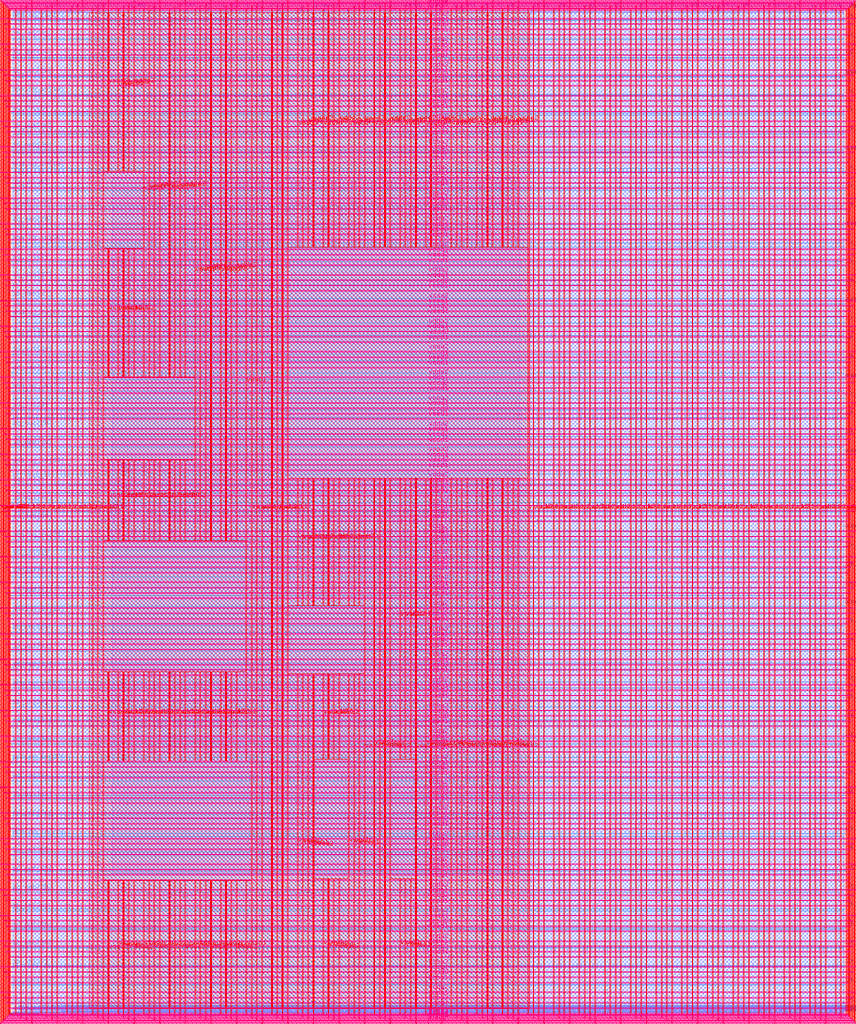
<source format=lef>
VERSION 5.7 ;
  NOWIREEXTENSIONATPIN ON ;
  DIVIDERCHAR "/" ;
  BUSBITCHARS "[]" ;
MACRO user_project_wrapper
  CLASS BLOCK ;
  FOREIGN user_project_wrapper ;
  ORIGIN 0.000 0.000 ;
  SIZE 2920.000 BY 3520.000 ;
  PIN analog_io[0]
    DIRECTION INOUT ;
    USE SIGNAL ;
    PORT
      LAYER met3 ;
        RECT 2917.600 1426.380 2924.800 1427.580 ;
    END
  END analog_io[0]
  PIN analog_io[10]
    DIRECTION INOUT ;
    USE SIGNAL ;
    PORT
      LAYER met2 ;
        RECT 2230.490 3517.600 2231.050 3524.800 ;
    END
  END analog_io[10]
  PIN analog_io[11]
    DIRECTION INOUT ;
    USE SIGNAL ;
    PORT
      LAYER met2 ;
        RECT 1905.730 3517.600 1906.290 3524.800 ;
    END
  END analog_io[11]
  PIN analog_io[12]
    DIRECTION INOUT ;
    USE SIGNAL ;
    PORT
      LAYER met2 ;
        RECT 1581.430 3517.600 1581.990 3524.800 ;
    END
  END analog_io[12]
  PIN analog_io[13]
    DIRECTION INOUT ;
    USE SIGNAL ;
    PORT
      LAYER met2 ;
        RECT 1257.130 3517.600 1257.690 3524.800 ;
    END
  END analog_io[13]
  PIN analog_io[14]
    DIRECTION INOUT ;
    USE SIGNAL ;
    PORT
      LAYER met2 ;
        RECT 932.370 3517.600 932.930 3524.800 ;
    END
  END analog_io[14]
  PIN analog_io[15]
    DIRECTION INOUT ;
    USE SIGNAL ;
    PORT
      LAYER met2 ;
        RECT 608.070 3517.600 608.630 3524.800 ;
    END
  END analog_io[15]
  PIN analog_io[16]
    DIRECTION INOUT ;
    USE SIGNAL ;
    PORT
      LAYER met2 ;
        RECT 283.770 3517.600 284.330 3524.800 ;
    END
  END analog_io[16]
  PIN analog_io[17]
    DIRECTION INOUT ;
    USE SIGNAL ;
    PORT
      LAYER met3 ;
        RECT -4.800 3486.100 2.400 3487.300 ;
    END
  END analog_io[17]
  PIN analog_io[18]
    DIRECTION INOUT ;
    USE SIGNAL ;
    PORT
      LAYER met3 ;
        RECT -4.800 3224.980 2.400 3226.180 ;
    END
  END analog_io[18]
  PIN analog_io[19]
    DIRECTION INOUT ;
    USE SIGNAL ;
    PORT
      LAYER met3 ;
        RECT -4.800 2964.540 2.400 2965.740 ;
    END
  END analog_io[19]
  PIN analog_io[1]
    DIRECTION INOUT ;
    USE SIGNAL ;
    PORT
      LAYER met3 ;
        RECT 2917.600 1692.260 2924.800 1693.460 ;
    END
  END analog_io[1]
  PIN analog_io[20]
    DIRECTION INOUT ;
    USE SIGNAL ;
    PORT
      LAYER met3 ;
        RECT -4.800 2703.420 2.400 2704.620 ;
    END
  END analog_io[20]
  PIN analog_io[21]
    DIRECTION INOUT ;
    USE SIGNAL ;
    PORT
      LAYER met3 ;
        RECT -4.800 2442.980 2.400 2444.180 ;
    END
  END analog_io[21]
  PIN analog_io[22]
    DIRECTION INOUT ;
    USE SIGNAL ;
    PORT
      LAYER met3 ;
        RECT -4.800 2182.540 2.400 2183.740 ;
    END
  END analog_io[22]
  PIN analog_io[23]
    DIRECTION INOUT ;
    USE SIGNAL ;
    PORT
      LAYER met3 ;
        RECT -4.800 1921.420 2.400 1922.620 ;
    END
  END analog_io[23]
  PIN analog_io[24]
    DIRECTION INOUT ;
    USE SIGNAL ;
    PORT
      LAYER met3 ;
        RECT -4.800 1660.980 2.400 1662.180 ;
    END
  END analog_io[24]
  PIN analog_io[25]
    DIRECTION INOUT ;
    USE SIGNAL ;
    PORT
      LAYER met3 ;
        RECT -4.800 1399.860 2.400 1401.060 ;
    END
  END analog_io[25]
  PIN analog_io[26]
    DIRECTION INOUT ;
    USE SIGNAL ;
    PORT
      LAYER met3 ;
        RECT -4.800 1139.420 2.400 1140.620 ;
    END
  END analog_io[26]
  PIN analog_io[27]
    DIRECTION INOUT ;
    USE SIGNAL ;
    PORT
      LAYER met3 ;
        RECT -4.800 878.980 2.400 880.180 ;
    END
  END analog_io[27]
  PIN analog_io[28]
    DIRECTION INOUT ;
    USE SIGNAL ;
    PORT
      LAYER met3 ;
        RECT -4.800 617.860 2.400 619.060 ;
    END
  END analog_io[28]
  PIN analog_io[2]
    DIRECTION INOUT ;
    USE SIGNAL ;
    PORT
      LAYER met3 ;
        RECT 2917.600 1958.140 2924.800 1959.340 ;
    END
  END analog_io[2]
  PIN analog_io[3]
    DIRECTION INOUT ;
    USE SIGNAL ;
    PORT
      LAYER met3 ;
        RECT 2917.600 2223.340 2924.800 2224.540 ;
    END
  END analog_io[3]
  PIN analog_io[4]
    DIRECTION INOUT ;
    USE SIGNAL ;
    PORT
      LAYER met3 ;
        RECT 2917.600 2489.220 2924.800 2490.420 ;
    END
  END analog_io[4]
  PIN analog_io[5]
    DIRECTION INOUT ;
    USE SIGNAL ;
    PORT
      LAYER met3 ;
        RECT 2917.600 2755.100 2924.800 2756.300 ;
    END
  END analog_io[5]
  PIN analog_io[6]
    DIRECTION INOUT ;
    USE SIGNAL ;
    PORT
      LAYER met3 ;
        RECT 2917.600 3020.300 2924.800 3021.500 ;
    END
  END analog_io[6]
  PIN analog_io[7]
    DIRECTION INOUT ;
    USE SIGNAL ;
    PORT
      LAYER met3 ;
        RECT 2917.600 3286.180 2924.800 3287.380 ;
    END
  END analog_io[7]
  PIN analog_io[8]
    DIRECTION INOUT ;
    USE SIGNAL ;
    PORT
      LAYER met2 ;
        RECT 2879.090 3517.600 2879.650 3524.800 ;
    END
  END analog_io[8]
  PIN analog_io[9]
    DIRECTION INOUT ;
    USE SIGNAL ;
    PORT
      LAYER met2 ;
        RECT 2554.790 3517.600 2555.350 3524.800 ;
    END
  END analog_io[9]
  PIN io_in[0]
    DIRECTION INPUT ;
    USE SIGNAL ;
    PORT
      LAYER met3 ;
        RECT 2917.600 32.380 2924.800 33.580 ;
    END
  END io_in[0]
  PIN io_in[10]
    DIRECTION INPUT ;
    USE SIGNAL ;
    PORT
      LAYER met3 ;
        RECT 2917.600 2289.980 2924.800 2291.180 ;
    END
  END io_in[10]
  PIN io_in[11]
    DIRECTION INPUT ;
    USE SIGNAL ;
    PORT
      LAYER met3 ;
        RECT 2917.600 2555.860 2924.800 2557.060 ;
    END
  END io_in[11]
  PIN io_in[12]
    DIRECTION INPUT ;
    USE SIGNAL ;
    PORT
      LAYER met3 ;
        RECT 2917.600 2821.060 2924.800 2822.260 ;
    END
  END io_in[12]
  PIN io_in[13]
    DIRECTION INPUT ;
    USE SIGNAL ;
    PORT
      LAYER met3 ;
        RECT 2917.600 3086.940 2924.800 3088.140 ;
    END
  END io_in[13]
  PIN io_in[14]
    DIRECTION INPUT ;
    USE SIGNAL ;
    PORT
      LAYER met3 ;
        RECT 2917.600 3352.820 2924.800 3354.020 ;
    END
  END io_in[14]
  PIN io_in[15]
    DIRECTION INPUT ;
    USE SIGNAL ;
    PORT
      LAYER met2 ;
        RECT 2798.130 3517.600 2798.690 3524.800 ;
    END
  END io_in[15]
  PIN io_in[16]
    DIRECTION INPUT ;
    USE SIGNAL ;
    PORT
      LAYER met2 ;
        RECT 2473.830 3517.600 2474.390 3524.800 ;
    END
  END io_in[16]
  PIN io_in[17]
    DIRECTION INPUT ;
    USE SIGNAL ;
    PORT
      LAYER met2 ;
        RECT 2149.070 3517.600 2149.630 3524.800 ;
    END
  END io_in[17]
  PIN io_in[18]
    DIRECTION INPUT ;
    USE SIGNAL ;
    PORT
      LAYER met2 ;
        RECT 1824.770 3517.600 1825.330 3524.800 ;
    END
  END io_in[18]
  PIN io_in[19]
    DIRECTION INPUT ;
    USE SIGNAL ;
    PORT
      LAYER met2 ;
        RECT 1500.470 3517.600 1501.030 3524.800 ;
    END
  END io_in[19]
  PIN io_in[1]
    DIRECTION INPUT ;
    USE SIGNAL ;
    PORT
      LAYER met3 ;
        RECT 2917.600 230.940 2924.800 232.140 ;
    END
  END io_in[1]
  PIN io_in[20]
    DIRECTION INPUT ;
    USE SIGNAL ;
    PORT
      LAYER met2 ;
        RECT 1175.710 3517.600 1176.270 3524.800 ;
    END
  END io_in[20]
  PIN io_in[21]
    DIRECTION INPUT ;
    USE SIGNAL ;
    PORT
      LAYER met2 ;
        RECT 851.410 3517.600 851.970 3524.800 ;
    END
  END io_in[21]
  PIN io_in[22]
    DIRECTION INPUT ;
    USE SIGNAL ;
    PORT
      LAYER met2 ;
        RECT 527.110 3517.600 527.670 3524.800 ;
    END
  END io_in[22]
  PIN io_in[23]
    DIRECTION INPUT ;
    USE SIGNAL ;
    PORT
      LAYER met2 ;
        RECT 202.350 3517.600 202.910 3524.800 ;
    END
  END io_in[23]
  PIN io_in[24]
    DIRECTION INPUT ;
    USE SIGNAL ;
    PORT
      LAYER met3 ;
        RECT -4.800 3420.820 2.400 3422.020 ;
    END
  END io_in[24]
  PIN io_in[25]
    DIRECTION INPUT ;
    USE SIGNAL ;
    PORT
      LAYER met3 ;
        RECT -4.800 3159.700 2.400 3160.900 ;
    END
  END io_in[25]
  PIN io_in[26]
    DIRECTION INPUT ;
    USE SIGNAL ;
    PORT
      LAYER met3 ;
        RECT -4.800 2899.260 2.400 2900.460 ;
    END
  END io_in[26]
  PIN io_in[27]
    DIRECTION INPUT ;
    USE SIGNAL ;
    PORT
      LAYER met3 ;
        RECT -4.800 2638.820 2.400 2640.020 ;
    END
  END io_in[27]
  PIN io_in[28]
    DIRECTION INPUT ;
    USE SIGNAL ;
    PORT
      LAYER met3 ;
        RECT -4.800 2377.700 2.400 2378.900 ;
    END
  END io_in[28]
  PIN io_in[29]
    DIRECTION INPUT ;
    USE SIGNAL ;
    PORT
      LAYER met3 ;
        RECT -4.800 2117.260 2.400 2118.460 ;
    END
  END io_in[29]
  PIN io_in[2]
    DIRECTION INPUT ;
    USE SIGNAL ;
    PORT
      LAYER met3 ;
        RECT 2917.600 430.180 2924.800 431.380 ;
    END
  END io_in[2]
  PIN io_in[30]
    DIRECTION INPUT ;
    USE SIGNAL ;
    PORT
      LAYER met3 ;
        RECT -4.800 1856.140 2.400 1857.340 ;
    END
  END io_in[30]
  PIN io_in[31]
    DIRECTION INPUT ;
    USE SIGNAL ;
    PORT
      LAYER met3 ;
        RECT -4.800 1595.700 2.400 1596.900 ;
    END
  END io_in[31]
  PIN io_in[32]
    DIRECTION INPUT ;
    USE SIGNAL ;
    PORT
      LAYER met3 ;
        RECT -4.800 1335.260 2.400 1336.460 ;
    END
  END io_in[32]
  PIN io_in[33]
    DIRECTION INPUT ;
    USE SIGNAL ;
    PORT
      LAYER met3 ;
        RECT -4.800 1074.140 2.400 1075.340 ;
    END
  END io_in[33]
  PIN io_in[34]
    DIRECTION INPUT ;
    USE SIGNAL ;
    PORT
      LAYER met3 ;
        RECT -4.800 813.700 2.400 814.900 ;
    END
  END io_in[34]
  PIN io_in[35]
    DIRECTION INPUT ;
    USE SIGNAL ;
    PORT
      LAYER met3 ;
        RECT -4.800 552.580 2.400 553.780 ;
    END
  END io_in[35]
  PIN io_in[36]
    DIRECTION INPUT ;
    USE SIGNAL ;
    PORT
      LAYER met3 ;
        RECT -4.800 357.420 2.400 358.620 ;
    END
  END io_in[36]
  PIN io_in[37]
    DIRECTION INPUT ;
    USE SIGNAL ;
    PORT
      LAYER met3 ;
        RECT -4.800 161.580 2.400 162.780 ;
    END
  END io_in[37]
  PIN io_in[3]
    DIRECTION INPUT ;
    USE SIGNAL ;
    PORT
      LAYER met3 ;
        RECT 2917.600 629.420 2924.800 630.620 ;
    END
  END io_in[3]
  PIN io_in[4]
    DIRECTION INPUT ;
    USE SIGNAL ;
    PORT
      LAYER met3 ;
        RECT 2917.600 828.660 2924.800 829.860 ;
    END
  END io_in[4]
  PIN io_in[5]
    DIRECTION INPUT ;
    USE SIGNAL ;
    PORT
      LAYER met3 ;
        RECT 2917.600 1027.900 2924.800 1029.100 ;
    END
  END io_in[5]
  PIN io_in[6]
    DIRECTION INPUT ;
    USE SIGNAL ;
    PORT
      LAYER met3 ;
        RECT 2917.600 1227.140 2924.800 1228.340 ;
    END
  END io_in[6]
  PIN io_in[7]
    DIRECTION INPUT ;
    USE SIGNAL ;
    PORT
      LAYER met3 ;
        RECT 2917.600 1493.020 2924.800 1494.220 ;
    END
  END io_in[7]
  PIN io_in[8]
    DIRECTION INPUT ;
    USE SIGNAL ;
    PORT
      LAYER met3 ;
        RECT 2917.600 1758.900 2924.800 1760.100 ;
    END
  END io_in[8]
  PIN io_in[9]
    DIRECTION INPUT ;
    USE SIGNAL ;
    PORT
      LAYER met3 ;
        RECT 2917.600 2024.100 2924.800 2025.300 ;
    END
  END io_in[9]
  PIN io_oeb[0]
    DIRECTION OUTPUT TRISTATE ;
    USE SIGNAL ;
    PORT
      LAYER met3 ;
        RECT 2917.600 164.980 2924.800 166.180 ;
    END
  END io_oeb[0]
  PIN io_oeb[10]
    DIRECTION OUTPUT TRISTATE ;
    USE SIGNAL ;
    PORT
      LAYER met3 ;
        RECT 2917.600 2422.580 2924.800 2423.780 ;
    END
  END io_oeb[10]
  PIN io_oeb[11]
    DIRECTION OUTPUT TRISTATE ;
    USE SIGNAL ;
    PORT
      LAYER met3 ;
        RECT 2917.600 2688.460 2924.800 2689.660 ;
    END
  END io_oeb[11]
  PIN io_oeb[12]
    DIRECTION OUTPUT TRISTATE ;
    USE SIGNAL ;
    PORT
      LAYER met3 ;
        RECT 2917.600 2954.340 2924.800 2955.540 ;
    END
  END io_oeb[12]
  PIN io_oeb[13]
    DIRECTION OUTPUT TRISTATE ;
    USE SIGNAL ;
    PORT
      LAYER met3 ;
        RECT 2917.600 3219.540 2924.800 3220.740 ;
    END
  END io_oeb[13]
  PIN io_oeb[14]
    DIRECTION OUTPUT TRISTATE ;
    USE SIGNAL ;
    PORT
      LAYER met3 ;
        RECT 2917.600 3485.420 2924.800 3486.620 ;
    END
  END io_oeb[14]
  PIN io_oeb[15]
    DIRECTION OUTPUT TRISTATE ;
    USE SIGNAL ;
    PORT
      LAYER met2 ;
        RECT 2635.750 3517.600 2636.310 3524.800 ;
    END
  END io_oeb[15]
  PIN io_oeb[16]
    DIRECTION OUTPUT TRISTATE ;
    USE SIGNAL ;
    PORT
      LAYER met2 ;
        RECT 2311.450 3517.600 2312.010 3524.800 ;
    END
  END io_oeb[16]
  PIN io_oeb[17]
    DIRECTION OUTPUT TRISTATE ;
    USE SIGNAL ;
    PORT
      LAYER met2 ;
        RECT 1987.150 3517.600 1987.710 3524.800 ;
    END
  END io_oeb[17]
  PIN io_oeb[18]
    DIRECTION OUTPUT TRISTATE ;
    USE SIGNAL ;
    PORT
      LAYER met2 ;
        RECT 1662.390 3517.600 1662.950 3524.800 ;
    END
  END io_oeb[18]
  PIN io_oeb[19]
    DIRECTION OUTPUT TRISTATE ;
    USE SIGNAL ;
    PORT
      LAYER met2 ;
        RECT 1338.090 3517.600 1338.650 3524.800 ;
    END
  END io_oeb[19]
  PIN io_oeb[1]
    DIRECTION OUTPUT TRISTATE ;
    USE SIGNAL ;
    PORT
      LAYER met3 ;
        RECT 2917.600 364.220 2924.800 365.420 ;
    END
  END io_oeb[1]
  PIN io_oeb[20]
    DIRECTION OUTPUT TRISTATE ;
    USE SIGNAL ;
    PORT
      LAYER met2 ;
        RECT 1013.790 3517.600 1014.350 3524.800 ;
    END
  END io_oeb[20]
  PIN io_oeb[21]
    DIRECTION OUTPUT TRISTATE ;
    USE SIGNAL ;
    PORT
      LAYER met2 ;
        RECT 689.030 3517.600 689.590 3524.800 ;
    END
  END io_oeb[21]
  PIN io_oeb[22]
    DIRECTION OUTPUT TRISTATE ;
    USE SIGNAL ;
    PORT
      LAYER met2 ;
        RECT 364.730 3517.600 365.290 3524.800 ;
    END
  END io_oeb[22]
  PIN io_oeb[23]
    DIRECTION OUTPUT TRISTATE ;
    USE SIGNAL ;
    PORT
      LAYER met2 ;
        RECT 40.430 3517.600 40.990 3524.800 ;
    END
  END io_oeb[23]
  PIN io_oeb[24]
    DIRECTION OUTPUT TRISTATE ;
    USE SIGNAL ;
    PORT
      LAYER met3 ;
        RECT -4.800 3290.260 2.400 3291.460 ;
    END
  END io_oeb[24]
  PIN io_oeb[25]
    DIRECTION OUTPUT TRISTATE ;
    USE SIGNAL ;
    PORT
      LAYER met3 ;
        RECT -4.800 3029.820 2.400 3031.020 ;
    END
  END io_oeb[25]
  PIN io_oeb[26]
    DIRECTION OUTPUT TRISTATE ;
    USE SIGNAL ;
    PORT
      LAYER met3 ;
        RECT -4.800 2768.700 2.400 2769.900 ;
    END
  END io_oeb[26]
  PIN io_oeb[27]
    DIRECTION OUTPUT TRISTATE ;
    USE SIGNAL ;
    PORT
      LAYER met3 ;
        RECT -4.800 2508.260 2.400 2509.460 ;
    END
  END io_oeb[27]
  PIN io_oeb[28]
    DIRECTION OUTPUT TRISTATE ;
    USE SIGNAL ;
    PORT
      LAYER met3 ;
        RECT -4.800 2247.140 2.400 2248.340 ;
    END
  END io_oeb[28]
  PIN io_oeb[29]
    DIRECTION OUTPUT TRISTATE ;
    USE SIGNAL ;
    PORT
      LAYER met3 ;
        RECT -4.800 1986.700 2.400 1987.900 ;
    END
  END io_oeb[29]
  PIN io_oeb[2]
    DIRECTION OUTPUT TRISTATE ;
    USE SIGNAL ;
    PORT
      LAYER met3 ;
        RECT 2917.600 563.460 2924.800 564.660 ;
    END
  END io_oeb[2]
  PIN io_oeb[30]
    DIRECTION OUTPUT TRISTATE ;
    USE SIGNAL ;
    PORT
      LAYER met3 ;
        RECT -4.800 1726.260 2.400 1727.460 ;
    END
  END io_oeb[30]
  PIN io_oeb[31]
    DIRECTION OUTPUT TRISTATE ;
    USE SIGNAL ;
    PORT
      LAYER met3 ;
        RECT -4.800 1465.140 2.400 1466.340 ;
    END
  END io_oeb[31]
  PIN io_oeb[32]
    DIRECTION OUTPUT TRISTATE ;
    USE SIGNAL ;
    PORT
      LAYER met3 ;
        RECT -4.800 1204.700 2.400 1205.900 ;
    END
  END io_oeb[32]
  PIN io_oeb[33]
    DIRECTION OUTPUT TRISTATE ;
    USE SIGNAL ;
    PORT
      LAYER met3 ;
        RECT -4.800 943.580 2.400 944.780 ;
    END
  END io_oeb[33]
  PIN io_oeb[34]
    DIRECTION OUTPUT TRISTATE ;
    USE SIGNAL ;
    PORT
      LAYER met3 ;
        RECT -4.800 683.140 2.400 684.340 ;
    END
  END io_oeb[34]
  PIN io_oeb[35]
    DIRECTION OUTPUT TRISTATE ;
    USE SIGNAL ;
    PORT
      LAYER met3 ;
        RECT -4.800 422.700 2.400 423.900 ;
    END
  END io_oeb[35]
  PIN io_oeb[36]
    DIRECTION OUTPUT TRISTATE ;
    USE SIGNAL ;
    PORT
      LAYER met3 ;
        RECT -4.800 226.860 2.400 228.060 ;
    END
  END io_oeb[36]
  PIN io_oeb[37]
    DIRECTION OUTPUT TRISTATE ;
    USE SIGNAL ;
    PORT
      LAYER met3 ;
        RECT -4.800 31.700 2.400 32.900 ;
    END
  END io_oeb[37]
  PIN io_oeb[3]
    DIRECTION OUTPUT TRISTATE ;
    USE SIGNAL ;
    PORT
      LAYER met3 ;
        RECT 2917.600 762.700 2924.800 763.900 ;
    END
  END io_oeb[3]
  PIN io_oeb[4]
    DIRECTION OUTPUT TRISTATE ;
    USE SIGNAL ;
    PORT
      LAYER met3 ;
        RECT 2917.600 961.940 2924.800 963.140 ;
    END
  END io_oeb[4]
  PIN io_oeb[5]
    DIRECTION OUTPUT TRISTATE ;
    USE SIGNAL ;
    PORT
      LAYER met3 ;
        RECT 2917.600 1161.180 2924.800 1162.380 ;
    END
  END io_oeb[5]
  PIN io_oeb[6]
    DIRECTION OUTPUT TRISTATE ;
    USE SIGNAL ;
    PORT
      LAYER met3 ;
        RECT 2917.600 1360.420 2924.800 1361.620 ;
    END
  END io_oeb[6]
  PIN io_oeb[7]
    DIRECTION OUTPUT TRISTATE ;
    USE SIGNAL ;
    PORT
      LAYER met3 ;
        RECT 2917.600 1625.620 2924.800 1626.820 ;
    END
  END io_oeb[7]
  PIN io_oeb[8]
    DIRECTION OUTPUT TRISTATE ;
    USE SIGNAL ;
    PORT
      LAYER met3 ;
        RECT 2917.600 1891.500 2924.800 1892.700 ;
    END
  END io_oeb[8]
  PIN io_oeb[9]
    DIRECTION OUTPUT TRISTATE ;
    USE SIGNAL ;
    PORT
      LAYER met3 ;
        RECT 2917.600 2157.380 2924.800 2158.580 ;
    END
  END io_oeb[9]
  PIN io_out[0]
    DIRECTION OUTPUT TRISTATE ;
    USE SIGNAL ;
    PORT
      LAYER met3 ;
        RECT 2917.600 98.340 2924.800 99.540 ;
    END
  END io_out[0]
  PIN io_out[10]
    DIRECTION OUTPUT TRISTATE ;
    USE SIGNAL ;
    PORT
      LAYER met3 ;
        RECT 2917.600 2356.620 2924.800 2357.820 ;
    END
  END io_out[10]
  PIN io_out[11]
    DIRECTION OUTPUT TRISTATE ;
    USE SIGNAL ;
    PORT
      LAYER met3 ;
        RECT 2917.600 2621.820 2924.800 2623.020 ;
    END
  END io_out[11]
  PIN io_out[12]
    DIRECTION OUTPUT TRISTATE ;
    USE SIGNAL ;
    PORT
      LAYER met3 ;
        RECT 2917.600 2887.700 2924.800 2888.900 ;
    END
  END io_out[12]
  PIN io_out[13]
    DIRECTION OUTPUT TRISTATE ;
    USE SIGNAL ;
    PORT
      LAYER met3 ;
        RECT 2917.600 3153.580 2924.800 3154.780 ;
    END
  END io_out[13]
  PIN io_out[14]
    DIRECTION OUTPUT TRISTATE ;
    USE SIGNAL ;
    PORT
      LAYER met3 ;
        RECT 2917.600 3418.780 2924.800 3419.980 ;
    END
  END io_out[14]
  PIN io_out[15]
    DIRECTION OUTPUT TRISTATE ;
    USE SIGNAL ;
    PORT
      LAYER met2 ;
        RECT 2717.170 3517.600 2717.730 3524.800 ;
    END
  END io_out[15]
  PIN io_out[16]
    DIRECTION OUTPUT TRISTATE ;
    USE SIGNAL ;
    PORT
      LAYER met2 ;
        RECT 2392.410 3517.600 2392.970 3524.800 ;
    END
  END io_out[16]
  PIN io_out[17]
    DIRECTION OUTPUT TRISTATE ;
    USE SIGNAL ;
    PORT
      LAYER met2 ;
        RECT 2068.110 3517.600 2068.670 3524.800 ;
    END
  END io_out[17]
  PIN io_out[18]
    DIRECTION OUTPUT TRISTATE ;
    USE SIGNAL ;
    PORT
      LAYER met2 ;
        RECT 1743.810 3517.600 1744.370 3524.800 ;
    END
  END io_out[18]
  PIN io_out[19]
    DIRECTION OUTPUT TRISTATE ;
    USE SIGNAL ;
    PORT
      LAYER met2 ;
        RECT 1419.050 3517.600 1419.610 3524.800 ;
    END
  END io_out[19]
  PIN io_out[1]
    DIRECTION OUTPUT TRISTATE ;
    USE SIGNAL ;
    PORT
      LAYER met3 ;
        RECT 2917.600 297.580 2924.800 298.780 ;
    END
  END io_out[1]
  PIN io_out[20]
    DIRECTION OUTPUT TRISTATE ;
    USE SIGNAL ;
    PORT
      LAYER met2 ;
        RECT 1094.750 3517.600 1095.310 3524.800 ;
    END
  END io_out[20]
  PIN io_out[21]
    DIRECTION OUTPUT TRISTATE ;
    USE SIGNAL ;
    PORT
      LAYER met2 ;
        RECT 770.450 3517.600 771.010 3524.800 ;
    END
  END io_out[21]
  PIN io_out[22]
    DIRECTION OUTPUT TRISTATE ;
    USE SIGNAL ;
    PORT
      LAYER met2 ;
        RECT 445.690 3517.600 446.250 3524.800 ;
    END
  END io_out[22]
  PIN io_out[23]
    DIRECTION OUTPUT TRISTATE ;
    USE SIGNAL ;
    PORT
      LAYER met2 ;
        RECT 121.390 3517.600 121.950 3524.800 ;
    END
  END io_out[23]
  PIN io_out[24]
    DIRECTION OUTPUT TRISTATE ;
    USE SIGNAL ;
    PORT
      LAYER met3 ;
        RECT -4.800 3355.540 2.400 3356.740 ;
    END
  END io_out[24]
  PIN io_out[25]
    DIRECTION OUTPUT TRISTATE ;
    USE SIGNAL ;
    PORT
      LAYER met3 ;
        RECT -4.800 3095.100 2.400 3096.300 ;
    END
  END io_out[25]
  PIN io_out[26]
    DIRECTION OUTPUT TRISTATE ;
    USE SIGNAL ;
    PORT
      LAYER met3 ;
        RECT -4.800 2833.980 2.400 2835.180 ;
    END
  END io_out[26]
  PIN io_out[27]
    DIRECTION OUTPUT TRISTATE ;
    USE SIGNAL ;
    PORT
      LAYER met3 ;
        RECT -4.800 2573.540 2.400 2574.740 ;
    END
  END io_out[27]
  PIN io_out[28]
    DIRECTION OUTPUT TRISTATE ;
    USE SIGNAL ;
    PORT
      LAYER met3 ;
        RECT -4.800 2312.420 2.400 2313.620 ;
    END
  END io_out[28]
  PIN io_out[29]
    DIRECTION OUTPUT TRISTATE ;
    USE SIGNAL ;
    PORT
      LAYER met3 ;
        RECT -4.800 2051.980 2.400 2053.180 ;
    END
  END io_out[29]
  PIN io_out[2]
    DIRECTION OUTPUT TRISTATE ;
    USE SIGNAL ;
    PORT
      LAYER met3 ;
        RECT 2917.600 496.820 2924.800 498.020 ;
    END
  END io_out[2]
  PIN io_out[30]
    DIRECTION OUTPUT TRISTATE ;
    USE SIGNAL ;
    PORT
      LAYER met3 ;
        RECT -4.800 1791.540 2.400 1792.740 ;
    END
  END io_out[30]
  PIN io_out[31]
    DIRECTION OUTPUT TRISTATE ;
    USE SIGNAL ;
    PORT
      LAYER met3 ;
        RECT -4.800 1530.420 2.400 1531.620 ;
    END
  END io_out[31]
  PIN io_out[32]
    DIRECTION OUTPUT TRISTATE ;
    USE SIGNAL ;
    PORT
      LAYER met3 ;
        RECT -4.800 1269.980 2.400 1271.180 ;
    END
  END io_out[32]
  PIN io_out[33]
    DIRECTION OUTPUT TRISTATE ;
    USE SIGNAL ;
    PORT
      LAYER met3 ;
        RECT -4.800 1008.860 2.400 1010.060 ;
    END
  END io_out[33]
  PIN io_out[34]
    DIRECTION OUTPUT TRISTATE ;
    USE SIGNAL ;
    PORT
      LAYER met3 ;
        RECT -4.800 748.420 2.400 749.620 ;
    END
  END io_out[34]
  PIN io_out[35]
    DIRECTION OUTPUT TRISTATE ;
    USE SIGNAL ;
    PORT
      LAYER met3 ;
        RECT -4.800 487.300 2.400 488.500 ;
    END
  END io_out[35]
  PIN io_out[36]
    DIRECTION OUTPUT TRISTATE ;
    USE SIGNAL ;
    PORT
      LAYER met3 ;
        RECT -4.800 292.140 2.400 293.340 ;
    END
  END io_out[36]
  PIN io_out[37]
    DIRECTION OUTPUT TRISTATE ;
    USE SIGNAL ;
    PORT
      LAYER met3 ;
        RECT -4.800 96.300 2.400 97.500 ;
    END
  END io_out[37]
  PIN io_out[3]
    DIRECTION OUTPUT TRISTATE ;
    USE SIGNAL ;
    PORT
      LAYER met3 ;
        RECT 2917.600 696.060 2924.800 697.260 ;
    END
  END io_out[3]
  PIN io_out[4]
    DIRECTION OUTPUT TRISTATE ;
    USE SIGNAL ;
    PORT
      LAYER met3 ;
        RECT 2917.600 895.300 2924.800 896.500 ;
    END
  END io_out[4]
  PIN io_out[5]
    DIRECTION OUTPUT TRISTATE ;
    USE SIGNAL ;
    PORT
      LAYER met3 ;
        RECT 2917.600 1094.540 2924.800 1095.740 ;
    END
  END io_out[5]
  PIN io_out[6]
    DIRECTION OUTPUT TRISTATE ;
    USE SIGNAL ;
    PORT
      LAYER met3 ;
        RECT 2917.600 1293.780 2924.800 1294.980 ;
    END
  END io_out[6]
  PIN io_out[7]
    DIRECTION OUTPUT TRISTATE ;
    USE SIGNAL ;
    PORT
      LAYER met3 ;
        RECT 2917.600 1559.660 2924.800 1560.860 ;
    END
  END io_out[7]
  PIN io_out[8]
    DIRECTION OUTPUT TRISTATE ;
    USE SIGNAL ;
    PORT
      LAYER met3 ;
        RECT 2917.600 1824.860 2924.800 1826.060 ;
    END
  END io_out[8]
  PIN io_out[9]
    DIRECTION OUTPUT TRISTATE ;
    USE SIGNAL ;
    PORT
      LAYER met3 ;
        RECT 2917.600 2090.740 2924.800 2091.940 ;
    END
  END io_out[9]
  PIN la_data_in[0]
    DIRECTION INPUT ;
    USE SIGNAL ;
    PORT
      LAYER met2 ;
        RECT 629.230 -4.800 629.790 2.400 ;
    END
  END la_data_in[0]
  PIN la_data_in[100]
    DIRECTION INPUT ;
    USE SIGNAL ;
    PORT
      LAYER met2 ;
        RECT 2402.530 -4.800 2403.090 2.400 ;
    END
  END la_data_in[100]
  PIN la_data_in[101]
    DIRECTION INPUT ;
    USE SIGNAL ;
    PORT
      LAYER met2 ;
        RECT 2420.010 -4.800 2420.570 2.400 ;
    END
  END la_data_in[101]
  PIN la_data_in[102]
    DIRECTION INPUT ;
    USE SIGNAL ;
    PORT
      LAYER met2 ;
        RECT 2437.950 -4.800 2438.510 2.400 ;
    END
  END la_data_in[102]
  PIN la_data_in[103]
    DIRECTION INPUT ;
    USE SIGNAL ;
    PORT
      LAYER met2 ;
        RECT 2455.430 -4.800 2455.990 2.400 ;
    END
  END la_data_in[103]
  PIN la_data_in[104]
    DIRECTION INPUT ;
    USE SIGNAL ;
    PORT
      LAYER met2 ;
        RECT 2473.370 -4.800 2473.930 2.400 ;
    END
  END la_data_in[104]
  PIN la_data_in[105]
    DIRECTION INPUT ;
    USE SIGNAL ;
    PORT
      LAYER met2 ;
        RECT 2490.850 -4.800 2491.410 2.400 ;
    END
  END la_data_in[105]
  PIN la_data_in[106]
    DIRECTION INPUT ;
    USE SIGNAL ;
    PORT
      LAYER met2 ;
        RECT 2508.790 -4.800 2509.350 2.400 ;
    END
  END la_data_in[106]
  PIN la_data_in[107]
    DIRECTION INPUT ;
    USE SIGNAL ;
    PORT
      LAYER met2 ;
        RECT 2526.730 -4.800 2527.290 2.400 ;
    END
  END la_data_in[107]
  PIN la_data_in[108]
    DIRECTION INPUT ;
    USE SIGNAL ;
    PORT
      LAYER met2 ;
        RECT 2544.210 -4.800 2544.770 2.400 ;
    END
  END la_data_in[108]
  PIN la_data_in[109]
    DIRECTION INPUT ;
    USE SIGNAL ;
    PORT
      LAYER met2 ;
        RECT 2562.150 -4.800 2562.710 2.400 ;
    END
  END la_data_in[109]
  PIN la_data_in[10]
    DIRECTION INPUT ;
    USE SIGNAL ;
    PORT
      LAYER met2 ;
        RECT 806.330 -4.800 806.890 2.400 ;
    END
  END la_data_in[10]
  PIN la_data_in[110]
    DIRECTION INPUT ;
    USE SIGNAL ;
    PORT
      LAYER met2 ;
        RECT 2579.630 -4.800 2580.190 2.400 ;
    END
  END la_data_in[110]
  PIN la_data_in[111]
    DIRECTION INPUT ;
    USE SIGNAL ;
    PORT
      LAYER met2 ;
        RECT 2597.570 -4.800 2598.130 2.400 ;
    END
  END la_data_in[111]
  PIN la_data_in[112]
    DIRECTION INPUT ;
    USE SIGNAL ;
    PORT
      LAYER met2 ;
        RECT 2615.050 -4.800 2615.610 2.400 ;
    END
  END la_data_in[112]
  PIN la_data_in[113]
    DIRECTION INPUT ;
    USE SIGNAL ;
    PORT
      LAYER met2 ;
        RECT 2632.990 -4.800 2633.550 2.400 ;
    END
  END la_data_in[113]
  PIN la_data_in[114]
    DIRECTION INPUT ;
    USE SIGNAL ;
    PORT
      LAYER met2 ;
        RECT 2650.470 -4.800 2651.030 2.400 ;
    END
  END la_data_in[114]
  PIN la_data_in[115]
    DIRECTION INPUT ;
    USE SIGNAL ;
    PORT
      LAYER met2 ;
        RECT 2668.410 -4.800 2668.970 2.400 ;
    END
  END la_data_in[115]
  PIN la_data_in[116]
    DIRECTION INPUT ;
    USE SIGNAL ;
    PORT
      LAYER met2 ;
        RECT 2685.890 -4.800 2686.450 2.400 ;
    END
  END la_data_in[116]
  PIN la_data_in[117]
    DIRECTION INPUT ;
    USE SIGNAL ;
    PORT
      LAYER met2 ;
        RECT 2703.830 -4.800 2704.390 2.400 ;
    END
  END la_data_in[117]
  PIN la_data_in[118]
    DIRECTION INPUT ;
    USE SIGNAL ;
    PORT
      LAYER met2 ;
        RECT 2721.770 -4.800 2722.330 2.400 ;
    END
  END la_data_in[118]
  PIN la_data_in[119]
    DIRECTION INPUT ;
    USE SIGNAL ;
    PORT
      LAYER met2 ;
        RECT 2739.250 -4.800 2739.810 2.400 ;
    END
  END la_data_in[119]
  PIN la_data_in[11]
    DIRECTION INPUT ;
    USE SIGNAL ;
    PORT
      LAYER met2 ;
        RECT 824.270 -4.800 824.830 2.400 ;
    END
  END la_data_in[11]
  PIN la_data_in[120]
    DIRECTION INPUT ;
    USE SIGNAL ;
    PORT
      LAYER met2 ;
        RECT 2757.190 -4.800 2757.750 2.400 ;
    END
  END la_data_in[120]
  PIN la_data_in[121]
    DIRECTION INPUT ;
    USE SIGNAL ;
    PORT
      LAYER met2 ;
        RECT 2774.670 -4.800 2775.230 2.400 ;
    END
  END la_data_in[121]
  PIN la_data_in[122]
    DIRECTION INPUT ;
    USE SIGNAL ;
    PORT
      LAYER met2 ;
        RECT 2792.610 -4.800 2793.170 2.400 ;
    END
  END la_data_in[122]
  PIN la_data_in[123]
    DIRECTION INPUT ;
    USE SIGNAL ;
    PORT
      LAYER met2 ;
        RECT 2810.090 -4.800 2810.650 2.400 ;
    END
  END la_data_in[123]
  PIN la_data_in[124]
    DIRECTION INPUT ;
    USE SIGNAL ;
    PORT
      LAYER met2 ;
        RECT 2828.030 -4.800 2828.590 2.400 ;
    END
  END la_data_in[124]
  PIN la_data_in[125]
    DIRECTION INPUT ;
    USE SIGNAL ;
    PORT
      LAYER met2 ;
        RECT 2845.510 -4.800 2846.070 2.400 ;
    END
  END la_data_in[125]
  PIN la_data_in[126]
    DIRECTION INPUT ;
    USE SIGNAL ;
    PORT
      LAYER met2 ;
        RECT 2863.450 -4.800 2864.010 2.400 ;
    END
  END la_data_in[126]
  PIN la_data_in[127]
    DIRECTION INPUT ;
    USE SIGNAL ;
    PORT
      LAYER met2 ;
        RECT 2881.390 -4.800 2881.950 2.400 ;
    END
  END la_data_in[127]
  PIN la_data_in[12]
    DIRECTION INPUT ;
    USE SIGNAL ;
    PORT
      LAYER met2 ;
        RECT 841.750 -4.800 842.310 2.400 ;
    END
  END la_data_in[12]
  PIN la_data_in[13]
    DIRECTION INPUT ;
    USE SIGNAL ;
    PORT
      LAYER met2 ;
        RECT 859.690 -4.800 860.250 2.400 ;
    END
  END la_data_in[13]
  PIN la_data_in[14]
    DIRECTION INPUT ;
    USE SIGNAL ;
    PORT
      LAYER met2 ;
        RECT 877.170 -4.800 877.730 2.400 ;
    END
  END la_data_in[14]
  PIN la_data_in[15]
    DIRECTION INPUT ;
    USE SIGNAL ;
    PORT
      LAYER met2 ;
        RECT 895.110 -4.800 895.670 2.400 ;
    END
  END la_data_in[15]
  PIN la_data_in[16]
    DIRECTION INPUT ;
    USE SIGNAL ;
    PORT
      LAYER met2 ;
        RECT 912.590 -4.800 913.150 2.400 ;
    END
  END la_data_in[16]
  PIN la_data_in[17]
    DIRECTION INPUT ;
    USE SIGNAL ;
    PORT
      LAYER met2 ;
        RECT 930.530 -4.800 931.090 2.400 ;
    END
  END la_data_in[17]
  PIN la_data_in[18]
    DIRECTION INPUT ;
    USE SIGNAL ;
    PORT
      LAYER met2 ;
        RECT 948.470 -4.800 949.030 2.400 ;
    END
  END la_data_in[18]
  PIN la_data_in[19]
    DIRECTION INPUT ;
    USE SIGNAL ;
    PORT
      LAYER met2 ;
        RECT 965.950 -4.800 966.510 2.400 ;
    END
  END la_data_in[19]
  PIN la_data_in[1]
    DIRECTION INPUT ;
    USE SIGNAL ;
    PORT
      LAYER met2 ;
        RECT 646.710 -4.800 647.270 2.400 ;
    END
  END la_data_in[1]
  PIN la_data_in[20]
    DIRECTION INPUT ;
    USE SIGNAL ;
    PORT
      LAYER met2 ;
        RECT 983.890 -4.800 984.450 2.400 ;
    END
  END la_data_in[20]
  PIN la_data_in[21]
    DIRECTION INPUT ;
    USE SIGNAL ;
    PORT
      LAYER met2 ;
        RECT 1001.370 -4.800 1001.930 2.400 ;
    END
  END la_data_in[21]
  PIN la_data_in[22]
    DIRECTION INPUT ;
    USE SIGNAL ;
    PORT
      LAYER met2 ;
        RECT 1019.310 -4.800 1019.870 2.400 ;
    END
  END la_data_in[22]
  PIN la_data_in[23]
    DIRECTION INPUT ;
    USE SIGNAL ;
    PORT
      LAYER met2 ;
        RECT 1036.790 -4.800 1037.350 2.400 ;
    END
  END la_data_in[23]
  PIN la_data_in[24]
    DIRECTION INPUT ;
    USE SIGNAL ;
    PORT
      LAYER met2 ;
        RECT 1054.730 -4.800 1055.290 2.400 ;
    END
  END la_data_in[24]
  PIN la_data_in[25]
    DIRECTION INPUT ;
    USE SIGNAL ;
    PORT
      LAYER met2 ;
        RECT 1072.210 -4.800 1072.770 2.400 ;
    END
  END la_data_in[25]
  PIN la_data_in[26]
    DIRECTION INPUT ;
    USE SIGNAL ;
    PORT
      LAYER met2 ;
        RECT 1090.150 -4.800 1090.710 2.400 ;
    END
  END la_data_in[26]
  PIN la_data_in[27]
    DIRECTION INPUT ;
    USE SIGNAL ;
    PORT
      LAYER met2 ;
        RECT 1107.630 -4.800 1108.190 2.400 ;
    END
  END la_data_in[27]
  PIN la_data_in[28]
    DIRECTION INPUT ;
    USE SIGNAL ;
    PORT
      LAYER met2 ;
        RECT 1125.570 -4.800 1126.130 2.400 ;
    END
  END la_data_in[28]
  PIN la_data_in[29]
    DIRECTION INPUT ;
    USE SIGNAL ;
    PORT
      LAYER met2 ;
        RECT 1143.510 -4.800 1144.070 2.400 ;
    END
  END la_data_in[29]
  PIN la_data_in[2]
    DIRECTION INPUT ;
    USE SIGNAL ;
    PORT
      LAYER met2 ;
        RECT 664.650 -4.800 665.210 2.400 ;
    END
  END la_data_in[2]
  PIN la_data_in[30]
    DIRECTION INPUT ;
    USE SIGNAL ;
    PORT
      LAYER met2 ;
        RECT 1160.990 -4.800 1161.550 2.400 ;
    END
  END la_data_in[30]
  PIN la_data_in[31]
    DIRECTION INPUT ;
    USE SIGNAL ;
    PORT
      LAYER met2 ;
        RECT 1178.930 -4.800 1179.490 2.400 ;
    END
  END la_data_in[31]
  PIN la_data_in[32]
    DIRECTION INPUT ;
    USE SIGNAL ;
    PORT
      LAYER met2 ;
        RECT 1196.410 -4.800 1196.970 2.400 ;
    END
  END la_data_in[32]
  PIN la_data_in[33]
    DIRECTION INPUT ;
    USE SIGNAL ;
    PORT
      LAYER met2 ;
        RECT 1214.350 -4.800 1214.910 2.400 ;
    END
  END la_data_in[33]
  PIN la_data_in[34]
    DIRECTION INPUT ;
    USE SIGNAL ;
    PORT
      LAYER met2 ;
        RECT 1231.830 -4.800 1232.390 2.400 ;
    END
  END la_data_in[34]
  PIN la_data_in[35]
    DIRECTION INPUT ;
    USE SIGNAL ;
    PORT
      LAYER met2 ;
        RECT 1249.770 -4.800 1250.330 2.400 ;
    END
  END la_data_in[35]
  PIN la_data_in[36]
    DIRECTION INPUT ;
    USE SIGNAL ;
    PORT
      LAYER met2 ;
        RECT 1267.250 -4.800 1267.810 2.400 ;
    END
  END la_data_in[36]
  PIN la_data_in[37]
    DIRECTION INPUT ;
    USE SIGNAL ;
    PORT
      LAYER met2 ;
        RECT 1285.190 -4.800 1285.750 2.400 ;
    END
  END la_data_in[37]
  PIN la_data_in[38]
    DIRECTION INPUT ;
    USE SIGNAL ;
    PORT
      LAYER met2 ;
        RECT 1303.130 -4.800 1303.690 2.400 ;
    END
  END la_data_in[38]
  PIN la_data_in[39]
    DIRECTION INPUT ;
    USE SIGNAL ;
    PORT
      LAYER met2 ;
        RECT 1320.610 -4.800 1321.170 2.400 ;
    END
  END la_data_in[39]
  PIN la_data_in[3]
    DIRECTION INPUT ;
    USE SIGNAL ;
    PORT
      LAYER met2 ;
        RECT 682.130 -4.800 682.690 2.400 ;
    END
  END la_data_in[3]
  PIN la_data_in[40]
    DIRECTION INPUT ;
    USE SIGNAL ;
    PORT
      LAYER met2 ;
        RECT 1338.550 -4.800 1339.110 2.400 ;
    END
  END la_data_in[40]
  PIN la_data_in[41]
    DIRECTION INPUT ;
    USE SIGNAL ;
    PORT
      LAYER met2 ;
        RECT 1356.030 -4.800 1356.590 2.400 ;
    END
  END la_data_in[41]
  PIN la_data_in[42]
    DIRECTION INPUT ;
    USE SIGNAL ;
    PORT
      LAYER met2 ;
        RECT 1373.970 -4.800 1374.530 2.400 ;
    END
  END la_data_in[42]
  PIN la_data_in[43]
    DIRECTION INPUT ;
    USE SIGNAL ;
    PORT
      LAYER met2 ;
        RECT 1391.450 -4.800 1392.010 2.400 ;
    END
  END la_data_in[43]
  PIN la_data_in[44]
    DIRECTION INPUT ;
    USE SIGNAL ;
    PORT
      LAYER met2 ;
        RECT 1409.390 -4.800 1409.950 2.400 ;
    END
  END la_data_in[44]
  PIN la_data_in[45]
    DIRECTION INPUT ;
    USE SIGNAL ;
    PORT
      LAYER met2 ;
        RECT 1426.870 -4.800 1427.430 2.400 ;
    END
  END la_data_in[45]
  PIN la_data_in[46]
    DIRECTION INPUT ;
    USE SIGNAL ;
    PORT
      LAYER met2 ;
        RECT 1444.810 -4.800 1445.370 2.400 ;
    END
  END la_data_in[46]
  PIN la_data_in[47]
    DIRECTION INPUT ;
    USE SIGNAL ;
    PORT
      LAYER met2 ;
        RECT 1462.750 -4.800 1463.310 2.400 ;
    END
  END la_data_in[47]
  PIN la_data_in[48]
    DIRECTION INPUT ;
    USE SIGNAL ;
    PORT
      LAYER met2 ;
        RECT 1480.230 -4.800 1480.790 2.400 ;
    END
  END la_data_in[48]
  PIN la_data_in[49]
    DIRECTION INPUT ;
    USE SIGNAL ;
    PORT
      LAYER met2 ;
        RECT 1498.170 -4.800 1498.730 2.400 ;
    END
  END la_data_in[49]
  PIN la_data_in[4]
    DIRECTION INPUT ;
    USE SIGNAL ;
    PORT
      LAYER met2 ;
        RECT 700.070 -4.800 700.630 2.400 ;
    END
  END la_data_in[4]
  PIN la_data_in[50]
    DIRECTION INPUT ;
    USE SIGNAL ;
    PORT
      LAYER met2 ;
        RECT 1515.650 -4.800 1516.210 2.400 ;
    END
  END la_data_in[50]
  PIN la_data_in[51]
    DIRECTION INPUT ;
    USE SIGNAL ;
    PORT
      LAYER met2 ;
        RECT 1533.590 -4.800 1534.150 2.400 ;
    END
  END la_data_in[51]
  PIN la_data_in[52]
    DIRECTION INPUT ;
    USE SIGNAL ;
    PORT
      LAYER met2 ;
        RECT 1551.070 -4.800 1551.630 2.400 ;
    END
  END la_data_in[52]
  PIN la_data_in[53]
    DIRECTION INPUT ;
    USE SIGNAL ;
    PORT
      LAYER met2 ;
        RECT 1569.010 -4.800 1569.570 2.400 ;
    END
  END la_data_in[53]
  PIN la_data_in[54]
    DIRECTION INPUT ;
    USE SIGNAL ;
    PORT
      LAYER met2 ;
        RECT 1586.490 -4.800 1587.050 2.400 ;
    END
  END la_data_in[54]
  PIN la_data_in[55]
    DIRECTION INPUT ;
    USE SIGNAL ;
    PORT
      LAYER met2 ;
        RECT 1604.430 -4.800 1604.990 2.400 ;
    END
  END la_data_in[55]
  PIN la_data_in[56]
    DIRECTION INPUT ;
    USE SIGNAL ;
    PORT
      LAYER met2 ;
        RECT 1621.910 -4.800 1622.470 2.400 ;
    END
  END la_data_in[56]
  PIN la_data_in[57]
    DIRECTION INPUT ;
    USE SIGNAL ;
    PORT
      LAYER met2 ;
        RECT 1639.850 -4.800 1640.410 2.400 ;
    END
  END la_data_in[57]
  PIN la_data_in[58]
    DIRECTION INPUT ;
    USE SIGNAL ;
    PORT
      LAYER met2 ;
        RECT 1657.790 -4.800 1658.350 2.400 ;
    END
  END la_data_in[58]
  PIN la_data_in[59]
    DIRECTION INPUT ;
    USE SIGNAL ;
    PORT
      LAYER met2 ;
        RECT 1675.270 -4.800 1675.830 2.400 ;
    END
  END la_data_in[59]
  PIN la_data_in[5]
    DIRECTION INPUT ;
    USE SIGNAL ;
    PORT
      LAYER met2 ;
        RECT 717.550 -4.800 718.110 2.400 ;
    END
  END la_data_in[5]
  PIN la_data_in[60]
    DIRECTION INPUT ;
    USE SIGNAL ;
    PORT
      LAYER met2 ;
        RECT 1693.210 -4.800 1693.770 2.400 ;
    END
  END la_data_in[60]
  PIN la_data_in[61]
    DIRECTION INPUT ;
    USE SIGNAL ;
    PORT
      LAYER met2 ;
        RECT 1710.690 -4.800 1711.250 2.400 ;
    END
  END la_data_in[61]
  PIN la_data_in[62]
    DIRECTION INPUT ;
    USE SIGNAL ;
    PORT
      LAYER met2 ;
        RECT 1728.630 -4.800 1729.190 2.400 ;
    END
  END la_data_in[62]
  PIN la_data_in[63]
    DIRECTION INPUT ;
    USE SIGNAL ;
    PORT
      LAYER met2 ;
        RECT 1746.110 -4.800 1746.670 2.400 ;
    END
  END la_data_in[63]
  PIN la_data_in[64]
    DIRECTION INPUT ;
    USE SIGNAL ;
    PORT
      LAYER met2 ;
        RECT 1764.050 -4.800 1764.610 2.400 ;
    END
  END la_data_in[64]
  PIN la_data_in[65]
    DIRECTION INPUT ;
    USE SIGNAL ;
    PORT
      LAYER met2 ;
        RECT 1781.530 -4.800 1782.090 2.400 ;
    END
  END la_data_in[65]
  PIN la_data_in[66]
    DIRECTION INPUT ;
    USE SIGNAL ;
    PORT
      LAYER met2 ;
        RECT 1799.470 -4.800 1800.030 2.400 ;
    END
  END la_data_in[66]
  PIN la_data_in[67]
    DIRECTION INPUT ;
    USE SIGNAL ;
    PORT
      LAYER met2 ;
        RECT 1817.410 -4.800 1817.970 2.400 ;
    END
  END la_data_in[67]
  PIN la_data_in[68]
    DIRECTION INPUT ;
    USE SIGNAL ;
    PORT
      LAYER met2 ;
        RECT 1834.890 -4.800 1835.450 2.400 ;
    END
  END la_data_in[68]
  PIN la_data_in[69]
    DIRECTION INPUT ;
    USE SIGNAL ;
    PORT
      LAYER met2 ;
        RECT 1852.830 -4.800 1853.390 2.400 ;
    END
  END la_data_in[69]
  PIN la_data_in[6]
    DIRECTION INPUT ;
    USE SIGNAL ;
    PORT
      LAYER met2 ;
        RECT 735.490 -4.800 736.050 2.400 ;
    END
  END la_data_in[6]
  PIN la_data_in[70]
    DIRECTION INPUT ;
    USE SIGNAL ;
    PORT
      LAYER met2 ;
        RECT 1870.310 -4.800 1870.870 2.400 ;
    END
  END la_data_in[70]
  PIN la_data_in[71]
    DIRECTION INPUT ;
    USE SIGNAL ;
    PORT
      LAYER met2 ;
        RECT 1888.250 -4.800 1888.810 2.400 ;
    END
  END la_data_in[71]
  PIN la_data_in[72]
    DIRECTION INPUT ;
    USE SIGNAL ;
    PORT
      LAYER met2 ;
        RECT 1905.730 -4.800 1906.290 2.400 ;
    END
  END la_data_in[72]
  PIN la_data_in[73]
    DIRECTION INPUT ;
    USE SIGNAL ;
    PORT
      LAYER met2 ;
        RECT 1923.670 -4.800 1924.230 2.400 ;
    END
  END la_data_in[73]
  PIN la_data_in[74]
    DIRECTION INPUT ;
    USE SIGNAL ;
    PORT
      LAYER met2 ;
        RECT 1941.150 -4.800 1941.710 2.400 ;
    END
  END la_data_in[74]
  PIN la_data_in[75]
    DIRECTION INPUT ;
    USE SIGNAL ;
    PORT
      LAYER met2 ;
        RECT 1959.090 -4.800 1959.650 2.400 ;
    END
  END la_data_in[75]
  PIN la_data_in[76]
    DIRECTION INPUT ;
    USE SIGNAL ;
    PORT
      LAYER met2 ;
        RECT 1976.570 -4.800 1977.130 2.400 ;
    END
  END la_data_in[76]
  PIN la_data_in[77]
    DIRECTION INPUT ;
    USE SIGNAL ;
    PORT
      LAYER met2 ;
        RECT 1994.510 -4.800 1995.070 2.400 ;
    END
  END la_data_in[77]
  PIN la_data_in[78]
    DIRECTION INPUT ;
    USE SIGNAL ;
    PORT
      LAYER met2 ;
        RECT 2012.450 -4.800 2013.010 2.400 ;
    END
  END la_data_in[78]
  PIN la_data_in[79]
    DIRECTION INPUT ;
    USE SIGNAL ;
    PORT
      LAYER met2 ;
        RECT 2029.930 -4.800 2030.490 2.400 ;
    END
  END la_data_in[79]
  PIN la_data_in[7]
    DIRECTION INPUT ;
    USE SIGNAL ;
    PORT
      LAYER met2 ;
        RECT 752.970 -4.800 753.530 2.400 ;
    END
  END la_data_in[7]
  PIN la_data_in[80]
    DIRECTION INPUT ;
    USE SIGNAL ;
    PORT
      LAYER met2 ;
        RECT 2047.870 -4.800 2048.430 2.400 ;
    END
  END la_data_in[80]
  PIN la_data_in[81]
    DIRECTION INPUT ;
    USE SIGNAL ;
    PORT
      LAYER met2 ;
        RECT 2065.350 -4.800 2065.910 2.400 ;
    END
  END la_data_in[81]
  PIN la_data_in[82]
    DIRECTION INPUT ;
    USE SIGNAL ;
    PORT
      LAYER met2 ;
        RECT 2083.290 -4.800 2083.850 2.400 ;
    END
  END la_data_in[82]
  PIN la_data_in[83]
    DIRECTION INPUT ;
    USE SIGNAL ;
    PORT
      LAYER met2 ;
        RECT 2100.770 -4.800 2101.330 2.400 ;
    END
  END la_data_in[83]
  PIN la_data_in[84]
    DIRECTION INPUT ;
    USE SIGNAL ;
    PORT
      LAYER met2 ;
        RECT 2118.710 -4.800 2119.270 2.400 ;
    END
  END la_data_in[84]
  PIN la_data_in[85]
    DIRECTION INPUT ;
    USE SIGNAL ;
    PORT
      LAYER met2 ;
        RECT 2136.190 -4.800 2136.750 2.400 ;
    END
  END la_data_in[85]
  PIN la_data_in[86]
    DIRECTION INPUT ;
    USE SIGNAL ;
    PORT
      LAYER met2 ;
        RECT 2154.130 -4.800 2154.690 2.400 ;
    END
  END la_data_in[86]
  PIN la_data_in[87]
    DIRECTION INPUT ;
    USE SIGNAL ;
    PORT
      LAYER met2 ;
        RECT 2172.070 -4.800 2172.630 2.400 ;
    END
  END la_data_in[87]
  PIN la_data_in[88]
    DIRECTION INPUT ;
    USE SIGNAL ;
    PORT
      LAYER met2 ;
        RECT 2189.550 -4.800 2190.110 2.400 ;
    END
  END la_data_in[88]
  PIN la_data_in[89]
    DIRECTION INPUT ;
    USE SIGNAL ;
    PORT
      LAYER met2 ;
        RECT 2207.490 -4.800 2208.050 2.400 ;
    END
  END la_data_in[89]
  PIN la_data_in[8]
    DIRECTION INPUT ;
    USE SIGNAL ;
    PORT
      LAYER met2 ;
        RECT 770.910 -4.800 771.470 2.400 ;
    END
  END la_data_in[8]
  PIN la_data_in[90]
    DIRECTION INPUT ;
    USE SIGNAL ;
    PORT
      LAYER met2 ;
        RECT 2224.970 -4.800 2225.530 2.400 ;
    END
  END la_data_in[90]
  PIN la_data_in[91]
    DIRECTION INPUT ;
    USE SIGNAL ;
    PORT
      LAYER met2 ;
        RECT 2242.910 -4.800 2243.470 2.400 ;
    END
  END la_data_in[91]
  PIN la_data_in[92]
    DIRECTION INPUT ;
    USE SIGNAL ;
    PORT
      LAYER met2 ;
        RECT 2260.390 -4.800 2260.950 2.400 ;
    END
  END la_data_in[92]
  PIN la_data_in[93]
    DIRECTION INPUT ;
    USE SIGNAL ;
    PORT
      LAYER met2 ;
        RECT 2278.330 -4.800 2278.890 2.400 ;
    END
  END la_data_in[93]
  PIN la_data_in[94]
    DIRECTION INPUT ;
    USE SIGNAL ;
    PORT
      LAYER met2 ;
        RECT 2295.810 -4.800 2296.370 2.400 ;
    END
  END la_data_in[94]
  PIN la_data_in[95]
    DIRECTION INPUT ;
    USE SIGNAL ;
    PORT
      LAYER met2 ;
        RECT 2313.750 -4.800 2314.310 2.400 ;
    END
  END la_data_in[95]
  PIN la_data_in[96]
    DIRECTION INPUT ;
    USE SIGNAL ;
    PORT
      LAYER met2 ;
        RECT 2331.230 -4.800 2331.790 2.400 ;
    END
  END la_data_in[96]
  PIN la_data_in[97]
    DIRECTION INPUT ;
    USE SIGNAL ;
    PORT
      LAYER met2 ;
        RECT 2349.170 -4.800 2349.730 2.400 ;
    END
  END la_data_in[97]
  PIN la_data_in[98]
    DIRECTION INPUT ;
    USE SIGNAL ;
    PORT
      LAYER met2 ;
        RECT 2367.110 -4.800 2367.670 2.400 ;
    END
  END la_data_in[98]
  PIN la_data_in[99]
    DIRECTION INPUT ;
    USE SIGNAL ;
    PORT
      LAYER met2 ;
        RECT 2384.590 -4.800 2385.150 2.400 ;
    END
  END la_data_in[99]
  PIN la_data_in[9]
    DIRECTION INPUT ;
    USE SIGNAL ;
    PORT
      LAYER met2 ;
        RECT 788.850 -4.800 789.410 2.400 ;
    END
  END la_data_in[9]
  PIN la_data_out[0]
    DIRECTION OUTPUT TRISTATE ;
    USE SIGNAL ;
    PORT
      LAYER met2 ;
        RECT 634.750 -4.800 635.310 2.400 ;
    END
  END la_data_out[0]
  PIN la_data_out[100]
    DIRECTION OUTPUT TRISTATE ;
    USE SIGNAL ;
    PORT
      LAYER met2 ;
        RECT 2408.510 -4.800 2409.070 2.400 ;
    END
  END la_data_out[100]
  PIN la_data_out[101]
    DIRECTION OUTPUT TRISTATE ;
    USE SIGNAL ;
    PORT
      LAYER met2 ;
        RECT 2425.990 -4.800 2426.550 2.400 ;
    END
  END la_data_out[101]
  PIN la_data_out[102]
    DIRECTION OUTPUT TRISTATE ;
    USE SIGNAL ;
    PORT
      LAYER met2 ;
        RECT 2443.930 -4.800 2444.490 2.400 ;
    END
  END la_data_out[102]
  PIN la_data_out[103]
    DIRECTION OUTPUT TRISTATE ;
    USE SIGNAL ;
    PORT
      LAYER met2 ;
        RECT 2461.410 -4.800 2461.970 2.400 ;
    END
  END la_data_out[103]
  PIN la_data_out[104]
    DIRECTION OUTPUT TRISTATE ;
    USE SIGNAL ;
    PORT
      LAYER met2 ;
        RECT 2479.350 -4.800 2479.910 2.400 ;
    END
  END la_data_out[104]
  PIN la_data_out[105]
    DIRECTION OUTPUT TRISTATE ;
    USE SIGNAL ;
    PORT
      LAYER met2 ;
        RECT 2496.830 -4.800 2497.390 2.400 ;
    END
  END la_data_out[105]
  PIN la_data_out[106]
    DIRECTION OUTPUT TRISTATE ;
    USE SIGNAL ;
    PORT
      LAYER met2 ;
        RECT 2514.770 -4.800 2515.330 2.400 ;
    END
  END la_data_out[106]
  PIN la_data_out[107]
    DIRECTION OUTPUT TRISTATE ;
    USE SIGNAL ;
    PORT
      LAYER met2 ;
        RECT 2532.250 -4.800 2532.810 2.400 ;
    END
  END la_data_out[107]
  PIN la_data_out[108]
    DIRECTION OUTPUT TRISTATE ;
    USE SIGNAL ;
    PORT
      LAYER met2 ;
        RECT 2550.190 -4.800 2550.750 2.400 ;
    END
  END la_data_out[108]
  PIN la_data_out[109]
    DIRECTION OUTPUT TRISTATE ;
    USE SIGNAL ;
    PORT
      LAYER met2 ;
        RECT 2567.670 -4.800 2568.230 2.400 ;
    END
  END la_data_out[109]
  PIN la_data_out[10]
    DIRECTION OUTPUT TRISTATE ;
    USE SIGNAL ;
    PORT
      LAYER met2 ;
        RECT 812.310 -4.800 812.870 2.400 ;
    END
  END la_data_out[10]
  PIN la_data_out[110]
    DIRECTION OUTPUT TRISTATE ;
    USE SIGNAL ;
    PORT
      LAYER met2 ;
        RECT 2585.610 -4.800 2586.170 2.400 ;
    END
  END la_data_out[110]
  PIN la_data_out[111]
    DIRECTION OUTPUT TRISTATE ;
    USE SIGNAL ;
    PORT
      LAYER met2 ;
        RECT 2603.550 -4.800 2604.110 2.400 ;
    END
  END la_data_out[111]
  PIN la_data_out[112]
    DIRECTION OUTPUT TRISTATE ;
    USE SIGNAL ;
    PORT
      LAYER met2 ;
        RECT 2621.030 -4.800 2621.590 2.400 ;
    END
  END la_data_out[112]
  PIN la_data_out[113]
    DIRECTION OUTPUT TRISTATE ;
    USE SIGNAL ;
    PORT
      LAYER met2 ;
        RECT 2638.970 -4.800 2639.530 2.400 ;
    END
  END la_data_out[113]
  PIN la_data_out[114]
    DIRECTION OUTPUT TRISTATE ;
    USE SIGNAL ;
    PORT
      LAYER met2 ;
        RECT 2656.450 -4.800 2657.010 2.400 ;
    END
  END la_data_out[114]
  PIN la_data_out[115]
    DIRECTION OUTPUT TRISTATE ;
    USE SIGNAL ;
    PORT
      LAYER met2 ;
        RECT 2674.390 -4.800 2674.950 2.400 ;
    END
  END la_data_out[115]
  PIN la_data_out[116]
    DIRECTION OUTPUT TRISTATE ;
    USE SIGNAL ;
    PORT
      LAYER met2 ;
        RECT 2691.870 -4.800 2692.430 2.400 ;
    END
  END la_data_out[116]
  PIN la_data_out[117]
    DIRECTION OUTPUT TRISTATE ;
    USE SIGNAL ;
    PORT
      LAYER met2 ;
        RECT 2709.810 -4.800 2710.370 2.400 ;
    END
  END la_data_out[117]
  PIN la_data_out[118]
    DIRECTION OUTPUT TRISTATE ;
    USE SIGNAL ;
    PORT
      LAYER met2 ;
        RECT 2727.290 -4.800 2727.850 2.400 ;
    END
  END la_data_out[118]
  PIN la_data_out[119]
    DIRECTION OUTPUT TRISTATE ;
    USE SIGNAL ;
    PORT
      LAYER met2 ;
        RECT 2745.230 -4.800 2745.790 2.400 ;
    END
  END la_data_out[119]
  PIN la_data_out[11]
    DIRECTION OUTPUT TRISTATE ;
    USE SIGNAL ;
    PORT
      LAYER met2 ;
        RECT 830.250 -4.800 830.810 2.400 ;
    END
  END la_data_out[11]
  PIN la_data_out[120]
    DIRECTION OUTPUT TRISTATE ;
    USE SIGNAL ;
    PORT
      LAYER met2 ;
        RECT 2763.170 -4.800 2763.730 2.400 ;
    END
  END la_data_out[120]
  PIN la_data_out[121]
    DIRECTION OUTPUT TRISTATE ;
    USE SIGNAL ;
    PORT
      LAYER met2 ;
        RECT 2780.650 -4.800 2781.210 2.400 ;
    END
  END la_data_out[121]
  PIN la_data_out[122]
    DIRECTION OUTPUT TRISTATE ;
    USE SIGNAL ;
    PORT
      LAYER met2 ;
        RECT 2798.590 -4.800 2799.150 2.400 ;
    END
  END la_data_out[122]
  PIN la_data_out[123]
    DIRECTION OUTPUT TRISTATE ;
    USE SIGNAL ;
    PORT
      LAYER met2 ;
        RECT 2816.070 -4.800 2816.630 2.400 ;
    END
  END la_data_out[123]
  PIN la_data_out[124]
    DIRECTION OUTPUT TRISTATE ;
    USE SIGNAL ;
    PORT
      LAYER met2 ;
        RECT 2834.010 -4.800 2834.570 2.400 ;
    END
  END la_data_out[124]
  PIN la_data_out[125]
    DIRECTION OUTPUT TRISTATE ;
    USE SIGNAL ;
    PORT
      LAYER met2 ;
        RECT 2851.490 -4.800 2852.050 2.400 ;
    END
  END la_data_out[125]
  PIN la_data_out[126]
    DIRECTION OUTPUT TRISTATE ;
    USE SIGNAL ;
    PORT
      LAYER met2 ;
        RECT 2869.430 -4.800 2869.990 2.400 ;
    END
  END la_data_out[126]
  PIN la_data_out[127]
    DIRECTION OUTPUT TRISTATE ;
    USE SIGNAL ;
    PORT
      LAYER met2 ;
        RECT 2886.910 -4.800 2887.470 2.400 ;
    END
  END la_data_out[127]
  PIN la_data_out[12]
    DIRECTION OUTPUT TRISTATE ;
    USE SIGNAL ;
    PORT
      LAYER met2 ;
        RECT 847.730 -4.800 848.290 2.400 ;
    END
  END la_data_out[12]
  PIN la_data_out[13]
    DIRECTION OUTPUT TRISTATE ;
    USE SIGNAL ;
    PORT
      LAYER met2 ;
        RECT 865.670 -4.800 866.230 2.400 ;
    END
  END la_data_out[13]
  PIN la_data_out[14]
    DIRECTION OUTPUT TRISTATE ;
    USE SIGNAL ;
    PORT
      LAYER met2 ;
        RECT 883.150 -4.800 883.710 2.400 ;
    END
  END la_data_out[14]
  PIN la_data_out[15]
    DIRECTION OUTPUT TRISTATE ;
    USE SIGNAL ;
    PORT
      LAYER met2 ;
        RECT 901.090 -4.800 901.650 2.400 ;
    END
  END la_data_out[15]
  PIN la_data_out[16]
    DIRECTION OUTPUT TRISTATE ;
    USE SIGNAL ;
    PORT
      LAYER met2 ;
        RECT 918.570 -4.800 919.130 2.400 ;
    END
  END la_data_out[16]
  PIN la_data_out[17]
    DIRECTION OUTPUT TRISTATE ;
    USE SIGNAL ;
    PORT
      LAYER met2 ;
        RECT 936.510 -4.800 937.070 2.400 ;
    END
  END la_data_out[17]
  PIN la_data_out[18]
    DIRECTION OUTPUT TRISTATE ;
    USE SIGNAL ;
    PORT
      LAYER met2 ;
        RECT 953.990 -4.800 954.550 2.400 ;
    END
  END la_data_out[18]
  PIN la_data_out[19]
    DIRECTION OUTPUT TRISTATE ;
    USE SIGNAL ;
    PORT
      LAYER met2 ;
        RECT 971.930 -4.800 972.490 2.400 ;
    END
  END la_data_out[19]
  PIN la_data_out[1]
    DIRECTION OUTPUT TRISTATE ;
    USE SIGNAL ;
    PORT
      LAYER met2 ;
        RECT 652.690 -4.800 653.250 2.400 ;
    END
  END la_data_out[1]
  PIN la_data_out[20]
    DIRECTION OUTPUT TRISTATE ;
    USE SIGNAL ;
    PORT
      LAYER met2 ;
        RECT 989.410 -4.800 989.970 2.400 ;
    END
  END la_data_out[20]
  PIN la_data_out[21]
    DIRECTION OUTPUT TRISTATE ;
    USE SIGNAL ;
    PORT
      LAYER met2 ;
        RECT 1007.350 -4.800 1007.910 2.400 ;
    END
  END la_data_out[21]
  PIN la_data_out[22]
    DIRECTION OUTPUT TRISTATE ;
    USE SIGNAL ;
    PORT
      LAYER met2 ;
        RECT 1025.290 -4.800 1025.850 2.400 ;
    END
  END la_data_out[22]
  PIN la_data_out[23]
    DIRECTION OUTPUT TRISTATE ;
    USE SIGNAL ;
    PORT
      LAYER met2 ;
        RECT 1042.770 -4.800 1043.330 2.400 ;
    END
  END la_data_out[23]
  PIN la_data_out[24]
    DIRECTION OUTPUT TRISTATE ;
    USE SIGNAL ;
    PORT
      LAYER met2 ;
        RECT 1060.710 -4.800 1061.270 2.400 ;
    END
  END la_data_out[24]
  PIN la_data_out[25]
    DIRECTION OUTPUT TRISTATE ;
    USE SIGNAL ;
    PORT
      LAYER met2 ;
        RECT 1078.190 -4.800 1078.750 2.400 ;
    END
  END la_data_out[25]
  PIN la_data_out[26]
    DIRECTION OUTPUT TRISTATE ;
    USE SIGNAL ;
    PORT
      LAYER met2 ;
        RECT 1096.130 -4.800 1096.690 2.400 ;
    END
  END la_data_out[26]
  PIN la_data_out[27]
    DIRECTION OUTPUT TRISTATE ;
    USE SIGNAL ;
    PORT
      LAYER met2 ;
        RECT 1113.610 -4.800 1114.170 2.400 ;
    END
  END la_data_out[27]
  PIN la_data_out[28]
    DIRECTION OUTPUT TRISTATE ;
    USE SIGNAL ;
    PORT
      LAYER met2 ;
        RECT 1131.550 -4.800 1132.110 2.400 ;
    END
  END la_data_out[28]
  PIN la_data_out[29]
    DIRECTION OUTPUT TRISTATE ;
    USE SIGNAL ;
    PORT
      LAYER met2 ;
        RECT 1149.030 -4.800 1149.590 2.400 ;
    END
  END la_data_out[29]
  PIN la_data_out[2]
    DIRECTION OUTPUT TRISTATE ;
    USE SIGNAL ;
    PORT
      LAYER met2 ;
        RECT 670.630 -4.800 671.190 2.400 ;
    END
  END la_data_out[2]
  PIN la_data_out[30]
    DIRECTION OUTPUT TRISTATE ;
    USE SIGNAL ;
    PORT
      LAYER met2 ;
        RECT 1166.970 -4.800 1167.530 2.400 ;
    END
  END la_data_out[30]
  PIN la_data_out[31]
    DIRECTION OUTPUT TRISTATE ;
    USE SIGNAL ;
    PORT
      LAYER met2 ;
        RECT 1184.910 -4.800 1185.470 2.400 ;
    END
  END la_data_out[31]
  PIN la_data_out[32]
    DIRECTION OUTPUT TRISTATE ;
    USE SIGNAL ;
    PORT
      LAYER met2 ;
        RECT 1202.390 -4.800 1202.950 2.400 ;
    END
  END la_data_out[32]
  PIN la_data_out[33]
    DIRECTION OUTPUT TRISTATE ;
    USE SIGNAL ;
    PORT
      LAYER met2 ;
        RECT 1220.330 -4.800 1220.890 2.400 ;
    END
  END la_data_out[33]
  PIN la_data_out[34]
    DIRECTION OUTPUT TRISTATE ;
    USE SIGNAL ;
    PORT
      LAYER met2 ;
        RECT 1237.810 -4.800 1238.370 2.400 ;
    END
  END la_data_out[34]
  PIN la_data_out[35]
    DIRECTION OUTPUT TRISTATE ;
    USE SIGNAL ;
    PORT
      LAYER met2 ;
        RECT 1255.750 -4.800 1256.310 2.400 ;
    END
  END la_data_out[35]
  PIN la_data_out[36]
    DIRECTION OUTPUT TRISTATE ;
    USE SIGNAL ;
    PORT
      LAYER met2 ;
        RECT 1273.230 -4.800 1273.790 2.400 ;
    END
  END la_data_out[36]
  PIN la_data_out[37]
    DIRECTION OUTPUT TRISTATE ;
    USE SIGNAL ;
    PORT
      LAYER met2 ;
        RECT 1291.170 -4.800 1291.730 2.400 ;
    END
  END la_data_out[37]
  PIN la_data_out[38]
    DIRECTION OUTPUT TRISTATE ;
    USE SIGNAL ;
    PORT
      LAYER met2 ;
        RECT 1308.650 -4.800 1309.210 2.400 ;
    END
  END la_data_out[38]
  PIN la_data_out[39]
    DIRECTION OUTPUT TRISTATE ;
    USE SIGNAL ;
    PORT
      LAYER met2 ;
        RECT 1326.590 -4.800 1327.150 2.400 ;
    END
  END la_data_out[39]
  PIN la_data_out[3]
    DIRECTION OUTPUT TRISTATE ;
    USE SIGNAL ;
    PORT
      LAYER met2 ;
        RECT 688.110 -4.800 688.670 2.400 ;
    END
  END la_data_out[3]
  PIN la_data_out[40]
    DIRECTION OUTPUT TRISTATE ;
    USE SIGNAL ;
    PORT
      LAYER met2 ;
        RECT 1344.070 -4.800 1344.630 2.400 ;
    END
  END la_data_out[40]
  PIN la_data_out[41]
    DIRECTION OUTPUT TRISTATE ;
    USE SIGNAL ;
    PORT
      LAYER met2 ;
        RECT 1362.010 -4.800 1362.570 2.400 ;
    END
  END la_data_out[41]
  PIN la_data_out[42]
    DIRECTION OUTPUT TRISTATE ;
    USE SIGNAL ;
    PORT
      LAYER met2 ;
        RECT 1379.950 -4.800 1380.510 2.400 ;
    END
  END la_data_out[42]
  PIN la_data_out[43]
    DIRECTION OUTPUT TRISTATE ;
    USE SIGNAL ;
    PORT
      LAYER met2 ;
        RECT 1397.430 -4.800 1397.990 2.400 ;
    END
  END la_data_out[43]
  PIN la_data_out[44]
    DIRECTION OUTPUT TRISTATE ;
    USE SIGNAL ;
    PORT
      LAYER met2 ;
        RECT 1415.370 -4.800 1415.930 2.400 ;
    END
  END la_data_out[44]
  PIN la_data_out[45]
    DIRECTION OUTPUT TRISTATE ;
    USE SIGNAL ;
    PORT
      LAYER met2 ;
        RECT 1432.850 -4.800 1433.410 2.400 ;
    END
  END la_data_out[45]
  PIN la_data_out[46]
    DIRECTION OUTPUT TRISTATE ;
    USE SIGNAL ;
    PORT
      LAYER met2 ;
        RECT 1450.790 -4.800 1451.350 2.400 ;
    END
  END la_data_out[46]
  PIN la_data_out[47]
    DIRECTION OUTPUT TRISTATE ;
    USE SIGNAL ;
    PORT
      LAYER met2 ;
        RECT 1468.270 -4.800 1468.830 2.400 ;
    END
  END la_data_out[47]
  PIN la_data_out[48]
    DIRECTION OUTPUT TRISTATE ;
    USE SIGNAL ;
    PORT
      LAYER met2 ;
        RECT 1486.210 -4.800 1486.770 2.400 ;
    END
  END la_data_out[48]
  PIN la_data_out[49]
    DIRECTION OUTPUT TRISTATE ;
    USE SIGNAL ;
    PORT
      LAYER met2 ;
        RECT 1503.690 -4.800 1504.250 2.400 ;
    END
  END la_data_out[49]
  PIN la_data_out[4]
    DIRECTION OUTPUT TRISTATE ;
    USE SIGNAL ;
    PORT
      LAYER met2 ;
        RECT 706.050 -4.800 706.610 2.400 ;
    END
  END la_data_out[4]
  PIN la_data_out[50]
    DIRECTION OUTPUT TRISTATE ;
    USE SIGNAL ;
    PORT
      LAYER met2 ;
        RECT 1521.630 -4.800 1522.190 2.400 ;
    END
  END la_data_out[50]
  PIN la_data_out[51]
    DIRECTION OUTPUT TRISTATE ;
    USE SIGNAL ;
    PORT
      LAYER met2 ;
        RECT 1539.570 -4.800 1540.130 2.400 ;
    END
  END la_data_out[51]
  PIN la_data_out[52]
    DIRECTION OUTPUT TRISTATE ;
    USE SIGNAL ;
    PORT
      LAYER met2 ;
        RECT 1557.050 -4.800 1557.610 2.400 ;
    END
  END la_data_out[52]
  PIN la_data_out[53]
    DIRECTION OUTPUT TRISTATE ;
    USE SIGNAL ;
    PORT
      LAYER met2 ;
        RECT 1574.990 -4.800 1575.550 2.400 ;
    END
  END la_data_out[53]
  PIN la_data_out[54]
    DIRECTION OUTPUT TRISTATE ;
    USE SIGNAL ;
    PORT
      LAYER met2 ;
        RECT 1592.470 -4.800 1593.030 2.400 ;
    END
  END la_data_out[54]
  PIN la_data_out[55]
    DIRECTION OUTPUT TRISTATE ;
    USE SIGNAL ;
    PORT
      LAYER met2 ;
        RECT 1610.410 -4.800 1610.970 2.400 ;
    END
  END la_data_out[55]
  PIN la_data_out[56]
    DIRECTION OUTPUT TRISTATE ;
    USE SIGNAL ;
    PORT
      LAYER met2 ;
        RECT 1627.890 -4.800 1628.450 2.400 ;
    END
  END la_data_out[56]
  PIN la_data_out[57]
    DIRECTION OUTPUT TRISTATE ;
    USE SIGNAL ;
    PORT
      LAYER met2 ;
        RECT 1645.830 -4.800 1646.390 2.400 ;
    END
  END la_data_out[57]
  PIN la_data_out[58]
    DIRECTION OUTPUT TRISTATE ;
    USE SIGNAL ;
    PORT
      LAYER met2 ;
        RECT 1663.310 -4.800 1663.870 2.400 ;
    END
  END la_data_out[58]
  PIN la_data_out[59]
    DIRECTION OUTPUT TRISTATE ;
    USE SIGNAL ;
    PORT
      LAYER met2 ;
        RECT 1681.250 -4.800 1681.810 2.400 ;
    END
  END la_data_out[59]
  PIN la_data_out[5]
    DIRECTION OUTPUT TRISTATE ;
    USE SIGNAL ;
    PORT
      LAYER met2 ;
        RECT 723.530 -4.800 724.090 2.400 ;
    END
  END la_data_out[5]
  PIN la_data_out[60]
    DIRECTION OUTPUT TRISTATE ;
    USE SIGNAL ;
    PORT
      LAYER met2 ;
        RECT 1699.190 -4.800 1699.750 2.400 ;
    END
  END la_data_out[60]
  PIN la_data_out[61]
    DIRECTION OUTPUT TRISTATE ;
    USE SIGNAL ;
    PORT
      LAYER met2 ;
        RECT 1716.670 -4.800 1717.230 2.400 ;
    END
  END la_data_out[61]
  PIN la_data_out[62]
    DIRECTION OUTPUT TRISTATE ;
    USE SIGNAL ;
    PORT
      LAYER met2 ;
        RECT 1734.610 -4.800 1735.170 2.400 ;
    END
  END la_data_out[62]
  PIN la_data_out[63]
    DIRECTION OUTPUT TRISTATE ;
    USE SIGNAL ;
    PORT
      LAYER met2 ;
        RECT 1752.090 -4.800 1752.650 2.400 ;
    END
  END la_data_out[63]
  PIN la_data_out[64]
    DIRECTION OUTPUT TRISTATE ;
    USE SIGNAL ;
    PORT
      LAYER met2 ;
        RECT 1770.030 -4.800 1770.590 2.400 ;
    END
  END la_data_out[64]
  PIN la_data_out[65]
    DIRECTION OUTPUT TRISTATE ;
    USE SIGNAL ;
    PORT
      LAYER met2 ;
        RECT 1787.510 -4.800 1788.070 2.400 ;
    END
  END la_data_out[65]
  PIN la_data_out[66]
    DIRECTION OUTPUT TRISTATE ;
    USE SIGNAL ;
    PORT
      LAYER met2 ;
        RECT 1805.450 -4.800 1806.010 2.400 ;
    END
  END la_data_out[66]
  PIN la_data_out[67]
    DIRECTION OUTPUT TRISTATE ;
    USE SIGNAL ;
    PORT
      LAYER met2 ;
        RECT 1822.930 -4.800 1823.490 2.400 ;
    END
  END la_data_out[67]
  PIN la_data_out[68]
    DIRECTION OUTPUT TRISTATE ;
    USE SIGNAL ;
    PORT
      LAYER met2 ;
        RECT 1840.870 -4.800 1841.430 2.400 ;
    END
  END la_data_out[68]
  PIN la_data_out[69]
    DIRECTION OUTPUT TRISTATE ;
    USE SIGNAL ;
    PORT
      LAYER met2 ;
        RECT 1858.350 -4.800 1858.910 2.400 ;
    END
  END la_data_out[69]
  PIN la_data_out[6]
    DIRECTION OUTPUT TRISTATE ;
    USE SIGNAL ;
    PORT
      LAYER met2 ;
        RECT 741.470 -4.800 742.030 2.400 ;
    END
  END la_data_out[6]
  PIN la_data_out[70]
    DIRECTION OUTPUT TRISTATE ;
    USE SIGNAL ;
    PORT
      LAYER met2 ;
        RECT 1876.290 -4.800 1876.850 2.400 ;
    END
  END la_data_out[70]
  PIN la_data_out[71]
    DIRECTION OUTPUT TRISTATE ;
    USE SIGNAL ;
    PORT
      LAYER met2 ;
        RECT 1894.230 -4.800 1894.790 2.400 ;
    END
  END la_data_out[71]
  PIN la_data_out[72]
    DIRECTION OUTPUT TRISTATE ;
    USE SIGNAL ;
    PORT
      LAYER met2 ;
        RECT 1911.710 -4.800 1912.270 2.400 ;
    END
  END la_data_out[72]
  PIN la_data_out[73]
    DIRECTION OUTPUT TRISTATE ;
    USE SIGNAL ;
    PORT
      LAYER met2 ;
        RECT 1929.650 -4.800 1930.210 2.400 ;
    END
  END la_data_out[73]
  PIN la_data_out[74]
    DIRECTION OUTPUT TRISTATE ;
    USE SIGNAL ;
    PORT
      LAYER met2 ;
        RECT 1947.130 -4.800 1947.690 2.400 ;
    END
  END la_data_out[74]
  PIN la_data_out[75]
    DIRECTION OUTPUT TRISTATE ;
    USE SIGNAL ;
    PORT
      LAYER met2 ;
        RECT 1965.070 -4.800 1965.630 2.400 ;
    END
  END la_data_out[75]
  PIN la_data_out[76]
    DIRECTION OUTPUT TRISTATE ;
    USE SIGNAL ;
    PORT
      LAYER met2 ;
        RECT 1982.550 -4.800 1983.110 2.400 ;
    END
  END la_data_out[76]
  PIN la_data_out[77]
    DIRECTION OUTPUT TRISTATE ;
    USE SIGNAL ;
    PORT
      LAYER met2 ;
        RECT 2000.490 -4.800 2001.050 2.400 ;
    END
  END la_data_out[77]
  PIN la_data_out[78]
    DIRECTION OUTPUT TRISTATE ;
    USE SIGNAL ;
    PORT
      LAYER met2 ;
        RECT 2017.970 -4.800 2018.530 2.400 ;
    END
  END la_data_out[78]
  PIN la_data_out[79]
    DIRECTION OUTPUT TRISTATE ;
    USE SIGNAL ;
    PORT
      LAYER met2 ;
        RECT 2035.910 -4.800 2036.470 2.400 ;
    END
  END la_data_out[79]
  PIN la_data_out[7]
    DIRECTION OUTPUT TRISTATE ;
    USE SIGNAL ;
    PORT
      LAYER met2 ;
        RECT 758.950 -4.800 759.510 2.400 ;
    END
  END la_data_out[7]
  PIN la_data_out[80]
    DIRECTION OUTPUT TRISTATE ;
    USE SIGNAL ;
    PORT
      LAYER met2 ;
        RECT 2053.850 -4.800 2054.410 2.400 ;
    END
  END la_data_out[80]
  PIN la_data_out[81]
    DIRECTION OUTPUT TRISTATE ;
    USE SIGNAL ;
    PORT
      LAYER met2 ;
        RECT 2071.330 -4.800 2071.890 2.400 ;
    END
  END la_data_out[81]
  PIN la_data_out[82]
    DIRECTION OUTPUT TRISTATE ;
    USE SIGNAL ;
    PORT
      LAYER met2 ;
        RECT 2089.270 -4.800 2089.830 2.400 ;
    END
  END la_data_out[82]
  PIN la_data_out[83]
    DIRECTION OUTPUT TRISTATE ;
    USE SIGNAL ;
    PORT
      LAYER met2 ;
        RECT 2106.750 -4.800 2107.310 2.400 ;
    END
  END la_data_out[83]
  PIN la_data_out[84]
    DIRECTION OUTPUT TRISTATE ;
    USE SIGNAL ;
    PORT
      LAYER met2 ;
        RECT 2124.690 -4.800 2125.250 2.400 ;
    END
  END la_data_out[84]
  PIN la_data_out[85]
    DIRECTION OUTPUT TRISTATE ;
    USE SIGNAL ;
    PORT
      LAYER met2 ;
        RECT 2142.170 -4.800 2142.730 2.400 ;
    END
  END la_data_out[85]
  PIN la_data_out[86]
    DIRECTION OUTPUT TRISTATE ;
    USE SIGNAL ;
    PORT
      LAYER met2 ;
        RECT 2160.110 -4.800 2160.670 2.400 ;
    END
  END la_data_out[86]
  PIN la_data_out[87]
    DIRECTION OUTPUT TRISTATE ;
    USE SIGNAL ;
    PORT
      LAYER met2 ;
        RECT 2177.590 -4.800 2178.150 2.400 ;
    END
  END la_data_out[87]
  PIN la_data_out[88]
    DIRECTION OUTPUT TRISTATE ;
    USE SIGNAL ;
    PORT
      LAYER met2 ;
        RECT 2195.530 -4.800 2196.090 2.400 ;
    END
  END la_data_out[88]
  PIN la_data_out[89]
    DIRECTION OUTPUT TRISTATE ;
    USE SIGNAL ;
    PORT
      LAYER met2 ;
        RECT 2213.010 -4.800 2213.570 2.400 ;
    END
  END la_data_out[89]
  PIN la_data_out[8]
    DIRECTION OUTPUT TRISTATE ;
    USE SIGNAL ;
    PORT
      LAYER met2 ;
        RECT 776.890 -4.800 777.450 2.400 ;
    END
  END la_data_out[8]
  PIN la_data_out[90]
    DIRECTION OUTPUT TRISTATE ;
    USE SIGNAL ;
    PORT
      LAYER met2 ;
        RECT 2230.950 -4.800 2231.510 2.400 ;
    END
  END la_data_out[90]
  PIN la_data_out[91]
    DIRECTION OUTPUT TRISTATE ;
    USE SIGNAL ;
    PORT
      LAYER met2 ;
        RECT 2248.890 -4.800 2249.450 2.400 ;
    END
  END la_data_out[91]
  PIN la_data_out[92]
    DIRECTION OUTPUT TRISTATE ;
    USE SIGNAL ;
    PORT
      LAYER met2 ;
        RECT 2266.370 -4.800 2266.930 2.400 ;
    END
  END la_data_out[92]
  PIN la_data_out[93]
    DIRECTION OUTPUT TRISTATE ;
    USE SIGNAL ;
    PORT
      LAYER met2 ;
        RECT 2284.310 -4.800 2284.870 2.400 ;
    END
  END la_data_out[93]
  PIN la_data_out[94]
    DIRECTION OUTPUT TRISTATE ;
    USE SIGNAL ;
    PORT
      LAYER met2 ;
        RECT 2301.790 -4.800 2302.350 2.400 ;
    END
  END la_data_out[94]
  PIN la_data_out[95]
    DIRECTION OUTPUT TRISTATE ;
    USE SIGNAL ;
    PORT
      LAYER met2 ;
        RECT 2319.730 -4.800 2320.290 2.400 ;
    END
  END la_data_out[95]
  PIN la_data_out[96]
    DIRECTION OUTPUT TRISTATE ;
    USE SIGNAL ;
    PORT
      LAYER met2 ;
        RECT 2337.210 -4.800 2337.770 2.400 ;
    END
  END la_data_out[96]
  PIN la_data_out[97]
    DIRECTION OUTPUT TRISTATE ;
    USE SIGNAL ;
    PORT
      LAYER met2 ;
        RECT 2355.150 -4.800 2355.710 2.400 ;
    END
  END la_data_out[97]
  PIN la_data_out[98]
    DIRECTION OUTPUT TRISTATE ;
    USE SIGNAL ;
    PORT
      LAYER met2 ;
        RECT 2372.630 -4.800 2373.190 2.400 ;
    END
  END la_data_out[98]
  PIN la_data_out[99]
    DIRECTION OUTPUT TRISTATE ;
    USE SIGNAL ;
    PORT
      LAYER met2 ;
        RECT 2390.570 -4.800 2391.130 2.400 ;
    END
  END la_data_out[99]
  PIN la_data_out[9]
    DIRECTION OUTPUT TRISTATE ;
    USE SIGNAL ;
    PORT
      LAYER met2 ;
        RECT 794.370 -4.800 794.930 2.400 ;
    END
  END la_data_out[9]
  PIN la_oenb[0]
    DIRECTION INPUT ;
    USE SIGNAL ;
    PORT
      LAYER met2 ;
        RECT 640.730 -4.800 641.290 2.400 ;
    END
  END la_oenb[0]
  PIN la_oenb[100]
    DIRECTION INPUT ;
    USE SIGNAL ;
    PORT
      LAYER met2 ;
        RECT 2414.030 -4.800 2414.590 2.400 ;
    END
  END la_oenb[100]
  PIN la_oenb[101]
    DIRECTION INPUT ;
    USE SIGNAL ;
    PORT
      LAYER met2 ;
        RECT 2431.970 -4.800 2432.530 2.400 ;
    END
  END la_oenb[101]
  PIN la_oenb[102]
    DIRECTION INPUT ;
    USE SIGNAL ;
    PORT
      LAYER met2 ;
        RECT 2449.450 -4.800 2450.010 2.400 ;
    END
  END la_oenb[102]
  PIN la_oenb[103]
    DIRECTION INPUT ;
    USE SIGNAL ;
    PORT
      LAYER met2 ;
        RECT 2467.390 -4.800 2467.950 2.400 ;
    END
  END la_oenb[103]
  PIN la_oenb[104]
    DIRECTION INPUT ;
    USE SIGNAL ;
    PORT
      LAYER met2 ;
        RECT 2485.330 -4.800 2485.890 2.400 ;
    END
  END la_oenb[104]
  PIN la_oenb[105]
    DIRECTION INPUT ;
    USE SIGNAL ;
    PORT
      LAYER met2 ;
        RECT 2502.810 -4.800 2503.370 2.400 ;
    END
  END la_oenb[105]
  PIN la_oenb[106]
    DIRECTION INPUT ;
    USE SIGNAL ;
    PORT
      LAYER met2 ;
        RECT 2520.750 -4.800 2521.310 2.400 ;
    END
  END la_oenb[106]
  PIN la_oenb[107]
    DIRECTION INPUT ;
    USE SIGNAL ;
    PORT
      LAYER met2 ;
        RECT 2538.230 -4.800 2538.790 2.400 ;
    END
  END la_oenb[107]
  PIN la_oenb[108]
    DIRECTION INPUT ;
    USE SIGNAL ;
    PORT
      LAYER met2 ;
        RECT 2556.170 -4.800 2556.730 2.400 ;
    END
  END la_oenb[108]
  PIN la_oenb[109]
    DIRECTION INPUT ;
    USE SIGNAL ;
    PORT
      LAYER met2 ;
        RECT 2573.650 -4.800 2574.210 2.400 ;
    END
  END la_oenb[109]
  PIN la_oenb[10]
    DIRECTION INPUT ;
    USE SIGNAL ;
    PORT
      LAYER met2 ;
        RECT 818.290 -4.800 818.850 2.400 ;
    END
  END la_oenb[10]
  PIN la_oenb[110]
    DIRECTION INPUT ;
    USE SIGNAL ;
    PORT
      LAYER met2 ;
        RECT 2591.590 -4.800 2592.150 2.400 ;
    END
  END la_oenb[110]
  PIN la_oenb[111]
    DIRECTION INPUT ;
    USE SIGNAL ;
    PORT
      LAYER met2 ;
        RECT 2609.070 -4.800 2609.630 2.400 ;
    END
  END la_oenb[111]
  PIN la_oenb[112]
    DIRECTION INPUT ;
    USE SIGNAL ;
    PORT
      LAYER met2 ;
        RECT 2627.010 -4.800 2627.570 2.400 ;
    END
  END la_oenb[112]
  PIN la_oenb[113]
    DIRECTION INPUT ;
    USE SIGNAL ;
    PORT
      LAYER met2 ;
        RECT 2644.950 -4.800 2645.510 2.400 ;
    END
  END la_oenb[113]
  PIN la_oenb[114]
    DIRECTION INPUT ;
    USE SIGNAL ;
    PORT
      LAYER met2 ;
        RECT 2662.430 -4.800 2662.990 2.400 ;
    END
  END la_oenb[114]
  PIN la_oenb[115]
    DIRECTION INPUT ;
    USE SIGNAL ;
    PORT
      LAYER met2 ;
        RECT 2680.370 -4.800 2680.930 2.400 ;
    END
  END la_oenb[115]
  PIN la_oenb[116]
    DIRECTION INPUT ;
    USE SIGNAL ;
    PORT
      LAYER met2 ;
        RECT 2697.850 -4.800 2698.410 2.400 ;
    END
  END la_oenb[116]
  PIN la_oenb[117]
    DIRECTION INPUT ;
    USE SIGNAL ;
    PORT
      LAYER met2 ;
        RECT 2715.790 -4.800 2716.350 2.400 ;
    END
  END la_oenb[117]
  PIN la_oenb[118]
    DIRECTION INPUT ;
    USE SIGNAL ;
    PORT
      LAYER met2 ;
        RECT 2733.270 -4.800 2733.830 2.400 ;
    END
  END la_oenb[118]
  PIN la_oenb[119]
    DIRECTION INPUT ;
    USE SIGNAL ;
    PORT
      LAYER met2 ;
        RECT 2751.210 -4.800 2751.770 2.400 ;
    END
  END la_oenb[119]
  PIN la_oenb[11]
    DIRECTION INPUT ;
    USE SIGNAL ;
    PORT
      LAYER met2 ;
        RECT 835.770 -4.800 836.330 2.400 ;
    END
  END la_oenb[11]
  PIN la_oenb[120]
    DIRECTION INPUT ;
    USE SIGNAL ;
    PORT
      LAYER met2 ;
        RECT 2768.690 -4.800 2769.250 2.400 ;
    END
  END la_oenb[120]
  PIN la_oenb[121]
    DIRECTION INPUT ;
    USE SIGNAL ;
    PORT
      LAYER met2 ;
        RECT 2786.630 -4.800 2787.190 2.400 ;
    END
  END la_oenb[121]
  PIN la_oenb[122]
    DIRECTION INPUT ;
    USE SIGNAL ;
    PORT
      LAYER met2 ;
        RECT 2804.110 -4.800 2804.670 2.400 ;
    END
  END la_oenb[122]
  PIN la_oenb[123]
    DIRECTION INPUT ;
    USE SIGNAL ;
    PORT
      LAYER met2 ;
        RECT 2822.050 -4.800 2822.610 2.400 ;
    END
  END la_oenb[123]
  PIN la_oenb[124]
    DIRECTION INPUT ;
    USE SIGNAL ;
    PORT
      LAYER met2 ;
        RECT 2839.990 -4.800 2840.550 2.400 ;
    END
  END la_oenb[124]
  PIN la_oenb[125]
    DIRECTION INPUT ;
    USE SIGNAL ;
    PORT
      LAYER met2 ;
        RECT 2857.470 -4.800 2858.030 2.400 ;
    END
  END la_oenb[125]
  PIN la_oenb[126]
    DIRECTION INPUT ;
    USE SIGNAL ;
    PORT
      LAYER met2 ;
        RECT 2875.410 -4.800 2875.970 2.400 ;
    END
  END la_oenb[126]
  PIN la_oenb[127]
    DIRECTION INPUT ;
    USE SIGNAL ;
    PORT
      LAYER met2 ;
        RECT 2892.890 -4.800 2893.450 2.400 ;
    END
  END la_oenb[127]
  PIN la_oenb[12]
    DIRECTION INPUT ;
    USE SIGNAL ;
    PORT
      LAYER met2 ;
        RECT 853.710 -4.800 854.270 2.400 ;
    END
  END la_oenb[12]
  PIN la_oenb[13]
    DIRECTION INPUT ;
    USE SIGNAL ;
    PORT
      LAYER met2 ;
        RECT 871.190 -4.800 871.750 2.400 ;
    END
  END la_oenb[13]
  PIN la_oenb[14]
    DIRECTION INPUT ;
    USE SIGNAL ;
    PORT
      LAYER met2 ;
        RECT 889.130 -4.800 889.690 2.400 ;
    END
  END la_oenb[14]
  PIN la_oenb[15]
    DIRECTION INPUT ;
    USE SIGNAL ;
    PORT
      LAYER met2 ;
        RECT 907.070 -4.800 907.630 2.400 ;
    END
  END la_oenb[15]
  PIN la_oenb[16]
    DIRECTION INPUT ;
    USE SIGNAL ;
    PORT
      LAYER met2 ;
        RECT 924.550 -4.800 925.110 2.400 ;
    END
  END la_oenb[16]
  PIN la_oenb[17]
    DIRECTION INPUT ;
    USE SIGNAL ;
    PORT
      LAYER met2 ;
        RECT 942.490 -4.800 943.050 2.400 ;
    END
  END la_oenb[17]
  PIN la_oenb[18]
    DIRECTION INPUT ;
    USE SIGNAL ;
    PORT
      LAYER met2 ;
        RECT 959.970 -4.800 960.530 2.400 ;
    END
  END la_oenb[18]
  PIN la_oenb[19]
    DIRECTION INPUT ;
    USE SIGNAL ;
    PORT
      LAYER met2 ;
        RECT 977.910 -4.800 978.470 2.400 ;
    END
  END la_oenb[19]
  PIN la_oenb[1]
    DIRECTION INPUT ;
    USE SIGNAL ;
    PORT
      LAYER met2 ;
        RECT 658.670 -4.800 659.230 2.400 ;
    END
  END la_oenb[1]
  PIN la_oenb[20]
    DIRECTION INPUT ;
    USE SIGNAL ;
    PORT
      LAYER met2 ;
        RECT 995.390 -4.800 995.950 2.400 ;
    END
  END la_oenb[20]
  PIN la_oenb[21]
    DIRECTION INPUT ;
    USE SIGNAL ;
    PORT
      LAYER met2 ;
        RECT 1013.330 -4.800 1013.890 2.400 ;
    END
  END la_oenb[21]
  PIN la_oenb[22]
    DIRECTION INPUT ;
    USE SIGNAL ;
    PORT
      LAYER met2 ;
        RECT 1030.810 -4.800 1031.370 2.400 ;
    END
  END la_oenb[22]
  PIN la_oenb[23]
    DIRECTION INPUT ;
    USE SIGNAL ;
    PORT
      LAYER met2 ;
        RECT 1048.750 -4.800 1049.310 2.400 ;
    END
  END la_oenb[23]
  PIN la_oenb[24]
    DIRECTION INPUT ;
    USE SIGNAL ;
    PORT
      LAYER met2 ;
        RECT 1066.690 -4.800 1067.250 2.400 ;
    END
  END la_oenb[24]
  PIN la_oenb[25]
    DIRECTION INPUT ;
    USE SIGNAL ;
    PORT
      LAYER met2 ;
        RECT 1084.170 -4.800 1084.730 2.400 ;
    END
  END la_oenb[25]
  PIN la_oenb[26]
    DIRECTION INPUT ;
    USE SIGNAL ;
    PORT
      LAYER met2 ;
        RECT 1102.110 -4.800 1102.670 2.400 ;
    END
  END la_oenb[26]
  PIN la_oenb[27]
    DIRECTION INPUT ;
    USE SIGNAL ;
    PORT
      LAYER met2 ;
        RECT 1119.590 -4.800 1120.150 2.400 ;
    END
  END la_oenb[27]
  PIN la_oenb[28]
    DIRECTION INPUT ;
    USE SIGNAL ;
    PORT
      LAYER met2 ;
        RECT 1137.530 -4.800 1138.090 2.400 ;
    END
  END la_oenb[28]
  PIN la_oenb[29]
    DIRECTION INPUT ;
    USE SIGNAL ;
    PORT
      LAYER met2 ;
        RECT 1155.010 -4.800 1155.570 2.400 ;
    END
  END la_oenb[29]
  PIN la_oenb[2]
    DIRECTION INPUT ;
    USE SIGNAL ;
    PORT
      LAYER met2 ;
        RECT 676.150 -4.800 676.710 2.400 ;
    END
  END la_oenb[2]
  PIN la_oenb[30]
    DIRECTION INPUT ;
    USE SIGNAL ;
    PORT
      LAYER met2 ;
        RECT 1172.950 -4.800 1173.510 2.400 ;
    END
  END la_oenb[30]
  PIN la_oenb[31]
    DIRECTION INPUT ;
    USE SIGNAL ;
    PORT
      LAYER met2 ;
        RECT 1190.430 -4.800 1190.990 2.400 ;
    END
  END la_oenb[31]
  PIN la_oenb[32]
    DIRECTION INPUT ;
    USE SIGNAL ;
    PORT
      LAYER met2 ;
        RECT 1208.370 -4.800 1208.930 2.400 ;
    END
  END la_oenb[32]
  PIN la_oenb[33]
    DIRECTION INPUT ;
    USE SIGNAL ;
    PORT
      LAYER met2 ;
        RECT 1225.850 -4.800 1226.410 2.400 ;
    END
  END la_oenb[33]
  PIN la_oenb[34]
    DIRECTION INPUT ;
    USE SIGNAL ;
    PORT
      LAYER met2 ;
        RECT 1243.790 -4.800 1244.350 2.400 ;
    END
  END la_oenb[34]
  PIN la_oenb[35]
    DIRECTION INPUT ;
    USE SIGNAL ;
    PORT
      LAYER met2 ;
        RECT 1261.730 -4.800 1262.290 2.400 ;
    END
  END la_oenb[35]
  PIN la_oenb[36]
    DIRECTION INPUT ;
    USE SIGNAL ;
    PORT
      LAYER met2 ;
        RECT 1279.210 -4.800 1279.770 2.400 ;
    END
  END la_oenb[36]
  PIN la_oenb[37]
    DIRECTION INPUT ;
    USE SIGNAL ;
    PORT
      LAYER met2 ;
        RECT 1297.150 -4.800 1297.710 2.400 ;
    END
  END la_oenb[37]
  PIN la_oenb[38]
    DIRECTION INPUT ;
    USE SIGNAL ;
    PORT
      LAYER met2 ;
        RECT 1314.630 -4.800 1315.190 2.400 ;
    END
  END la_oenb[38]
  PIN la_oenb[39]
    DIRECTION INPUT ;
    USE SIGNAL ;
    PORT
      LAYER met2 ;
        RECT 1332.570 -4.800 1333.130 2.400 ;
    END
  END la_oenb[39]
  PIN la_oenb[3]
    DIRECTION INPUT ;
    USE SIGNAL ;
    PORT
      LAYER met2 ;
        RECT 694.090 -4.800 694.650 2.400 ;
    END
  END la_oenb[3]
  PIN la_oenb[40]
    DIRECTION INPUT ;
    USE SIGNAL ;
    PORT
      LAYER met2 ;
        RECT 1350.050 -4.800 1350.610 2.400 ;
    END
  END la_oenb[40]
  PIN la_oenb[41]
    DIRECTION INPUT ;
    USE SIGNAL ;
    PORT
      LAYER met2 ;
        RECT 1367.990 -4.800 1368.550 2.400 ;
    END
  END la_oenb[41]
  PIN la_oenb[42]
    DIRECTION INPUT ;
    USE SIGNAL ;
    PORT
      LAYER met2 ;
        RECT 1385.470 -4.800 1386.030 2.400 ;
    END
  END la_oenb[42]
  PIN la_oenb[43]
    DIRECTION INPUT ;
    USE SIGNAL ;
    PORT
      LAYER met2 ;
        RECT 1403.410 -4.800 1403.970 2.400 ;
    END
  END la_oenb[43]
  PIN la_oenb[44]
    DIRECTION INPUT ;
    USE SIGNAL ;
    PORT
      LAYER met2 ;
        RECT 1421.350 -4.800 1421.910 2.400 ;
    END
  END la_oenb[44]
  PIN la_oenb[45]
    DIRECTION INPUT ;
    USE SIGNAL ;
    PORT
      LAYER met2 ;
        RECT 1438.830 -4.800 1439.390 2.400 ;
    END
  END la_oenb[45]
  PIN la_oenb[46]
    DIRECTION INPUT ;
    USE SIGNAL ;
    PORT
      LAYER met2 ;
        RECT 1456.770 -4.800 1457.330 2.400 ;
    END
  END la_oenb[46]
  PIN la_oenb[47]
    DIRECTION INPUT ;
    USE SIGNAL ;
    PORT
      LAYER met2 ;
        RECT 1474.250 -4.800 1474.810 2.400 ;
    END
  END la_oenb[47]
  PIN la_oenb[48]
    DIRECTION INPUT ;
    USE SIGNAL ;
    PORT
      LAYER met2 ;
        RECT 1492.190 -4.800 1492.750 2.400 ;
    END
  END la_oenb[48]
  PIN la_oenb[49]
    DIRECTION INPUT ;
    USE SIGNAL ;
    PORT
      LAYER met2 ;
        RECT 1509.670 -4.800 1510.230 2.400 ;
    END
  END la_oenb[49]
  PIN la_oenb[4]
    DIRECTION INPUT ;
    USE SIGNAL ;
    PORT
      LAYER met2 ;
        RECT 712.030 -4.800 712.590 2.400 ;
    END
  END la_oenb[4]
  PIN la_oenb[50]
    DIRECTION INPUT ;
    USE SIGNAL ;
    PORT
      LAYER met2 ;
        RECT 1527.610 -4.800 1528.170 2.400 ;
    END
  END la_oenb[50]
  PIN la_oenb[51]
    DIRECTION INPUT ;
    USE SIGNAL ;
    PORT
      LAYER met2 ;
        RECT 1545.090 -4.800 1545.650 2.400 ;
    END
  END la_oenb[51]
  PIN la_oenb[52]
    DIRECTION INPUT ;
    USE SIGNAL ;
    PORT
      LAYER met2 ;
        RECT 1563.030 -4.800 1563.590 2.400 ;
    END
  END la_oenb[52]
  PIN la_oenb[53]
    DIRECTION INPUT ;
    USE SIGNAL ;
    PORT
      LAYER met2 ;
        RECT 1580.970 -4.800 1581.530 2.400 ;
    END
  END la_oenb[53]
  PIN la_oenb[54]
    DIRECTION INPUT ;
    USE SIGNAL ;
    PORT
      LAYER met2 ;
        RECT 1598.450 -4.800 1599.010 2.400 ;
    END
  END la_oenb[54]
  PIN la_oenb[55]
    DIRECTION INPUT ;
    USE SIGNAL ;
    PORT
      LAYER met2 ;
        RECT 1616.390 -4.800 1616.950 2.400 ;
    END
  END la_oenb[55]
  PIN la_oenb[56]
    DIRECTION INPUT ;
    USE SIGNAL ;
    PORT
      LAYER met2 ;
        RECT 1633.870 -4.800 1634.430 2.400 ;
    END
  END la_oenb[56]
  PIN la_oenb[57]
    DIRECTION INPUT ;
    USE SIGNAL ;
    PORT
      LAYER met2 ;
        RECT 1651.810 -4.800 1652.370 2.400 ;
    END
  END la_oenb[57]
  PIN la_oenb[58]
    DIRECTION INPUT ;
    USE SIGNAL ;
    PORT
      LAYER met2 ;
        RECT 1669.290 -4.800 1669.850 2.400 ;
    END
  END la_oenb[58]
  PIN la_oenb[59]
    DIRECTION INPUT ;
    USE SIGNAL ;
    PORT
      LAYER met2 ;
        RECT 1687.230 -4.800 1687.790 2.400 ;
    END
  END la_oenb[59]
  PIN la_oenb[5]
    DIRECTION INPUT ;
    USE SIGNAL ;
    PORT
      LAYER met2 ;
        RECT 729.510 -4.800 730.070 2.400 ;
    END
  END la_oenb[5]
  PIN la_oenb[60]
    DIRECTION INPUT ;
    USE SIGNAL ;
    PORT
      LAYER met2 ;
        RECT 1704.710 -4.800 1705.270 2.400 ;
    END
  END la_oenb[60]
  PIN la_oenb[61]
    DIRECTION INPUT ;
    USE SIGNAL ;
    PORT
      LAYER met2 ;
        RECT 1722.650 -4.800 1723.210 2.400 ;
    END
  END la_oenb[61]
  PIN la_oenb[62]
    DIRECTION INPUT ;
    USE SIGNAL ;
    PORT
      LAYER met2 ;
        RECT 1740.130 -4.800 1740.690 2.400 ;
    END
  END la_oenb[62]
  PIN la_oenb[63]
    DIRECTION INPUT ;
    USE SIGNAL ;
    PORT
      LAYER met2 ;
        RECT 1758.070 -4.800 1758.630 2.400 ;
    END
  END la_oenb[63]
  PIN la_oenb[64]
    DIRECTION INPUT ;
    USE SIGNAL ;
    PORT
      LAYER met2 ;
        RECT 1776.010 -4.800 1776.570 2.400 ;
    END
  END la_oenb[64]
  PIN la_oenb[65]
    DIRECTION INPUT ;
    USE SIGNAL ;
    PORT
      LAYER met2 ;
        RECT 1793.490 -4.800 1794.050 2.400 ;
    END
  END la_oenb[65]
  PIN la_oenb[66]
    DIRECTION INPUT ;
    USE SIGNAL ;
    PORT
      LAYER met2 ;
        RECT 1811.430 -4.800 1811.990 2.400 ;
    END
  END la_oenb[66]
  PIN la_oenb[67]
    DIRECTION INPUT ;
    USE SIGNAL ;
    PORT
      LAYER met2 ;
        RECT 1828.910 -4.800 1829.470 2.400 ;
    END
  END la_oenb[67]
  PIN la_oenb[68]
    DIRECTION INPUT ;
    USE SIGNAL ;
    PORT
      LAYER met2 ;
        RECT 1846.850 -4.800 1847.410 2.400 ;
    END
  END la_oenb[68]
  PIN la_oenb[69]
    DIRECTION INPUT ;
    USE SIGNAL ;
    PORT
      LAYER met2 ;
        RECT 1864.330 -4.800 1864.890 2.400 ;
    END
  END la_oenb[69]
  PIN la_oenb[6]
    DIRECTION INPUT ;
    USE SIGNAL ;
    PORT
      LAYER met2 ;
        RECT 747.450 -4.800 748.010 2.400 ;
    END
  END la_oenb[6]
  PIN la_oenb[70]
    DIRECTION INPUT ;
    USE SIGNAL ;
    PORT
      LAYER met2 ;
        RECT 1882.270 -4.800 1882.830 2.400 ;
    END
  END la_oenb[70]
  PIN la_oenb[71]
    DIRECTION INPUT ;
    USE SIGNAL ;
    PORT
      LAYER met2 ;
        RECT 1899.750 -4.800 1900.310 2.400 ;
    END
  END la_oenb[71]
  PIN la_oenb[72]
    DIRECTION INPUT ;
    USE SIGNAL ;
    PORT
      LAYER met2 ;
        RECT 1917.690 -4.800 1918.250 2.400 ;
    END
  END la_oenb[72]
  PIN la_oenb[73]
    DIRECTION INPUT ;
    USE SIGNAL ;
    PORT
      LAYER met2 ;
        RECT 1935.630 -4.800 1936.190 2.400 ;
    END
  END la_oenb[73]
  PIN la_oenb[74]
    DIRECTION INPUT ;
    USE SIGNAL ;
    PORT
      LAYER met2 ;
        RECT 1953.110 -4.800 1953.670 2.400 ;
    END
  END la_oenb[74]
  PIN la_oenb[75]
    DIRECTION INPUT ;
    USE SIGNAL ;
    PORT
      LAYER met2 ;
        RECT 1971.050 -4.800 1971.610 2.400 ;
    END
  END la_oenb[75]
  PIN la_oenb[76]
    DIRECTION INPUT ;
    USE SIGNAL ;
    PORT
      LAYER met2 ;
        RECT 1988.530 -4.800 1989.090 2.400 ;
    END
  END la_oenb[76]
  PIN la_oenb[77]
    DIRECTION INPUT ;
    USE SIGNAL ;
    PORT
      LAYER met2 ;
        RECT 2006.470 -4.800 2007.030 2.400 ;
    END
  END la_oenb[77]
  PIN la_oenb[78]
    DIRECTION INPUT ;
    USE SIGNAL ;
    PORT
      LAYER met2 ;
        RECT 2023.950 -4.800 2024.510 2.400 ;
    END
  END la_oenb[78]
  PIN la_oenb[79]
    DIRECTION INPUT ;
    USE SIGNAL ;
    PORT
      LAYER met2 ;
        RECT 2041.890 -4.800 2042.450 2.400 ;
    END
  END la_oenb[79]
  PIN la_oenb[7]
    DIRECTION INPUT ;
    USE SIGNAL ;
    PORT
      LAYER met2 ;
        RECT 764.930 -4.800 765.490 2.400 ;
    END
  END la_oenb[7]
  PIN la_oenb[80]
    DIRECTION INPUT ;
    USE SIGNAL ;
    PORT
      LAYER met2 ;
        RECT 2059.370 -4.800 2059.930 2.400 ;
    END
  END la_oenb[80]
  PIN la_oenb[81]
    DIRECTION INPUT ;
    USE SIGNAL ;
    PORT
      LAYER met2 ;
        RECT 2077.310 -4.800 2077.870 2.400 ;
    END
  END la_oenb[81]
  PIN la_oenb[82]
    DIRECTION INPUT ;
    USE SIGNAL ;
    PORT
      LAYER met2 ;
        RECT 2094.790 -4.800 2095.350 2.400 ;
    END
  END la_oenb[82]
  PIN la_oenb[83]
    DIRECTION INPUT ;
    USE SIGNAL ;
    PORT
      LAYER met2 ;
        RECT 2112.730 -4.800 2113.290 2.400 ;
    END
  END la_oenb[83]
  PIN la_oenb[84]
    DIRECTION INPUT ;
    USE SIGNAL ;
    PORT
      LAYER met2 ;
        RECT 2130.670 -4.800 2131.230 2.400 ;
    END
  END la_oenb[84]
  PIN la_oenb[85]
    DIRECTION INPUT ;
    USE SIGNAL ;
    PORT
      LAYER met2 ;
        RECT 2148.150 -4.800 2148.710 2.400 ;
    END
  END la_oenb[85]
  PIN la_oenb[86]
    DIRECTION INPUT ;
    USE SIGNAL ;
    PORT
      LAYER met2 ;
        RECT 2166.090 -4.800 2166.650 2.400 ;
    END
  END la_oenb[86]
  PIN la_oenb[87]
    DIRECTION INPUT ;
    USE SIGNAL ;
    PORT
      LAYER met2 ;
        RECT 2183.570 -4.800 2184.130 2.400 ;
    END
  END la_oenb[87]
  PIN la_oenb[88]
    DIRECTION INPUT ;
    USE SIGNAL ;
    PORT
      LAYER met2 ;
        RECT 2201.510 -4.800 2202.070 2.400 ;
    END
  END la_oenb[88]
  PIN la_oenb[89]
    DIRECTION INPUT ;
    USE SIGNAL ;
    PORT
      LAYER met2 ;
        RECT 2218.990 -4.800 2219.550 2.400 ;
    END
  END la_oenb[89]
  PIN la_oenb[8]
    DIRECTION INPUT ;
    USE SIGNAL ;
    PORT
      LAYER met2 ;
        RECT 782.870 -4.800 783.430 2.400 ;
    END
  END la_oenb[8]
  PIN la_oenb[90]
    DIRECTION INPUT ;
    USE SIGNAL ;
    PORT
      LAYER met2 ;
        RECT 2236.930 -4.800 2237.490 2.400 ;
    END
  END la_oenb[90]
  PIN la_oenb[91]
    DIRECTION INPUT ;
    USE SIGNAL ;
    PORT
      LAYER met2 ;
        RECT 2254.410 -4.800 2254.970 2.400 ;
    END
  END la_oenb[91]
  PIN la_oenb[92]
    DIRECTION INPUT ;
    USE SIGNAL ;
    PORT
      LAYER met2 ;
        RECT 2272.350 -4.800 2272.910 2.400 ;
    END
  END la_oenb[92]
  PIN la_oenb[93]
    DIRECTION INPUT ;
    USE SIGNAL ;
    PORT
      LAYER met2 ;
        RECT 2290.290 -4.800 2290.850 2.400 ;
    END
  END la_oenb[93]
  PIN la_oenb[94]
    DIRECTION INPUT ;
    USE SIGNAL ;
    PORT
      LAYER met2 ;
        RECT 2307.770 -4.800 2308.330 2.400 ;
    END
  END la_oenb[94]
  PIN la_oenb[95]
    DIRECTION INPUT ;
    USE SIGNAL ;
    PORT
      LAYER met2 ;
        RECT 2325.710 -4.800 2326.270 2.400 ;
    END
  END la_oenb[95]
  PIN la_oenb[96]
    DIRECTION INPUT ;
    USE SIGNAL ;
    PORT
      LAYER met2 ;
        RECT 2343.190 -4.800 2343.750 2.400 ;
    END
  END la_oenb[96]
  PIN la_oenb[97]
    DIRECTION INPUT ;
    USE SIGNAL ;
    PORT
      LAYER met2 ;
        RECT 2361.130 -4.800 2361.690 2.400 ;
    END
  END la_oenb[97]
  PIN la_oenb[98]
    DIRECTION INPUT ;
    USE SIGNAL ;
    PORT
      LAYER met2 ;
        RECT 2378.610 -4.800 2379.170 2.400 ;
    END
  END la_oenb[98]
  PIN la_oenb[99]
    DIRECTION INPUT ;
    USE SIGNAL ;
    PORT
      LAYER met2 ;
        RECT 2396.550 -4.800 2397.110 2.400 ;
    END
  END la_oenb[99]
  PIN la_oenb[9]
    DIRECTION INPUT ;
    USE SIGNAL ;
    PORT
      LAYER met2 ;
        RECT 800.350 -4.800 800.910 2.400 ;
    END
  END la_oenb[9]
  PIN user_clock2
    DIRECTION INPUT ;
    USE SIGNAL ;
    PORT
      LAYER met2 ;
        RECT 2898.870 -4.800 2899.430 2.400 ;
    END
  END user_clock2
  PIN user_irq[0]
    DIRECTION OUTPUT TRISTATE ;
    USE SIGNAL ;
    PORT
      LAYER met2 ;
        RECT 2904.850 -4.800 2905.410 2.400 ;
    END
  END user_irq[0]
  PIN user_irq[1]
    DIRECTION OUTPUT TRISTATE ;
    USE SIGNAL ;
    PORT
      LAYER met2 ;
        RECT 2910.830 -4.800 2911.390 2.400 ;
    END
  END user_irq[1]
  PIN user_irq[2]
    DIRECTION OUTPUT TRISTATE ;
    USE SIGNAL ;
    PORT
      LAYER met2 ;
        RECT 2916.810 -4.800 2917.370 2.400 ;
    END
  END user_irq[2]
  PIN vccd1
    DIRECTION INPUT ;
    USE POWER ;
    PORT
      LAYER met5 ;
        RECT -10.030 -4.670 2929.650 -1.570 ;
    END
    PORT
      LAYER met5 ;
        RECT -14.830 14.330 2934.450 17.430 ;
    END
    PORT
      LAYER met5 ;
        RECT -14.830 194.330 2934.450 197.430 ;
    END
    PORT
      LAYER met5 ;
        RECT -14.830 374.330 2934.450 377.430 ;
    END
    PORT
      LAYER met5 ;
        RECT -14.830 554.330 2934.450 557.430 ;
    END
    PORT
      LAYER met5 ;
        RECT -14.830 734.330 2934.450 737.430 ;
    END
    PORT
      LAYER met5 ;
        RECT -14.830 914.330 2934.450 917.430 ;
    END
    PORT
      LAYER met5 ;
        RECT -14.830 1094.330 2934.450 1097.430 ;
    END
    PORT
      LAYER met5 ;
        RECT -14.830 1274.330 2934.450 1277.430 ;
    END
    PORT
      LAYER met5 ;
        RECT -14.830 1454.330 2934.450 1457.430 ;
    END
    PORT
      LAYER met5 ;
        RECT -14.830 1634.330 2934.450 1637.430 ;
    END
    PORT
      LAYER met5 ;
        RECT -14.830 1814.330 2934.450 1817.430 ;
    END
    PORT
      LAYER met5 ;
        RECT -14.830 1994.330 2934.450 1997.430 ;
    END
    PORT
      LAYER met5 ;
        RECT -14.830 2174.330 2934.450 2177.430 ;
    END
    PORT
      LAYER met5 ;
        RECT -14.830 2354.330 2934.450 2357.430 ;
    END
    PORT
      LAYER met5 ;
        RECT -14.830 2534.330 2934.450 2537.430 ;
    END
    PORT
      LAYER met5 ;
        RECT -14.830 2714.330 2934.450 2717.430 ;
    END
    PORT
      LAYER met5 ;
        RECT -14.830 2894.330 2934.450 2897.430 ;
    END
    PORT
      LAYER met5 ;
        RECT -14.830 3074.330 2934.450 3077.430 ;
    END
    PORT
      LAYER met5 ;
        RECT -14.830 3254.330 2934.450 3257.430 ;
    END
    PORT
      LAYER met5 ;
        RECT -14.830 3434.330 2934.450 3437.430 ;
    END
    PORT
      LAYER met5 ;
        RECT -10.030 3521.250 2929.650 3524.350 ;
    END
    PORT
      LAYER met4 ;
        RECT 368.970 -9.470 372.070 465.500 ;
    END
    PORT
      LAYER met4 ;
        RECT 548.970 -9.470 552.070 465.500 ;
    END
    PORT
      LAYER met4 ;
        RECT 728.970 -9.470 732.070 465.500 ;
    END
    PORT
      LAYER met4 ;
        RECT 1088.970 -9.470 1092.070 470.000 ;
    END
    PORT
      LAYER met4 ;
        RECT 1088.970 890.000 1092.070 1190.910 ;
    END
    PORT
      LAYER met4 ;
        RECT 368.970 883.000 372.070 1197.960 ;
    END
    PORT
      LAYER met4 ;
        RECT 548.970 883.000 552.070 1197.960 ;
    END
    PORT
      LAYER met4 ;
        RECT 728.970 883.000 732.070 1197.960 ;
    END
    PORT
      LAYER met4 ;
        RECT 1088.970 1430.910 1092.070 1878.000 ;
    END
    PORT
      LAYER met4 ;
        RECT 1268.970 -9.470 1272.070 1878.000 ;
    END
    PORT
      LAYER met4 ;
        RECT 1448.970 -9.470 1452.070 1878.000 ;
    END
    PORT
      LAYER met4 ;
        RECT 1628.970 -9.470 1632.070 1878.000 ;
    END
    PORT
      LAYER met4 ;
        RECT 368.970 1657.960 372.070 1941.780 ;
    END
    PORT
      LAYER met4 ;
        RECT 548.970 1657.960 552.070 1941.780 ;
    END
    PORT
      LAYER met4 ;
        RECT 368.970 2232.035 372.070 2685.830 ;
    END
    PORT
      LAYER met4 ;
        RECT -10.030 -4.670 -6.930 3524.350 ;
    END
    PORT
      LAYER met4 ;
        RECT 2926.550 -4.670 2929.650 3524.350 ;
    END
    PORT
      LAYER met4 ;
        RECT 8.970 -9.470 12.070 3529.150 ;
    END
    PORT
      LAYER met4 ;
        RECT 188.970 -9.470 192.070 3529.150 ;
    END
    PORT
      LAYER met4 ;
        RECT 368.970 2955.830 372.070 3529.150 ;
    END
    PORT
      LAYER met4 ;
        RECT 548.970 2232.035 552.070 3529.150 ;
    END
    PORT
      LAYER met4 ;
        RECT 728.970 1657.960 732.070 3529.150 ;
    END
    PORT
      LAYER met4 ;
        RECT 908.970 -9.470 912.070 3529.150 ;
    END
    PORT
      LAYER met4 ;
        RECT 1088.970 2689.965 1092.070 3529.150 ;
    END
    PORT
      LAYER met4 ;
        RECT 1268.970 2689.965 1272.070 3529.150 ;
    END
    PORT
      LAYER met4 ;
        RECT 1448.970 2689.965 1452.070 3529.150 ;
    END
    PORT
      LAYER met4 ;
        RECT 1628.970 2689.965 1632.070 3529.150 ;
    END
    PORT
      LAYER met4 ;
        RECT 1808.970 -9.470 1812.070 3529.150 ;
    END
    PORT
      LAYER met4 ;
        RECT 1988.970 -9.470 1992.070 3529.150 ;
    END
    PORT
      LAYER met4 ;
        RECT 2168.970 -9.470 2172.070 3529.150 ;
    END
    PORT
      LAYER met4 ;
        RECT 2348.970 -9.470 2352.070 3529.150 ;
    END
    PORT
      LAYER met4 ;
        RECT 2528.970 -9.470 2532.070 3529.150 ;
    END
    PORT
      LAYER met4 ;
        RECT 2708.970 -9.470 2712.070 3529.150 ;
    END
    PORT
      LAYER met4 ;
        RECT 2888.970 -9.470 2892.070 3529.150 ;
    END
  END vccd1
  PIN vccd2
    DIRECTION INPUT ;
    USE POWER ;
    PORT
      LAYER met5 ;
        RECT -19.630 -14.270 2939.250 -11.170 ;
    END
    PORT
      LAYER met5 ;
        RECT -24.430 32.930 2944.050 36.030 ;
    END
    PORT
      LAYER met5 ;
        RECT -24.430 212.930 2944.050 216.030 ;
    END
    PORT
      LAYER met5 ;
        RECT -24.430 392.930 2944.050 396.030 ;
    END
    PORT
      LAYER met5 ;
        RECT -24.430 572.930 2944.050 576.030 ;
    END
    PORT
      LAYER met5 ;
        RECT -24.430 752.930 2944.050 756.030 ;
    END
    PORT
      LAYER met5 ;
        RECT -24.430 932.930 2944.050 936.030 ;
    END
    PORT
      LAYER met5 ;
        RECT -24.430 1112.930 2944.050 1116.030 ;
    END
    PORT
      LAYER met5 ;
        RECT -24.430 1292.930 2944.050 1296.030 ;
    END
    PORT
      LAYER met5 ;
        RECT -24.430 1472.930 2944.050 1476.030 ;
    END
    PORT
      LAYER met5 ;
        RECT -24.430 1652.930 2944.050 1656.030 ;
    END
    PORT
      LAYER met5 ;
        RECT -24.430 1832.930 2944.050 1836.030 ;
    END
    PORT
      LAYER met5 ;
        RECT -24.430 2012.930 2944.050 2016.030 ;
    END
    PORT
      LAYER met5 ;
        RECT -24.430 2192.930 2944.050 2196.030 ;
    END
    PORT
      LAYER met5 ;
        RECT -24.430 2372.930 2944.050 2376.030 ;
    END
    PORT
      LAYER met5 ;
        RECT -24.430 2552.930 2944.050 2556.030 ;
    END
    PORT
      LAYER met5 ;
        RECT -24.430 2732.930 2944.050 2736.030 ;
    END
    PORT
      LAYER met5 ;
        RECT -24.430 2912.930 2944.050 2916.030 ;
    END
    PORT
      LAYER met5 ;
        RECT -24.430 3092.930 2944.050 3096.030 ;
    END
    PORT
      LAYER met5 ;
        RECT -24.430 3272.930 2944.050 3276.030 ;
    END
    PORT
      LAYER met5 ;
        RECT -24.430 3452.930 2944.050 3456.030 ;
    END
    PORT
      LAYER met5 ;
        RECT -19.630 3530.850 2939.250 3533.950 ;
    END
    PORT
      LAYER met4 ;
        RECT 387.570 -19.070 390.670 465.500 ;
    END
    PORT
      LAYER met4 ;
        RECT 567.570 -19.070 570.670 465.500 ;
    END
    PORT
      LAYER met4 ;
        RECT 747.570 -19.070 750.670 465.500 ;
    END
    PORT
      LAYER met4 ;
        RECT 1107.570 -19.070 1110.670 470.000 ;
    END
    PORT
      LAYER met4 ;
        RECT 1107.570 890.000 1110.670 1190.910 ;
    END
    PORT
      LAYER met4 ;
        RECT 387.570 883.000 390.670 1197.960 ;
    END
    PORT
      LAYER met4 ;
        RECT 567.570 883.000 570.670 1197.960 ;
    END
    PORT
      LAYER met4 ;
        RECT 747.570 883.000 750.670 1197.960 ;
    END
    PORT
      LAYER met4 ;
        RECT 1107.570 1430.910 1110.670 1878.000 ;
    END
    PORT
      LAYER met4 ;
        RECT 1287.570 -19.070 1290.670 1878.000 ;
    END
    PORT
      LAYER met4 ;
        RECT 1467.570 -19.070 1470.670 1878.000 ;
    END
    PORT
      LAYER met4 ;
        RECT 1647.570 -19.070 1650.670 1878.000 ;
    END
    PORT
      LAYER met4 ;
        RECT 387.570 1657.960 390.670 1941.780 ;
    END
    PORT
      LAYER met4 ;
        RECT 567.570 1657.960 570.670 1941.780 ;
    END
    PORT
      LAYER met4 ;
        RECT 387.570 2232.035 390.670 2685.830 ;
    END
    PORT
      LAYER met4 ;
        RECT -19.630 -14.270 -16.530 3533.950 ;
    END
    PORT
      LAYER met4 ;
        RECT 2936.150 -14.270 2939.250 3533.950 ;
    END
    PORT
      LAYER met4 ;
        RECT 27.570 -19.070 30.670 3538.750 ;
    END
    PORT
      LAYER met4 ;
        RECT 207.570 -19.070 210.670 3538.750 ;
    END
    PORT
      LAYER met4 ;
        RECT 387.570 2955.830 390.670 3538.750 ;
    END
    PORT
      LAYER met4 ;
        RECT 567.570 2232.035 570.670 3538.750 ;
    END
    PORT
      LAYER met4 ;
        RECT 747.570 1657.960 750.670 3538.750 ;
    END
    PORT
      LAYER met4 ;
        RECT 927.570 -19.070 930.670 3538.750 ;
    END
    PORT
      LAYER met4 ;
        RECT 1107.570 2689.965 1110.670 3538.750 ;
    END
    PORT
      LAYER met4 ;
        RECT 1287.570 2689.965 1290.670 3538.750 ;
    END
    PORT
      LAYER met4 ;
        RECT 1467.570 2689.965 1470.670 3538.750 ;
    END
    PORT
      LAYER met4 ;
        RECT 1647.570 2689.965 1650.670 3538.750 ;
    END
    PORT
      LAYER met4 ;
        RECT 1827.570 -19.070 1830.670 3538.750 ;
    END
    PORT
      LAYER met4 ;
        RECT 2007.570 -19.070 2010.670 3538.750 ;
    END
    PORT
      LAYER met4 ;
        RECT 2187.570 -19.070 2190.670 3538.750 ;
    END
    PORT
      LAYER met4 ;
        RECT 2367.570 -19.070 2370.670 3538.750 ;
    END
    PORT
      LAYER met4 ;
        RECT 2547.570 -19.070 2550.670 3538.750 ;
    END
    PORT
      LAYER met4 ;
        RECT 2727.570 -19.070 2730.670 3538.750 ;
    END
    PORT
      LAYER met4 ;
        RECT 2907.570 -19.070 2910.670 3538.750 ;
    END
  END vccd2
  PIN vdda1
    DIRECTION INPUT ;
    USE POWER ;
    PORT
      LAYER met5 ;
        RECT -29.230 -23.870 2948.850 -20.770 ;
    END
    PORT
      LAYER met5 ;
        RECT -34.030 51.530 2953.650 54.630 ;
    END
    PORT
      LAYER met5 ;
        RECT -34.030 231.530 2953.650 234.630 ;
    END
    PORT
      LAYER met5 ;
        RECT -34.030 411.530 2953.650 414.630 ;
    END
    PORT
      LAYER met5 ;
        RECT -34.030 591.530 2953.650 594.630 ;
    END
    PORT
      LAYER met5 ;
        RECT -34.030 771.530 2953.650 774.630 ;
    END
    PORT
      LAYER met5 ;
        RECT -34.030 951.530 2953.650 954.630 ;
    END
    PORT
      LAYER met5 ;
        RECT -34.030 1131.530 2953.650 1134.630 ;
    END
    PORT
      LAYER met5 ;
        RECT -34.030 1311.530 2953.650 1314.630 ;
    END
    PORT
      LAYER met5 ;
        RECT -34.030 1491.530 2953.650 1494.630 ;
    END
    PORT
      LAYER met5 ;
        RECT -34.030 1671.530 2953.650 1674.630 ;
    END
    PORT
      LAYER met5 ;
        RECT -34.030 1851.530 2953.650 1854.630 ;
    END
    PORT
      LAYER met5 ;
        RECT -34.030 2031.530 2953.650 2034.630 ;
    END
    PORT
      LAYER met5 ;
        RECT -34.030 2211.530 2953.650 2214.630 ;
    END
    PORT
      LAYER met5 ;
        RECT -34.030 2391.530 2953.650 2394.630 ;
    END
    PORT
      LAYER met5 ;
        RECT -34.030 2571.530 2953.650 2574.630 ;
    END
    PORT
      LAYER met5 ;
        RECT -34.030 2751.530 2953.650 2754.630 ;
    END
    PORT
      LAYER met5 ;
        RECT -34.030 2931.530 2953.650 2934.630 ;
    END
    PORT
      LAYER met5 ;
        RECT -34.030 3111.530 2953.650 3114.630 ;
    END
    PORT
      LAYER met5 ;
        RECT -34.030 3291.530 2953.650 3294.630 ;
    END
    PORT
      LAYER met5 ;
        RECT -34.030 3471.530 2953.650 3474.630 ;
    END
    PORT
      LAYER met5 ;
        RECT -29.230 3540.450 2948.850 3543.550 ;
    END
    PORT
      LAYER met4 ;
        RECT 406.170 -28.670 409.270 465.500 ;
    END
    PORT
      LAYER met4 ;
        RECT 586.170 -28.670 589.270 465.500 ;
    END
    PORT
      LAYER met4 ;
        RECT 766.170 -28.670 769.270 465.500 ;
    END
    PORT
      LAYER met4 ;
        RECT 1126.170 -28.670 1129.270 470.000 ;
    END
    PORT
      LAYER met4 ;
        RECT 1126.170 890.000 1129.270 1190.910 ;
    END
    PORT
      LAYER met4 ;
        RECT 406.170 883.000 409.270 1197.960 ;
    END
    PORT
      LAYER met4 ;
        RECT 586.170 883.000 589.270 1197.960 ;
    END
    PORT
      LAYER met4 ;
        RECT 766.170 883.000 769.270 1197.960 ;
    END
    PORT
      LAYER met4 ;
        RECT 1126.170 1430.910 1129.270 1878.000 ;
    END
    PORT
      LAYER met4 ;
        RECT 1306.170 -28.670 1309.270 1878.000 ;
    END
    PORT
      LAYER met4 ;
        RECT 1486.170 -28.670 1489.270 1878.000 ;
    END
    PORT
      LAYER met4 ;
        RECT 1666.170 -28.670 1669.270 1878.000 ;
    END
    PORT
      LAYER met4 ;
        RECT 406.170 1657.960 409.270 1941.780 ;
    END
    PORT
      LAYER met4 ;
        RECT 586.170 1657.960 589.270 1941.780 ;
    END
    PORT
      LAYER met4 ;
        RECT 406.170 2232.035 409.270 2685.830 ;
    END
    PORT
      LAYER met4 ;
        RECT -29.230 -23.870 -26.130 3543.550 ;
    END
    PORT
      LAYER met4 ;
        RECT 2945.750 -23.870 2948.850 3543.550 ;
    END
    PORT
      LAYER met4 ;
        RECT 46.170 -28.670 49.270 3548.350 ;
    END
    PORT
      LAYER met4 ;
        RECT 226.170 -28.670 229.270 3548.350 ;
    END
    PORT
      LAYER met4 ;
        RECT 406.170 2955.830 409.270 3548.350 ;
    END
    PORT
      LAYER met4 ;
        RECT 586.170 2232.035 589.270 3548.350 ;
    END
    PORT
      LAYER met4 ;
        RECT 766.170 1657.960 769.270 3548.350 ;
    END
    PORT
      LAYER met4 ;
        RECT 946.170 -28.670 949.270 3548.350 ;
    END
    PORT
      LAYER met4 ;
        RECT 1126.170 2689.965 1129.270 3548.350 ;
    END
    PORT
      LAYER met4 ;
        RECT 1306.170 2689.965 1309.270 3548.350 ;
    END
    PORT
      LAYER met4 ;
        RECT 1486.170 2689.965 1489.270 3548.350 ;
    END
    PORT
      LAYER met4 ;
        RECT 1666.170 2689.965 1669.270 3548.350 ;
    END
    PORT
      LAYER met4 ;
        RECT 1846.170 -28.670 1849.270 3548.350 ;
    END
    PORT
      LAYER met4 ;
        RECT 2026.170 -28.670 2029.270 3548.350 ;
    END
    PORT
      LAYER met4 ;
        RECT 2206.170 -28.670 2209.270 3548.350 ;
    END
    PORT
      LAYER met4 ;
        RECT 2386.170 -28.670 2389.270 3548.350 ;
    END
    PORT
      LAYER met4 ;
        RECT 2566.170 -28.670 2569.270 3548.350 ;
    END
    PORT
      LAYER met4 ;
        RECT 2746.170 -28.670 2749.270 3548.350 ;
    END
  END vdda1
  PIN vdda2
    DIRECTION INPUT ;
    USE POWER ;
    PORT
      LAYER met5 ;
        RECT -38.830 -33.470 2958.450 -30.370 ;
    END
    PORT
      LAYER met5 ;
        RECT -43.630 70.130 2963.250 73.230 ;
    END
    PORT
      LAYER met5 ;
        RECT -43.630 250.130 2963.250 253.230 ;
    END
    PORT
      LAYER met5 ;
        RECT -43.630 430.130 2963.250 433.230 ;
    END
    PORT
      LAYER met5 ;
        RECT -43.630 610.130 2963.250 613.230 ;
    END
    PORT
      LAYER met5 ;
        RECT -43.630 790.130 2963.250 793.230 ;
    END
    PORT
      LAYER met5 ;
        RECT -43.630 970.130 2963.250 973.230 ;
    END
    PORT
      LAYER met5 ;
        RECT -43.630 1150.130 2963.250 1153.230 ;
    END
    PORT
      LAYER met5 ;
        RECT -43.630 1330.130 2963.250 1333.230 ;
    END
    PORT
      LAYER met5 ;
        RECT -43.630 1510.130 2963.250 1513.230 ;
    END
    PORT
      LAYER met5 ;
        RECT -43.630 1690.130 2963.250 1693.230 ;
    END
    PORT
      LAYER met5 ;
        RECT -43.630 1870.130 2963.250 1873.230 ;
    END
    PORT
      LAYER met5 ;
        RECT -43.630 2050.130 2963.250 2053.230 ;
    END
    PORT
      LAYER met5 ;
        RECT -43.630 2230.130 2963.250 2233.230 ;
    END
    PORT
      LAYER met5 ;
        RECT -43.630 2410.130 2963.250 2413.230 ;
    END
    PORT
      LAYER met5 ;
        RECT -43.630 2590.130 2963.250 2593.230 ;
    END
    PORT
      LAYER met5 ;
        RECT -43.630 2770.130 2963.250 2773.230 ;
    END
    PORT
      LAYER met5 ;
        RECT -43.630 2950.130 2963.250 2953.230 ;
    END
    PORT
      LAYER met5 ;
        RECT -43.630 3130.130 2963.250 3133.230 ;
    END
    PORT
      LAYER met5 ;
        RECT -43.630 3310.130 2963.250 3313.230 ;
    END
    PORT
      LAYER met5 ;
        RECT -43.630 3490.130 2963.250 3493.230 ;
    END
    PORT
      LAYER met5 ;
        RECT -38.830 3550.050 2958.450 3553.150 ;
    END
    PORT
      LAYER met4 ;
        RECT 424.770 -38.270 427.870 465.500 ;
    END
    PORT
      LAYER met4 ;
        RECT 604.770 -38.270 607.870 465.500 ;
    END
    PORT
      LAYER met4 ;
        RECT 784.770 -38.270 787.870 465.500 ;
    END
    PORT
      LAYER met4 ;
        RECT 1144.770 -38.270 1147.870 470.000 ;
    END
    PORT
      LAYER met4 ;
        RECT 1144.770 890.000 1147.870 1190.910 ;
    END
    PORT
      LAYER met4 ;
        RECT 424.770 883.000 427.870 1197.960 ;
    END
    PORT
      LAYER met4 ;
        RECT 604.770 883.000 607.870 1197.960 ;
    END
    PORT
      LAYER met4 ;
        RECT 784.770 883.000 787.870 1197.960 ;
    END
    PORT
      LAYER met4 ;
        RECT 1144.770 1430.910 1147.870 1878.000 ;
    END
    PORT
      LAYER met4 ;
        RECT 1324.770 -38.270 1327.870 1878.000 ;
    END
    PORT
      LAYER met4 ;
        RECT 1504.770 -38.270 1507.870 1878.000 ;
    END
    PORT
      LAYER met4 ;
        RECT 1684.770 -38.270 1687.870 1878.000 ;
    END
    PORT
      LAYER met4 ;
        RECT 424.770 1657.960 427.870 1941.780 ;
    END
    PORT
      LAYER met4 ;
        RECT 604.770 1657.960 607.870 1941.780 ;
    END
    PORT
      LAYER met4 ;
        RECT 424.770 2232.035 427.870 2685.830 ;
    END
    PORT
      LAYER met4 ;
        RECT -38.830 -33.470 -35.730 3553.150 ;
    END
    PORT
      LAYER met4 ;
        RECT 2955.350 -33.470 2958.450 3553.150 ;
    END
    PORT
      LAYER met4 ;
        RECT 64.770 -38.270 67.870 3557.950 ;
    END
    PORT
      LAYER met4 ;
        RECT 244.770 -38.270 247.870 3557.950 ;
    END
    PORT
      LAYER met4 ;
        RECT 424.770 2955.830 427.870 3557.950 ;
    END
    PORT
      LAYER met4 ;
        RECT 604.770 2232.035 607.870 3557.950 ;
    END
    PORT
      LAYER met4 ;
        RECT 784.770 1657.960 787.870 3557.950 ;
    END
    PORT
      LAYER met4 ;
        RECT 964.770 -38.270 967.870 3557.950 ;
    END
    PORT
      LAYER met4 ;
        RECT 1144.770 2689.965 1147.870 3557.950 ;
    END
    PORT
      LAYER met4 ;
        RECT 1324.770 2689.965 1327.870 3557.950 ;
    END
    PORT
      LAYER met4 ;
        RECT 1504.770 2689.965 1507.870 3557.950 ;
    END
    PORT
      LAYER met4 ;
        RECT 1684.770 2689.965 1687.870 3557.950 ;
    END
    PORT
      LAYER met4 ;
        RECT 1864.770 -38.270 1867.870 3557.950 ;
    END
    PORT
      LAYER met4 ;
        RECT 2044.770 -38.270 2047.870 3557.950 ;
    END
    PORT
      LAYER met4 ;
        RECT 2224.770 -38.270 2227.870 3557.950 ;
    END
    PORT
      LAYER met4 ;
        RECT 2404.770 -38.270 2407.870 3557.950 ;
    END
    PORT
      LAYER met4 ;
        RECT 2584.770 -38.270 2587.870 3557.950 ;
    END
    PORT
      LAYER met4 ;
        RECT 2764.770 -38.270 2767.870 3557.950 ;
    END
  END vdda2
  PIN vssa1
    DIRECTION INPUT ;
    USE GROUND ;
    PORT
      LAYER met5 ;
        RECT -34.030 -28.670 2953.650 -25.570 ;
    END
    PORT
      LAYER met5 ;
        RECT -34.030 141.530 2953.650 144.630 ;
    END
    PORT
      LAYER met5 ;
        RECT -34.030 321.530 2953.650 324.630 ;
    END
    PORT
      LAYER met5 ;
        RECT -34.030 501.530 2953.650 504.630 ;
    END
    PORT
      LAYER met5 ;
        RECT -34.030 681.530 2953.650 684.630 ;
    END
    PORT
      LAYER met5 ;
        RECT -34.030 861.530 2953.650 864.630 ;
    END
    PORT
      LAYER met5 ;
        RECT -34.030 1041.530 2953.650 1044.630 ;
    END
    PORT
      LAYER met5 ;
        RECT -34.030 1221.530 2953.650 1224.630 ;
    END
    PORT
      LAYER met5 ;
        RECT -34.030 1401.530 2953.650 1404.630 ;
    END
    PORT
      LAYER met5 ;
        RECT -34.030 1581.530 2953.650 1584.630 ;
    END
    PORT
      LAYER met5 ;
        RECT -34.030 1761.530 2953.650 1764.630 ;
    END
    PORT
      LAYER met5 ;
        RECT -34.030 1941.530 2953.650 1944.630 ;
    END
    PORT
      LAYER met5 ;
        RECT -34.030 2121.530 2953.650 2124.630 ;
    END
    PORT
      LAYER met5 ;
        RECT -34.030 2301.530 2953.650 2304.630 ;
    END
    PORT
      LAYER met5 ;
        RECT -34.030 2481.530 2953.650 2484.630 ;
    END
    PORT
      LAYER met5 ;
        RECT -34.030 2661.530 2953.650 2664.630 ;
    END
    PORT
      LAYER met5 ;
        RECT -34.030 2841.530 2953.650 2844.630 ;
    END
    PORT
      LAYER met5 ;
        RECT -34.030 3021.530 2953.650 3024.630 ;
    END
    PORT
      LAYER met5 ;
        RECT -34.030 3201.530 2953.650 3204.630 ;
    END
    PORT
      LAYER met5 ;
        RECT -34.030 3381.530 2953.650 3384.630 ;
    END
    PORT
      LAYER met5 ;
        RECT -34.030 3545.250 2953.650 3548.350 ;
    END
    PORT
      LAYER met4 ;
        RECT 496.170 -28.670 499.270 465.500 ;
    END
    PORT
      LAYER met4 ;
        RECT 676.170 -28.670 679.270 465.500 ;
    END
    PORT
      LAYER met4 ;
        RECT 1396.170 -28.670 1399.270 470.000 ;
    END
    PORT
      LAYER met4 ;
        RECT 1036.170 -28.670 1039.270 1190.910 ;
    END
    PORT
      LAYER met4 ;
        RECT 1216.170 -28.670 1219.270 1190.910 ;
    END
    PORT
      LAYER met4 ;
        RECT 496.170 883.000 499.270 1197.960 ;
    END
    PORT
      LAYER met4 ;
        RECT 676.170 883.000 679.270 1197.960 ;
    END
    PORT
      LAYER met4 ;
        RECT 1036.170 1430.910 1039.270 1878.000 ;
    END
    PORT
      LAYER met4 ;
        RECT 1216.170 1430.910 1219.270 1878.000 ;
    END
    PORT
      LAYER met4 ;
        RECT 1396.170 890.000 1399.270 1878.000 ;
    END
    PORT
      LAYER met4 ;
        RECT 1576.170 -28.670 1579.270 1878.000 ;
    END
    PORT
      LAYER met4 ;
        RECT 1756.170 -28.670 1759.270 1878.000 ;
    END
    PORT
      LAYER met4 ;
        RECT 496.170 1657.960 499.270 1941.780 ;
    END
    PORT
      LAYER met4 ;
        RECT -34.030 -28.670 -30.930 3548.350 ;
    END
    PORT
      LAYER met4 ;
        RECT 136.170 -28.670 139.270 3548.350 ;
    END
    PORT
      LAYER met4 ;
        RECT 316.170 -28.670 319.270 3548.350 ;
    END
    PORT
      LAYER met4 ;
        RECT 496.170 2232.035 499.270 3548.350 ;
    END
    PORT
      LAYER met4 ;
        RECT 676.170 1657.960 679.270 3548.350 ;
    END
    PORT
      LAYER met4 ;
        RECT 856.170 -28.670 859.270 3548.350 ;
    END
    PORT
      LAYER met4 ;
        RECT 1036.170 2689.965 1039.270 3548.350 ;
    END
    PORT
      LAYER met4 ;
        RECT 1216.170 2689.965 1219.270 3548.350 ;
    END
    PORT
      LAYER met4 ;
        RECT 1396.170 2689.965 1399.270 3548.350 ;
    END
    PORT
      LAYER met4 ;
        RECT 1576.170 2689.965 1579.270 3548.350 ;
    END
    PORT
      LAYER met4 ;
        RECT 1756.170 2689.965 1759.270 3548.350 ;
    END
    PORT
      LAYER met4 ;
        RECT 1936.170 -28.670 1939.270 3548.350 ;
    END
    PORT
      LAYER met4 ;
        RECT 2116.170 -28.670 2119.270 3548.350 ;
    END
    PORT
      LAYER met4 ;
        RECT 2296.170 -28.670 2299.270 3548.350 ;
    END
    PORT
      LAYER met4 ;
        RECT 2476.170 -28.670 2479.270 3548.350 ;
    END
    PORT
      LAYER met4 ;
        RECT 2656.170 -28.670 2659.270 3548.350 ;
    END
    PORT
      LAYER met4 ;
        RECT 2836.170 -28.670 2839.270 3548.350 ;
    END
    PORT
      LAYER met4 ;
        RECT 2950.550 -28.670 2953.650 3548.350 ;
    END
  END vssa1
  PIN vssa2
    DIRECTION INPUT ;
    USE GROUND ;
    PORT
      LAYER met5 ;
        RECT -43.630 -38.270 2963.250 -35.170 ;
    END
    PORT
      LAYER met5 ;
        RECT -43.630 160.130 2963.250 163.230 ;
    END
    PORT
      LAYER met5 ;
        RECT -43.630 340.130 2963.250 343.230 ;
    END
    PORT
      LAYER met5 ;
        RECT -43.630 520.130 2963.250 523.230 ;
    END
    PORT
      LAYER met5 ;
        RECT -43.630 700.130 2963.250 703.230 ;
    END
    PORT
      LAYER met5 ;
        RECT -43.630 880.130 2963.250 883.230 ;
    END
    PORT
      LAYER met5 ;
        RECT -43.630 1060.130 2963.250 1063.230 ;
    END
    PORT
      LAYER met5 ;
        RECT -43.630 1240.130 2963.250 1243.230 ;
    END
    PORT
      LAYER met5 ;
        RECT -43.630 1420.130 2963.250 1423.230 ;
    END
    PORT
      LAYER met5 ;
        RECT -43.630 1600.130 2963.250 1603.230 ;
    END
    PORT
      LAYER met5 ;
        RECT -43.630 1780.130 2963.250 1783.230 ;
    END
    PORT
      LAYER met5 ;
        RECT -43.630 1960.130 2963.250 1963.230 ;
    END
    PORT
      LAYER met5 ;
        RECT -43.630 2140.130 2963.250 2143.230 ;
    END
    PORT
      LAYER met5 ;
        RECT -43.630 2320.130 2963.250 2323.230 ;
    END
    PORT
      LAYER met5 ;
        RECT -43.630 2500.130 2963.250 2503.230 ;
    END
    PORT
      LAYER met5 ;
        RECT -43.630 2680.130 2963.250 2683.230 ;
    END
    PORT
      LAYER met5 ;
        RECT -43.630 2860.130 2963.250 2863.230 ;
    END
    PORT
      LAYER met5 ;
        RECT -43.630 3040.130 2963.250 3043.230 ;
    END
    PORT
      LAYER met5 ;
        RECT -43.630 3220.130 2963.250 3223.230 ;
    END
    PORT
      LAYER met5 ;
        RECT -43.630 3400.130 2963.250 3403.230 ;
    END
    PORT
      LAYER met5 ;
        RECT -43.630 3554.850 2963.250 3557.950 ;
    END
    PORT
      LAYER met4 ;
        RECT 334.770 -38.270 337.870 465.500 ;
    END
    PORT
      LAYER met4 ;
        RECT 514.770 -38.270 517.870 465.500 ;
    END
    PORT
      LAYER met4 ;
        RECT 694.770 -38.270 697.870 465.500 ;
    END
    PORT
      LAYER met4 ;
        RECT 1054.770 -38.270 1057.870 1190.910 ;
    END
    PORT
      LAYER met4 ;
        RECT 334.770 883.000 337.870 1197.960 ;
    END
    PORT
      LAYER met4 ;
        RECT 514.770 883.000 517.870 1197.960 ;
    END
    PORT
      LAYER met4 ;
        RECT 694.770 883.000 697.870 1197.960 ;
    END
    PORT
      LAYER met4 ;
        RECT 1054.770 1430.910 1057.870 1878.000 ;
    END
    PORT
      LAYER met4 ;
        RECT 1234.770 -38.270 1237.870 1878.000 ;
    END
    PORT
      LAYER met4 ;
        RECT 1414.770 -38.270 1417.870 1878.000 ;
    END
    PORT
      LAYER met4 ;
        RECT 1594.770 -38.270 1597.870 1878.000 ;
    END
    PORT
      LAYER met4 ;
        RECT 1774.770 -38.270 1777.870 1878.000 ;
    END
    PORT
      LAYER met4 ;
        RECT 334.770 1657.960 337.870 1941.780 ;
    END
    PORT
      LAYER met4 ;
        RECT 514.770 1657.960 517.870 1941.780 ;
    END
    PORT
      LAYER met4 ;
        RECT 334.770 2232.035 337.870 2685.830 ;
    END
    PORT
      LAYER met4 ;
        RECT -43.630 -38.270 -40.530 3557.950 ;
    END
    PORT
      LAYER met4 ;
        RECT 154.770 -38.270 157.870 3557.950 ;
    END
    PORT
      LAYER met4 ;
        RECT 334.770 2955.830 337.870 3557.950 ;
    END
    PORT
      LAYER met4 ;
        RECT 514.770 2232.035 517.870 3557.950 ;
    END
    PORT
      LAYER met4 ;
        RECT 694.770 1657.960 697.870 3557.950 ;
    END
    PORT
      LAYER met4 ;
        RECT 874.770 -38.270 877.870 3557.950 ;
    END
    PORT
      LAYER met4 ;
        RECT 1054.770 2689.965 1057.870 3557.950 ;
    END
    PORT
      LAYER met4 ;
        RECT 1234.770 2689.965 1237.870 3557.950 ;
    END
    PORT
      LAYER met4 ;
        RECT 1414.770 2689.965 1417.870 3557.950 ;
    END
    PORT
      LAYER met4 ;
        RECT 1594.770 2689.965 1597.870 3557.950 ;
    END
    PORT
      LAYER met4 ;
        RECT 1774.770 2689.965 1777.870 3557.950 ;
    END
    PORT
      LAYER met4 ;
        RECT 1954.770 -38.270 1957.870 3557.950 ;
    END
    PORT
      LAYER met4 ;
        RECT 2134.770 -38.270 2137.870 3557.950 ;
    END
    PORT
      LAYER met4 ;
        RECT 2314.770 -38.270 2317.870 3557.950 ;
    END
    PORT
      LAYER met4 ;
        RECT 2494.770 -38.270 2497.870 3557.950 ;
    END
    PORT
      LAYER met4 ;
        RECT 2674.770 -38.270 2677.870 3557.950 ;
    END
    PORT
      LAYER met4 ;
        RECT 2854.770 -38.270 2857.870 3557.950 ;
    END
    PORT
      LAYER met4 ;
        RECT 2960.150 -38.270 2963.250 3557.950 ;
    END
  END vssa2
  PIN vssd1
    DIRECTION INPUT ;
    USE GROUND ;
    PORT
      LAYER met5 ;
        RECT -14.830 -9.470 2934.450 -6.370 ;
    END
    PORT
      LAYER met5 ;
        RECT -14.830 104.330 2934.450 107.430 ;
    END
    PORT
      LAYER met5 ;
        RECT -14.830 284.330 2934.450 287.430 ;
    END
    PORT
      LAYER met5 ;
        RECT -14.830 464.330 2934.450 467.430 ;
    END
    PORT
      LAYER met5 ;
        RECT -14.830 644.330 2934.450 647.430 ;
    END
    PORT
      LAYER met5 ;
        RECT -14.830 824.330 2934.450 827.430 ;
    END
    PORT
      LAYER met5 ;
        RECT -14.830 1004.330 2934.450 1007.430 ;
    END
    PORT
      LAYER met5 ;
        RECT -14.830 1184.330 2934.450 1187.430 ;
    END
    PORT
      LAYER met5 ;
        RECT -14.830 1364.330 2934.450 1367.430 ;
    END
    PORT
      LAYER met5 ;
        RECT -14.830 1544.330 2934.450 1547.430 ;
    END
    PORT
      LAYER met5 ;
        RECT -14.830 1724.330 2934.450 1727.430 ;
    END
    PORT
      LAYER met5 ;
        RECT -14.830 1904.330 2934.450 1907.430 ;
    END
    PORT
      LAYER met5 ;
        RECT -14.830 2084.330 2934.450 2087.430 ;
    END
    PORT
      LAYER met5 ;
        RECT -14.830 2264.330 2934.450 2267.430 ;
    END
    PORT
      LAYER met5 ;
        RECT -14.830 2444.330 2934.450 2447.430 ;
    END
    PORT
      LAYER met5 ;
        RECT -14.830 2624.330 2934.450 2627.430 ;
    END
    PORT
      LAYER met5 ;
        RECT -14.830 2804.330 2934.450 2807.430 ;
    END
    PORT
      LAYER met5 ;
        RECT -14.830 2984.330 2934.450 2987.430 ;
    END
    PORT
      LAYER met5 ;
        RECT -14.830 3164.330 2934.450 3167.430 ;
    END
    PORT
      LAYER met5 ;
        RECT -14.830 3344.330 2934.450 3347.430 ;
    END
    PORT
      LAYER met5 ;
        RECT -14.830 3526.050 2934.450 3529.150 ;
    END
    PORT
      LAYER met4 ;
        RECT 458.970 -9.470 462.070 465.500 ;
    END
    PORT
      LAYER met4 ;
        RECT 638.970 -9.470 642.070 465.500 ;
    END
    PORT
      LAYER met4 ;
        RECT 818.970 -9.470 822.070 465.500 ;
    END
    PORT
      LAYER met4 ;
        RECT 1358.970 -9.470 1362.070 470.000 ;
    END
    PORT
      LAYER met4 ;
        RECT 998.970 -9.470 1002.070 1190.910 ;
    END
    PORT
      LAYER met4 ;
        RECT 1178.970 -9.470 1182.070 1190.910 ;
    END
    PORT
      LAYER met4 ;
        RECT 458.970 883.000 462.070 1197.960 ;
    END
    PORT
      LAYER met4 ;
        RECT 638.970 883.000 642.070 1197.960 ;
    END
    PORT
      LAYER met4 ;
        RECT 998.970 1430.910 1002.070 1878.000 ;
    END
    PORT
      LAYER met4 ;
        RECT 1178.970 1430.910 1182.070 1878.000 ;
    END
    PORT
      LAYER met4 ;
        RECT 1358.970 890.000 1362.070 1878.000 ;
    END
    PORT
      LAYER met4 ;
        RECT 1538.970 -9.470 1542.070 1878.000 ;
    END
    PORT
      LAYER met4 ;
        RECT 1718.970 -9.470 1722.070 1878.000 ;
    END
    PORT
      LAYER met4 ;
        RECT 458.970 1657.960 462.070 1941.780 ;
    END
    PORT
      LAYER met4 ;
        RECT -14.830 -9.470 -11.730 3529.150 ;
    END
    PORT
      LAYER met4 ;
        RECT 98.970 -9.470 102.070 3529.150 ;
    END
    PORT
      LAYER met4 ;
        RECT 278.970 -9.470 282.070 3529.150 ;
    END
    PORT
      LAYER met4 ;
        RECT 458.970 2232.035 462.070 3529.150 ;
    END
    PORT
      LAYER met4 ;
        RECT 638.970 1657.960 642.070 3529.150 ;
    END
    PORT
      LAYER met4 ;
        RECT 818.970 883.000 822.070 3529.150 ;
    END
    PORT
      LAYER met4 ;
        RECT 998.970 2689.965 1002.070 3529.150 ;
    END
    PORT
      LAYER met4 ;
        RECT 1178.970 2689.965 1182.070 3529.150 ;
    END
    PORT
      LAYER met4 ;
        RECT 1358.970 2689.965 1362.070 3529.150 ;
    END
    PORT
      LAYER met4 ;
        RECT 1538.970 2689.965 1542.070 3529.150 ;
    END
    PORT
      LAYER met4 ;
        RECT 1718.970 2689.965 1722.070 3529.150 ;
    END
    PORT
      LAYER met4 ;
        RECT 1898.970 -9.470 1902.070 3529.150 ;
    END
    PORT
      LAYER met4 ;
        RECT 2078.970 -9.470 2082.070 3529.150 ;
    END
    PORT
      LAYER met4 ;
        RECT 2258.970 -9.470 2262.070 3529.150 ;
    END
    PORT
      LAYER met4 ;
        RECT 2438.970 -9.470 2442.070 3529.150 ;
    END
    PORT
      LAYER met4 ;
        RECT 2618.970 -9.470 2622.070 3529.150 ;
    END
    PORT
      LAYER met4 ;
        RECT 2798.970 -9.470 2802.070 3529.150 ;
    END
    PORT
      LAYER met4 ;
        RECT 2931.350 -9.470 2934.450 3529.150 ;
    END
  END vssd1
  PIN vssd2
    DIRECTION INPUT ;
    USE GROUND ;
    PORT
      LAYER met5 ;
        RECT -24.430 -19.070 2944.050 -15.970 ;
    END
    PORT
      LAYER met5 ;
        RECT -24.430 122.930 2944.050 126.030 ;
    END
    PORT
      LAYER met5 ;
        RECT -24.430 302.930 2944.050 306.030 ;
    END
    PORT
      LAYER met5 ;
        RECT -24.430 482.930 2944.050 486.030 ;
    END
    PORT
      LAYER met5 ;
        RECT -24.430 662.930 2944.050 666.030 ;
    END
    PORT
      LAYER met5 ;
        RECT -24.430 842.930 2944.050 846.030 ;
    END
    PORT
      LAYER met5 ;
        RECT -24.430 1022.930 2944.050 1026.030 ;
    END
    PORT
      LAYER met5 ;
        RECT -24.430 1202.930 2944.050 1206.030 ;
    END
    PORT
      LAYER met5 ;
        RECT -24.430 1382.930 2944.050 1386.030 ;
    END
    PORT
      LAYER met5 ;
        RECT -24.430 1562.930 2944.050 1566.030 ;
    END
    PORT
      LAYER met5 ;
        RECT -24.430 1742.930 2944.050 1746.030 ;
    END
    PORT
      LAYER met5 ;
        RECT -24.430 1922.930 2944.050 1926.030 ;
    END
    PORT
      LAYER met5 ;
        RECT -24.430 2102.930 2944.050 2106.030 ;
    END
    PORT
      LAYER met5 ;
        RECT -24.430 2282.930 2944.050 2286.030 ;
    END
    PORT
      LAYER met5 ;
        RECT -24.430 2462.930 2944.050 2466.030 ;
    END
    PORT
      LAYER met5 ;
        RECT -24.430 2642.930 2944.050 2646.030 ;
    END
    PORT
      LAYER met5 ;
        RECT -24.430 2822.930 2944.050 2826.030 ;
    END
    PORT
      LAYER met5 ;
        RECT -24.430 3002.930 2944.050 3006.030 ;
    END
    PORT
      LAYER met5 ;
        RECT -24.430 3182.930 2944.050 3186.030 ;
    END
    PORT
      LAYER met5 ;
        RECT -24.430 3362.930 2944.050 3366.030 ;
    END
    PORT
      LAYER met5 ;
        RECT -24.430 3535.650 2944.050 3538.750 ;
    END
    PORT
      LAYER met4 ;
        RECT 477.570 -19.070 480.670 465.500 ;
    END
    PORT
      LAYER met4 ;
        RECT 657.570 -19.070 660.670 465.500 ;
    END
    PORT
      LAYER met4 ;
        RECT 1377.570 -19.070 1380.670 470.000 ;
    END
    PORT
      LAYER met4 ;
        RECT 1017.570 -19.070 1020.670 1190.910 ;
    END
    PORT
      LAYER met4 ;
        RECT 1197.570 -19.070 1200.670 1190.910 ;
    END
    PORT
      LAYER met4 ;
        RECT 477.570 883.000 480.670 1197.960 ;
    END
    PORT
      LAYER met4 ;
        RECT 657.570 883.000 660.670 1197.960 ;
    END
    PORT
      LAYER met4 ;
        RECT 1017.570 1430.910 1020.670 1878.000 ;
    END
    PORT
      LAYER met4 ;
        RECT 1197.570 1430.910 1200.670 1878.000 ;
    END
    PORT
      LAYER met4 ;
        RECT 1377.570 890.000 1380.670 1878.000 ;
    END
    PORT
      LAYER met4 ;
        RECT 1557.570 -19.070 1560.670 1878.000 ;
    END
    PORT
      LAYER met4 ;
        RECT 1737.570 -19.070 1740.670 1878.000 ;
    END
    PORT
      LAYER met4 ;
        RECT 477.570 1657.960 480.670 1941.780 ;
    END
    PORT
      LAYER met4 ;
        RECT -24.430 -19.070 -21.330 3538.750 ;
    END
    PORT
      LAYER met4 ;
        RECT 117.570 -19.070 120.670 3538.750 ;
    END
    PORT
      LAYER met4 ;
        RECT 297.570 -19.070 300.670 3538.750 ;
    END
    PORT
      LAYER met4 ;
        RECT 477.570 2232.035 480.670 3538.750 ;
    END
    PORT
      LAYER met4 ;
        RECT 657.570 1657.960 660.670 3538.750 ;
    END
    PORT
      LAYER met4 ;
        RECT 837.570 -19.070 840.670 3538.750 ;
    END
    PORT
      LAYER met4 ;
        RECT 1017.570 2689.965 1020.670 3538.750 ;
    END
    PORT
      LAYER met4 ;
        RECT 1197.570 2689.965 1200.670 3538.750 ;
    END
    PORT
      LAYER met4 ;
        RECT 1377.570 2689.965 1380.670 3538.750 ;
    END
    PORT
      LAYER met4 ;
        RECT 1557.570 2689.965 1560.670 3538.750 ;
    END
    PORT
      LAYER met4 ;
        RECT 1737.570 2689.965 1740.670 3538.750 ;
    END
    PORT
      LAYER met4 ;
        RECT 1917.570 -19.070 1920.670 3538.750 ;
    END
    PORT
      LAYER met4 ;
        RECT 2097.570 -19.070 2100.670 3538.750 ;
    END
    PORT
      LAYER met4 ;
        RECT 2277.570 -19.070 2280.670 3538.750 ;
    END
    PORT
      LAYER met4 ;
        RECT 2457.570 -19.070 2460.670 3538.750 ;
    END
    PORT
      LAYER met4 ;
        RECT 2637.570 -19.070 2640.670 3538.750 ;
    END
    PORT
      LAYER met4 ;
        RECT 2817.570 -19.070 2820.670 3538.750 ;
    END
    PORT
      LAYER met4 ;
        RECT 2940.950 -19.070 2944.050 3538.750 ;
    END
  END vssd2
  PIN wb_clk_i
    DIRECTION INPUT ;
    USE SIGNAL ;
    PORT
      LAYER met2 ;
        RECT 2.710 -4.800 3.270 2.400 ;
    END
  END wb_clk_i
  PIN wb_rst_i
    DIRECTION INPUT ;
    USE SIGNAL ;
    PORT
      LAYER met2 ;
        RECT 8.230 -4.800 8.790 2.400 ;
    END
  END wb_rst_i
  PIN wbs_ack_o
    DIRECTION OUTPUT TRISTATE ;
    USE SIGNAL ;
    PORT
      LAYER met2 ;
        RECT 14.210 -4.800 14.770 2.400 ;
    END
  END wbs_ack_o
  PIN wbs_adr_i[0]
    DIRECTION INPUT ;
    USE SIGNAL ;
    PORT
      LAYER met2 ;
        RECT 38.130 -4.800 38.690 2.400 ;
    END
  END wbs_adr_i[0]
  PIN wbs_adr_i[10]
    DIRECTION INPUT ;
    USE SIGNAL ;
    PORT
      LAYER met2 ;
        RECT 239.150 -4.800 239.710 2.400 ;
    END
  END wbs_adr_i[10]
  PIN wbs_adr_i[11]
    DIRECTION INPUT ;
    USE SIGNAL ;
    PORT
      LAYER met2 ;
        RECT 256.630 -4.800 257.190 2.400 ;
    END
  END wbs_adr_i[11]
  PIN wbs_adr_i[12]
    DIRECTION INPUT ;
    USE SIGNAL ;
    PORT
      LAYER met2 ;
        RECT 274.570 -4.800 275.130 2.400 ;
    END
  END wbs_adr_i[12]
  PIN wbs_adr_i[13]
    DIRECTION INPUT ;
    USE SIGNAL ;
    PORT
      LAYER met2 ;
        RECT 292.050 -4.800 292.610 2.400 ;
    END
  END wbs_adr_i[13]
  PIN wbs_adr_i[14]
    DIRECTION INPUT ;
    USE SIGNAL ;
    PORT
      LAYER met2 ;
        RECT 309.990 -4.800 310.550 2.400 ;
    END
  END wbs_adr_i[14]
  PIN wbs_adr_i[15]
    DIRECTION INPUT ;
    USE SIGNAL ;
    PORT
      LAYER met2 ;
        RECT 327.470 -4.800 328.030 2.400 ;
    END
  END wbs_adr_i[15]
  PIN wbs_adr_i[16]
    DIRECTION INPUT ;
    USE SIGNAL ;
    PORT
      LAYER met2 ;
        RECT 345.410 -4.800 345.970 2.400 ;
    END
  END wbs_adr_i[16]
  PIN wbs_adr_i[17]
    DIRECTION INPUT ;
    USE SIGNAL ;
    PORT
      LAYER met2 ;
        RECT 362.890 -4.800 363.450 2.400 ;
    END
  END wbs_adr_i[17]
  PIN wbs_adr_i[18]
    DIRECTION INPUT ;
    USE SIGNAL ;
    PORT
      LAYER met2 ;
        RECT 380.830 -4.800 381.390 2.400 ;
    END
  END wbs_adr_i[18]
  PIN wbs_adr_i[19]
    DIRECTION INPUT ;
    USE SIGNAL ;
    PORT
      LAYER met2 ;
        RECT 398.310 -4.800 398.870 2.400 ;
    END
  END wbs_adr_i[19]
  PIN wbs_adr_i[1]
    DIRECTION INPUT ;
    USE SIGNAL ;
    PORT
      LAYER met2 ;
        RECT 61.590 -4.800 62.150 2.400 ;
    END
  END wbs_adr_i[1]
  PIN wbs_adr_i[20]
    DIRECTION INPUT ;
    USE SIGNAL ;
    PORT
      LAYER met2 ;
        RECT 416.250 -4.800 416.810 2.400 ;
    END
  END wbs_adr_i[20]
  PIN wbs_adr_i[21]
    DIRECTION INPUT ;
    USE SIGNAL ;
    PORT
      LAYER met2 ;
        RECT 434.190 -4.800 434.750 2.400 ;
    END
  END wbs_adr_i[21]
  PIN wbs_adr_i[22]
    DIRECTION INPUT ;
    USE SIGNAL ;
    PORT
      LAYER met2 ;
        RECT 451.670 -4.800 452.230 2.400 ;
    END
  END wbs_adr_i[22]
  PIN wbs_adr_i[23]
    DIRECTION INPUT ;
    USE SIGNAL ;
    PORT
      LAYER met2 ;
        RECT 469.610 -4.800 470.170 2.400 ;
    END
  END wbs_adr_i[23]
  PIN wbs_adr_i[24]
    DIRECTION INPUT ;
    USE SIGNAL ;
    PORT
      LAYER met2 ;
        RECT 487.090 -4.800 487.650 2.400 ;
    END
  END wbs_adr_i[24]
  PIN wbs_adr_i[25]
    DIRECTION INPUT ;
    USE SIGNAL ;
    PORT
      LAYER met2 ;
        RECT 505.030 -4.800 505.590 2.400 ;
    END
  END wbs_adr_i[25]
  PIN wbs_adr_i[26]
    DIRECTION INPUT ;
    USE SIGNAL ;
    PORT
      LAYER met2 ;
        RECT 522.510 -4.800 523.070 2.400 ;
    END
  END wbs_adr_i[26]
  PIN wbs_adr_i[27]
    DIRECTION INPUT ;
    USE SIGNAL ;
    PORT
      LAYER met2 ;
        RECT 540.450 -4.800 541.010 2.400 ;
    END
  END wbs_adr_i[27]
  PIN wbs_adr_i[28]
    DIRECTION INPUT ;
    USE SIGNAL ;
    PORT
      LAYER met2 ;
        RECT 557.930 -4.800 558.490 2.400 ;
    END
  END wbs_adr_i[28]
  PIN wbs_adr_i[29]
    DIRECTION INPUT ;
    USE SIGNAL ;
    PORT
      LAYER met2 ;
        RECT 575.870 -4.800 576.430 2.400 ;
    END
  END wbs_adr_i[29]
  PIN wbs_adr_i[2]
    DIRECTION INPUT ;
    USE SIGNAL ;
    PORT
      LAYER met2 ;
        RECT 85.050 -4.800 85.610 2.400 ;
    END
  END wbs_adr_i[2]
  PIN wbs_adr_i[30]
    DIRECTION INPUT ;
    USE SIGNAL ;
    PORT
      LAYER met2 ;
        RECT 593.810 -4.800 594.370 2.400 ;
    END
  END wbs_adr_i[30]
  PIN wbs_adr_i[31]
    DIRECTION INPUT ;
    USE SIGNAL ;
    PORT
      LAYER met2 ;
        RECT 611.290 -4.800 611.850 2.400 ;
    END
  END wbs_adr_i[31]
  PIN wbs_adr_i[3]
    DIRECTION INPUT ;
    USE SIGNAL ;
    PORT
      LAYER met2 ;
        RECT 108.970 -4.800 109.530 2.400 ;
    END
  END wbs_adr_i[3]
  PIN wbs_adr_i[4]
    DIRECTION INPUT ;
    USE SIGNAL ;
    PORT
      LAYER met2 ;
        RECT 132.430 -4.800 132.990 2.400 ;
    END
  END wbs_adr_i[4]
  PIN wbs_adr_i[5]
    DIRECTION INPUT ;
    USE SIGNAL ;
    PORT
      LAYER met2 ;
        RECT 150.370 -4.800 150.930 2.400 ;
    END
  END wbs_adr_i[5]
  PIN wbs_adr_i[6]
    DIRECTION INPUT ;
    USE SIGNAL ;
    PORT
      LAYER met2 ;
        RECT 167.850 -4.800 168.410 2.400 ;
    END
  END wbs_adr_i[6]
  PIN wbs_adr_i[7]
    DIRECTION INPUT ;
    USE SIGNAL ;
    PORT
      LAYER met2 ;
        RECT 185.790 -4.800 186.350 2.400 ;
    END
  END wbs_adr_i[7]
  PIN wbs_adr_i[8]
    DIRECTION INPUT ;
    USE SIGNAL ;
    PORT
      LAYER met2 ;
        RECT 203.270 -4.800 203.830 2.400 ;
    END
  END wbs_adr_i[8]
  PIN wbs_adr_i[9]
    DIRECTION INPUT ;
    USE SIGNAL ;
    PORT
      LAYER met2 ;
        RECT 221.210 -4.800 221.770 2.400 ;
    END
  END wbs_adr_i[9]
  PIN wbs_cyc_i
    DIRECTION INPUT ;
    USE SIGNAL ;
    PORT
      LAYER met2 ;
        RECT 20.190 -4.800 20.750 2.400 ;
    END
  END wbs_cyc_i
  PIN wbs_dat_i[0]
    DIRECTION INPUT ;
    USE SIGNAL ;
    PORT
      LAYER met2 ;
        RECT 43.650 -4.800 44.210 2.400 ;
    END
  END wbs_dat_i[0]
  PIN wbs_dat_i[10]
    DIRECTION INPUT ;
    USE SIGNAL ;
    PORT
      LAYER met2 ;
        RECT 244.670 -4.800 245.230 2.400 ;
    END
  END wbs_dat_i[10]
  PIN wbs_dat_i[11]
    DIRECTION INPUT ;
    USE SIGNAL ;
    PORT
      LAYER met2 ;
        RECT 262.610 -4.800 263.170 2.400 ;
    END
  END wbs_dat_i[11]
  PIN wbs_dat_i[12]
    DIRECTION INPUT ;
    USE SIGNAL ;
    PORT
      LAYER met2 ;
        RECT 280.090 -4.800 280.650 2.400 ;
    END
  END wbs_dat_i[12]
  PIN wbs_dat_i[13]
    DIRECTION INPUT ;
    USE SIGNAL ;
    PORT
      LAYER met2 ;
        RECT 298.030 -4.800 298.590 2.400 ;
    END
  END wbs_dat_i[13]
  PIN wbs_dat_i[14]
    DIRECTION INPUT ;
    USE SIGNAL ;
    PORT
      LAYER met2 ;
        RECT 315.970 -4.800 316.530 2.400 ;
    END
  END wbs_dat_i[14]
  PIN wbs_dat_i[15]
    DIRECTION INPUT ;
    USE SIGNAL ;
    PORT
      LAYER met2 ;
        RECT 333.450 -4.800 334.010 2.400 ;
    END
  END wbs_dat_i[15]
  PIN wbs_dat_i[16]
    DIRECTION INPUT ;
    USE SIGNAL ;
    PORT
      LAYER met2 ;
        RECT 351.390 -4.800 351.950 2.400 ;
    END
  END wbs_dat_i[16]
  PIN wbs_dat_i[17]
    DIRECTION INPUT ;
    USE SIGNAL ;
    PORT
      LAYER met2 ;
        RECT 368.870 -4.800 369.430 2.400 ;
    END
  END wbs_dat_i[17]
  PIN wbs_dat_i[18]
    DIRECTION INPUT ;
    USE SIGNAL ;
    PORT
      LAYER met2 ;
        RECT 386.810 -4.800 387.370 2.400 ;
    END
  END wbs_dat_i[18]
  PIN wbs_dat_i[19]
    DIRECTION INPUT ;
    USE SIGNAL ;
    PORT
      LAYER met2 ;
        RECT 404.290 -4.800 404.850 2.400 ;
    END
  END wbs_dat_i[19]
  PIN wbs_dat_i[1]
    DIRECTION INPUT ;
    USE SIGNAL ;
    PORT
      LAYER met2 ;
        RECT 67.570 -4.800 68.130 2.400 ;
    END
  END wbs_dat_i[1]
  PIN wbs_dat_i[20]
    DIRECTION INPUT ;
    USE SIGNAL ;
    PORT
      LAYER met2 ;
        RECT 422.230 -4.800 422.790 2.400 ;
    END
  END wbs_dat_i[20]
  PIN wbs_dat_i[21]
    DIRECTION INPUT ;
    USE SIGNAL ;
    PORT
      LAYER met2 ;
        RECT 439.710 -4.800 440.270 2.400 ;
    END
  END wbs_dat_i[21]
  PIN wbs_dat_i[22]
    DIRECTION INPUT ;
    USE SIGNAL ;
    PORT
      LAYER met2 ;
        RECT 457.650 -4.800 458.210 2.400 ;
    END
  END wbs_dat_i[22]
  PIN wbs_dat_i[23]
    DIRECTION INPUT ;
    USE SIGNAL ;
    PORT
      LAYER met2 ;
        RECT 475.590 -4.800 476.150 2.400 ;
    END
  END wbs_dat_i[23]
  PIN wbs_dat_i[24]
    DIRECTION INPUT ;
    USE SIGNAL ;
    PORT
      LAYER met2 ;
        RECT 493.070 -4.800 493.630 2.400 ;
    END
  END wbs_dat_i[24]
  PIN wbs_dat_i[25]
    DIRECTION INPUT ;
    USE SIGNAL ;
    PORT
      LAYER met2 ;
        RECT 511.010 -4.800 511.570 2.400 ;
    END
  END wbs_dat_i[25]
  PIN wbs_dat_i[26]
    DIRECTION INPUT ;
    USE SIGNAL ;
    PORT
      LAYER met2 ;
        RECT 528.490 -4.800 529.050 2.400 ;
    END
  END wbs_dat_i[26]
  PIN wbs_dat_i[27]
    DIRECTION INPUT ;
    USE SIGNAL ;
    PORT
      LAYER met2 ;
        RECT 546.430 -4.800 546.990 2.400 ;
    END
  END wbs_dat_i[27]
  PIN wbs_dat_i[28]
    DIRECTION INPUT ;
    USE SIGNAL ;
    PORT
      LAYER met2 ;
        RECT 563.910 -4.800 564.470 2.400 ;
    END
  END wbs_dat_i[28]
  PIN wbs_dat_i[29]
    DIRECTION INPUT ;
    USE SIGNAL ;
    PORT
      LAYER met2 ;
        RECT 581.850 -4.800 582.410 2.400 ;
    END
  END wbs_dat_i[29]
  PIN wbs_dat_i[2]
    DIRECTION INPUT ;
    USE SIGNAL ;
    PORT
      LAYER met2 ;
        RECT 91.030 -4.800 91.590 2.400 ;
    END
  END wbs_dat_i[2]
  PIN wbs_dat_i[30]
    DIRECTION INPUT ;
    USE SIGNAL ;
    PORT
      LAYER met2 ;
        RECT 599.330 -4.800 599.890 2.400 ;
    END
  END wbs_dat_i[30]
  PIN wbs_dat_i[31]
    DIRECTION INPUT ;
    USE SIGNAL ;
    PORT
      LAYER met2 ;
        RECT 617.270 -4.800 617.830 2.400 ;
    END
  END wbs_dat_i[31]
  PIN wbs_dat_i[3]
    DIRECTION INPUT ;
    USE SIGNAL ;
    PORT
      LAYER met2 ;
        RECT 114.950 -4.800 115.510 2.400 ;
    END
  END wbs_dat_i[3]
  PIN wbs_dat_i[4]
    DIRECTION INPUT ;
    USE SIGNAL ;
    PORT
      LAYER met2 ;
        RECT 138.410 -4.800 138.970 2.400 ;
    END
  END wbs_dat_i[4]
  PIN wbs_dat_i[5]
    DIRECTION INPUT ;
    USE SIGNAL ;
    PORT
      LAYER met2 ;
        RECT 156.350 -4.800 156.910 2.400 ;
    END
  END wbs_dat_i[5]
  PIN wbs_dat_i[6]
    DIRECTION INPUT ;
    USE SIGNAL ;
    PORT
      LAYER met2 ;
        RECT 173.830 -4.800 174.390 2.400 ;
    END
  END wbs_dat_i[6]
  PIN wbs_dat_i[7]
    DIRECTION INPUT ;
    USE SIGNAL ;
    PORT
      LAYER met2 ;
        RECT 191.770 -4.800 192.330 2.400 ;
    END
  END wbs_dat_i[7]
  PIN wbs_dat_i[8]
    DIRECTION INPUT ;
    USE SIGNAL ;
    PORT
      LAYER met2 ;
        RECT 209.250 -4.800 209.810 2.400 ;
    END
  END wbs_dat_i[8]
  PIN wbs_dat_i[9]
    DIRECTION INPUT ;
    USE SIGNAL ;
    PORT
      LAYER met2 ;
        RECT 227.190 -4.800 227.750 2.400 ;
    END
  END wbs_dat_i[9]
  PIN wbs_dat_o[0]
    DIRECTION OUTPUT TRISTATE ;
    USE SIGNAL ;
    PORT
      LAYER met2 ;
        RECT 49.630 -4.800 50.190 2.400 ;
    END
  END wbs_dat_o[0]
  PIN wbs_dat_o[10]
    DIRECTION OUTPUT TRISTATE ;
    USE SIGNAL ;
    PORT
      LAYER met2 ;
        RECT 250.650 -4.800 251.210 2.400 ;
    END
  END wbs_dat_o[10]
  PIN wbs_dat_o[11]
    DIRECTION OUTPUT TRISTATE ;
    USE SIGNAL ;
    PORT
      LAYER met2 ;
        RECT 268.590 -4.800 269.150 2.400 ;
    END
  END wbs_dat_o[11]
  PIN wbs_dat_o[12]
    DIRECTION OUTPUT TRISTATE ;
    USE SIGNAL ;
    PORT
      LAYER met2 ;
        RECT 286.070 -4.800 286.630 2.400 ;
    END
  END wbs_dat_o[12]
  PIN wbs_dat_o[13]
    DIRECTION OUTPUT TRISTATE ;
    USE SIGNAL ;
    PORT
      LAYER met2 ;
        RECT 304.010 -4.800 304.570 2.400 ;
    END
  END wbs_dat_o[13]
  PIN wbs_dat_o[14]
    DIRECTION OUTPUT TRISTATE ;
    USE SIGNAL ;
    PORT
      LAYER met2 ;
        RECT 321.490 -4.800 322.050 2.400 ;
    END
  END wbs_dat_o[14]
  PIN wbs_dat_o[15]
    DIRECTION OUTPUT TRISTATE ;
    USE SIGNAL ;
    PORT
      LAYER met2 ;
        RECT 339.430 -4.800 339.990 2.400 ;
    END
  END wbs_dat_o[15]
  PIN wbs_dat_o[16]
    DIRECTION OUTPUT TRISTATE ;
    USE SIGNAL ;
    PORT
      LAYER met2 ;
        RECT 357.370 -4.800 357.930 2.400 ;
    END
  END wbs_dat_o[16]
  PIN wbs_dat_o[17]
    DIRECTION OUTPUT TRISTATE ;
    USE SIGNAL ;
    PORT
      LAYER met2 ;
        RECT 374.850 -4.800 375.410 2.400 ;
    END
  END wbs_dat_o[17]
  PIN wbs_dat_o[18]
    DIRECTION OUTPUT TRISTATE ;
    USE SIGNAL ;
    PORT
      LAYER met2 ;
        RECT 392.790 -4.800 393.350 2.400 ;
    END
  END wbs_dat_o[18]
  PIN wbs_dat_o[19]
    DIRECTION OUTPUT TRISTATE ;
    USE SIGNAL ;
    PORT
      LAYER met2 ;
        RECT 410.270 -4.800 410.830 2.400 ;
    END
  END wbs_dat_o[19]
  PIN wbs_dat_o[1]
    DIRECTION OUTPUT TRISTATE ;
    USE SIGNAL ;
    PORT
      LAYER met2 ;
        RECT 73.550 -4.800 74.110 2.400 ;
    END
  END wbs_dat_o[1]
  PIN wbs_dat_o[20]
    DIRECTION OUTPUT TRISTATE ;
    USE SIGNAL ;
    PORT
      LAYER met2 ;
        RECT 428.210 -4.800 428.770 2.400 ;
    END
  END wbs_dat_o[20]
  PIN wbs_dat_o[21]
    DIRECTION OUTPUT TRISTATE ;
    USE SIGNAL ;
    PORT
      LAYER met2 ;
        RECT 445.690 -4.800 446.250 2.400 ;
    END
  END wbs_dat_o[21]
  PIN wbs_dat_o[22]
    DIRECTION OUTPUT TRISTATE ;
    USE SIGNAL ;
    PORT
      LAYER met2 ;
        RECT 463.630 -4.800 464.190 2.400 ;
    END
  END wbs_dat_o[22]
  PIN wbs_dat_o[23]
    DIRECTION OUTPUT TRISTATE ;
    USE SIGNAL ;
    PORT
      LAYER met2 ;
        RECT 481.110 -4.800 481.670 2.400 ;
    END
  END wbs_dat_o[23]
  PIN wbs_dat_o[24]
    DIRECTION OUTPUT TRISTATE ;
    USE SIGNAL ;
    PORT
      LAYER met2 ;
        RECT 499.050 -4.800 499.610 2.400 ;
    END
  END wbs_dat_o[24]
  PIN wbs_dat_o[25]
    DIRECTION OUTPUT TRISTATE ;
    USE SIGNAL ;
    PORT
      LAYER met2 ;
        RECT 516.530 -4.800 517.090 2.400 ;
    END
  END wbs_dat_o[25]
  PIN wbs_dat_o[26]
    DIRECTION OUTPUT TRISTATE ;
    USE SIGNAL ;
    PORT
      LAYER met2 ;
        RECT 534.470 -4.800 535.030 2.400 ;
    END
  END wbs_dat_o[26]
  PIN wbs_dat_o[27]
    DIRECTION OUTPUT TRISTATE ;
    USE SIGNAL ;
    PORT
      LAYER met2 ;
        RECT 552.410 -4.800 552.970 2.400 ;
    END
  END wbs_dat_o[27]
  PIN wbs_dat_o[28]
    DIRECTION OUTPUT TRISTATE ;
    USE SIGNAL ;
    PORT
      LAYER met2 ;
        RECT 569.890 -4.800 570.450 2.400 ;
    END
  END wbs_dat_o[28]
  PIN wbs_dat_o[29]
    DIRECTION OUTPUT TRISTATE ;
    USE SIGNAL ;
    PORT
      LAYER met2 ;
        RECT 587.830 -4.800 588.390 2.400 ;
    END
  END wbs_dat_o[29]
  PIN wbs_dat_o[2]
    DIRECTION OUTPUT TRISTATE ;
    USE SIGNAL ;
    PORT
      LAYER met2 ;
        RECT 97.010 -4.800 97.570 2.400 ;
    END
  END wbs_dat_o[2]
  PIN wbs_dat_o[30]
    DIRECTION OUTPUT TRISTATE ;
    USE SIGNAL ;
    PORT
      LAYER met2 ;
        RECT 605.310 -4.800 605.870 2.400 ;
    END
  END wbs_dat_o[30]
  PIN wbs_dat_o[31]
    DIRECTION OUTPUT TRISTATE ;
    USE SIGNAL ;
    PORT
      LAYER met2 ;
        RECT 623.250 -4.800 623.810 2.400 ;
    END
  END wbs_dat_o[31]
  PIN wbs_dat_o[3]
    DIRECTION OUTPUT TRISTATE ;
    USE SIGNAL ;
    PORT
      LAYER met2 ;
        RECT 120.930 -4.800 121.490 2.400 ;
    END
  END wbs_dat_o[3]
  PIN wbs_dat_o[4]
    DIRECTION OUTPUT TRISTATE ;
    USE SIGNAL ;
    PORT
      LAYER met2 ;
        RECT 144.390 -4.800 144.950 2.400 ;
    END
  END wbs_dat_o[4]
  PIN wbs_dat_o[5]
    DIRECTION OUTPUT TRISTATE ;
    USE SIGNAL ;
    PORT
      LAYER met2 ;
        RECT 161.870 -4.800 162.430 2.400 ;
    END
  END wbs_dat_o[5]
  PIN wbs_dat_o[6]
    DIRECTION OUTPUT TRISTATE ;
    USE SIGNAL ;
    PORT
      LAYER met2 ;
        RECT 179.810 -4.800 180.370 2.400 ;
    END
  END wbs_dat_o[6]
  PIN wbs_dat_o[7]
    DIRECTION OUTPUT TRISTATE ;
    USE SIGNAL ;
    PORT
      LAYER met2 ;
        RECT 197.750 -4.800 198.310 2.400 ;
    END
  END wbs_dat_o[7]
  PIN wbs_dat_o[8]
    DIRECTION OUTPUT TRISTATE ;
    USE SIGNAL ;
    PORT
      LAYER met2 ;
        RECT 215.230 -4.800 215.790 2.400 ;
    END
  END wbs_dat_o[8]
  PIN wbs_dat_o[9]
    DIRECTION OUTPUT TRISTATE ;
    USE SIGNAL ;
    PORT
      LAYER met2 ;
        RECT 233.170 -4.800 233.730 2.400 ;
    END
  END wbs_dat_o[9]
  PIN wbs_sel_i[0]
    DIRECTION INPUT ;
    USE SIGNAL ;
    PORT
      LAYER met2 ;
        RECT 55.610 -4.800 56.170 2.400 ;
    END
  END wbs_sel_i[0]
  PIN wbs_sel_i[1]
    DIRECTION INPUT ;
    USE SIGNAL ;
    PORT
      LAYER met2 ;
        RECT 79.530 -4.800 80.090 2.400 ;
    END
  END wbs_sel_i[1]
  PIN wbs_sel_i[2]
    DIRECTION INPUT ;
    USE SIGNAL ;
    PORT
      LAYER met2 ;
        RECT 102.990 -4.800 103.550 2.400 ;
    END
  END wbs_sel_i[2]
  PIN wbs_sel_i[3]
    DIRECTION INPUT ;
    USE SIGNAL ;
    PORT
      LAYER met2 ;
        RECT 126.450 -4.800 127.010 2.400 ;
    END
  END wbs_sel_i[3]
  PIN wbs_stb_i
    DIRECTION INPUT ;
    USE SIGNAL ;
    PORT
      LAYER met2 ;
        RECT 26.170 -4.800 26.730 2.400 ;
    END
  END wbs_stb_i
  PIN wbs_we_i
    DIRECTION INPUT ;
    USE SIGNAL ;
    PORT
      LAYER met2 ;
        RECT 32.150 -4.800 32.710 2.400 ;
    END
  END wbs_we_i
  OBS
      LAYER li1 ;
        RECT 349.370 490.795 1780.935 2932.555 ;
      LAYER met1 ;
        RECT 0.070 2.760 2918.630 3515.220 ;
      LAYER met2 ;
        RECT 0.090 3517.320 40.150 3518.050 ;
        RECT 41.270 3517.320 121.110 3518.050 ;
        RECT 122.230 3517.320 202.070 3518.050 ;
        RECT 203.190 3517.320 283.490 3518.050 ;
        RECT 284.610 3517.320 364.450 3518.050 ;
        RECT 365.570 3517.320 445.410 3518.050 ;
        RECT 446.530 3517.320 526.830 3518.050 ;
        RECT 527.950 3517.320 607.790 3518.050 ;
        RECT 608.910 3517.320 688.750 3518.050 ;
        RECT 689.870 3517.320 770.170 3518.050 ;
        RECT 771.290 3517.320 851.130 3518.050 ;
        RECT 852.250 3517.320 932.090 3518.050 ;
        RECT 933.210 3517.320 1013.510 3518.050 ;
        RECT 1014.630 3517.320 1094.470 3518.050 ;
        RECT 1095.590 3517.320 1175.430 3518.050 ;
        RECT 1176.550 3517.320 1256.850 3518.050 ;
        RECT 1257.970 3517.320 1337.810 3518.050 ;
        RECT 1338.930 3517.320 1418.770 3518.050 ;
        RECT 1419.890 3517.320 1500.190 3518.050 ;
        RECT 1501.310 3517.320 1581.150 3518.050 ;
        RECT 1582.270 3517.320 1662.110 3518.050 ;
        RECT 1663.230 3517.320 1743.530 3518.050 ;
        RECT 1744.650 3517.320 1824.490 3518.050 ;
        RECT 1825.610 3517.320 1905.450 3518.050 ;
        RECT 1906.570 3517.320 1986.870 3518.050 ;
        RECT 1987.990 3517.320 2067.830 3518.050 ;
        RECT 2068.950 3517.320 2148.790 3518.050 ;
        RECT 2149.910 3517.320 2230.210 3518.050 ;
        RECT 2231.330 3517.320 2311.170 3518.050 ;
        RECT 2312.290 3517.320 2392.130 3518.050 ;
        RECT 2393.250 3517.320 2473.550 3518.050 ;
        RECT 2474.670 3517.320 2554.510 3518.050 ;
        RECT 2555.630 3517.320 2635.470 3518.050 ;
        RECT 2636.590 3517.320 2716.890 3518.050 ;
        RECT 2718.010 3517.320 2797.850 3518.050 ;
        RECT 2798.970 3517.320 2878.810 3518.050 ;
        RECT 2879.930 3517.320 2919.070 3518.050 ;
        RECT 0.090 2.680 2919.070 3517.320 ;
        RECT 0.090 2.310 2.430 2.680 ;
        RECT 3.550 2.310 7.950 2.680 ;
        RECT 9.070 2.310 13.930 2.680 ;
        RECT 15.050 2.310 19.910 2.680 ;
        RECT 21.030 2.310 25.890 2.680 ;
        RECT 27.010 2.310 31.870 2.680 ;
        RECT 32.990 2.310 37.850 2.680 ;
        RECT 38.970 2.310 43.370 2.680 ;
        RECT 44.490 2.310 49.350 2.680 ;
        RECT 50.470 2.310 55.330 2.680 ;
        RECT 56.450 2.310 61.310 2.680 ;
        RECT 62.430 2.310 67.290 2.680 ;
        RECT 68.410 2.310 73.270 2.680 ;
        RECT 74.390 2.310 79.250 2.680 ;
        RECT 80.370 2.310 84.770 2.680 ;
        RECT 85.890 2.310 90.750 2.680 ;
        RECT 91.870 2.310 96.730 2.680 ;
        RECT 97.850 2.310 102.710 2.680 ;
        RECT 103.830 2.310 108.690 2.680 ;
        RECT 109.810 2.310 114.670 2.680 ;
        RECT 115.790 2.310 120.650 2.680 ;
        RECT 121.770 2.310 126.170 2.680 ;
        RECT 127.290 2.310 132.150 2.680 ;
        RECT 133.270 2.310 138.130 2.680 ;
        RECT 139.250 2.310 144.110 2.680 ;
        RECT 145.230 2.310 150.090 2.680 ;
        RECT 151.210 2.310 156.070 2.680 ;
        RECT 157.190 2.310 161.590 2.680 ;
        RECT 162.710 2.310 167.570 2.680 ;
        RECT 168.690 2.310 173.550 2.680 ;
        RECT 174.670 2.310 179.530 2.680 ;
        RECT 180.650 2.310 185.510 2.680 ;
        RECT 186.630 2.310 191.490 2.680 ;
        RECT 192.610 2.310 197.470 2.680 ;
        RECT 198.590 2.310 202.990 2.680 ;
        RECT 204.110 2.310 208.970 2.680 ;
        RECT 210.090 2.310 214.950 2.680 ;
        RECT 216.070 2.310 220.930 2.680 ;
        RECT 222.050 2.310 226.910 2.680 ;
        RECT 228.030 2.310 232.890 2.680 ;
        RECT 234.010 2.310 238.870 2.680 ;
        RECT 239.990 2.310 244.390 2.680 ;
        RECT 245.510 2.310 250.370 2.680 ;
        RECT 251.490 2.310 256.350 2.680 ;
        RECT 257.470 2.310 262.330 2.680 ;
        RECT 263.450 2.310 268.310 2.680 ;
        RECT 269.430 2.310 274.290 2.680 ;
        RECT 275.410 2.310 279.810 2.680 ;
        RECT 280.930 2.310 285.790 2.680 ;
        RECT 286.910 2.310 291.770 2.680 ;
        RECT 292.890 2.310 297.750 2.680 ;
        RECT 298.870 2.310 303.730 2.680 ;
        RECT 304.850 2.310 309.710 2.680 ;
        RECT 310.830 2.310 315.690 2.680 ;
        RECT 316.810 2.310 321.210 2.680 ;
        RECT 322.330 2.310 327.190 2.680 ;
        RECT 328.310 2.310 333.170 2.680 ;
        RECT 334.290 2.310 339.150 2.680 ;
        RECT 340.270 2.310 345.130 2.680 ;
        RECT 346.250 2.310 351.110 2.680 ;
        RECT 352.230 2.310 357.090 2.680 ;
        RECT 358.210 2.310 362.610 2.680 ;
        RECT 363.730 2.310 368.590 2.680 ;
        RECT 369.710 2.310 374.570 2.680 ;
        RECT 375.690 2.310 380.550 2.680 ;
        RECT 381.670 2.310 386.530 2.680 ;
        RECT 387.650 2.310 392.510 2.680 ;
        RECT 393.630 2.310 398.030 2.680 ;
        RECT 399.150 2.310 404.010 2.680 ;
        RECT 405.130 2.310 409.990 2.680 ;
        RECT 411.110 2.310 415.970 2.680 ;
        RECT 417.090 2.310 421.950 2.680 ;
        RECT 423.070 2.310 427.930 2.680 ;
        RECT 429.050 2.310 433.910 2.680 ;
        RECT 435.030 2.310 439.430 2.680 ;
        RECT 440.550 2.310 445.410 2.680 ;
        RECT 446.530 2.310 451.390 2.680 ;
        RECT 452.510 2.310 457.370 2.680 ;
        RECT 458.490 2.310 463.350 2.680 ;
        RECT 464.470 2.310 469.330 2.680 ;
        RECT 470.450 2.310 475.310 2.680 ;
        RECT 476.430 2.310 480.830 2.680 ;
        RECT 481.950 2.310 486.810 2.680 ;
        RECT 487.930 2.310 492.790 2.680 ;
        RECT 493.910 2.310 498.770 2.680 ;
        RECT 499.890 2.310 504.750 2.680 ;
        RECT 505.870 2.310 510.730 2.680 ;
        RECT 511.850 2.310 516.250 2.680 ;
        RECT 517.370 2.310 522.230 2.680 ;
        RECT 523.350 2.310 528.210 2.680 ;
        RECT 529.330 2.310 534.190 2.680 ;
        RECT 535.310 2.310 540.170 2.680 ;
        RECT 541.290 2.310 546.150 2.680 ;
        RECT 547.270 2.310 552.130 2.680 ;
        RECT 553.250 2.310 557.650 2.680 ;
        RECT 558.770 2.310 563.630 2.680 ;
        RECT 564.750 2.310 569.610 2.680 ;
        RECT 570.730 2.310 575.590 2.680 ;
        RECT 576.710 2.310 581.570 2.680 ;
        RECT 582.690 2.310 587.550 2.680 ;
        RECT 588.670 2.310 593.530 2.680 ;
        RECT 594.650 2.310 599.050 2.680 ;
        RECT 600.170 2.310 605.030 2.680 ;
        RECT 606.150 2.310 611.010 2.680 ;
        RECT 612.130 2.310 616.990 2.680 ;
        RECT 618.110 2.310 622.970 2.680 ;
        RECT 624.090 2.310 628.950 2.680 ;
        RECT 630.070 2.310 634.470 2.680 ;
        RECT 635.590 2.310 640.450 2.680 ;
        RECT 641.570 2.310 646.430 2.680 ;
        RECT 647.550 2.310 652.410 2.680 ;
        RECT 653.530 2.310 658.390 2.680 ;
        RECT 659.510 2.310 664.370 2.680 ;
        RECT 665.490 2.310 670.350 2.680 ;
        RECT 671.470 2.310 675.870 2.680 ;
        RECT 676.990 2.310 681.850 2.680 ;
        RECT 682.970 2.310 687.830 2.680 ;
        RECT 688.950 2.310 693.810 2.680 ;
        RECT 694.930 2.310 699.790 2.680 ;
        RECT 700.910 2.310 705.770 2.680 ;
        RECT 706.890 2.310 711.750 2.680 ;
        RECT 712.870 2.310 717.270 2.680 ;
        RECT 718.390 2.310 723.250 2.680 ;
        RECT 724.370 2.310 729.230 2.680 ;
        RECT 730.350 2.310 735.210 2.680 ;
        RECT 736.330 2.310 741.190 2.680 ;
        RECT 742.310 2.310 747.170 2.680 ;
        RECT 748.290 2.310 752.690 2.680 ;
        RECT 753.810 2.310 758.670 2.680 ;
        RECT 759.790 2.310 764.650 2.680 ;
        RECT 765.770 2.310 770.630 2.680 ;
        RECT 771.750 2.310 776.610 2.680 ;
        RECT 777.730 2.310 782.590 2.680 ;
        RECT 783.710 2.310 788.570 2.680 ;
        RECT 789.690 2.310 794.090 2.680 ;
        RECT 795.210 2.310 800.070 2.680 ;
        RECT 801.190 2.310 806.050 2.680 ;
        RECT 807.170 2.310 812.030 2.680 ;
        RECT 813.150 2.310 818.010 2.680 ;
        RECT 819.130 2.310 823.990 2.680 ;
        RECT 825.110 2.310 829.970 2.680 ;
        RECT 831.090 2.310 835.490 2.680 ;
        RECT 836.610 2.310 841.470 2.680 ;
        RECT 842.590 2.310 847.450 2.680 ;
        RECT 848.570 2.310 853.430 2.680 ;
        RECT 854.550 2.310 859.410 2.680 ;
        RECT 860.530 2.310 865.390 2.680 ;
        RECT 866.510 2.310 870.910 2.680 ;
        RECT 872.030 2.310 876.890 2.680 ;
        RECT 878.010 2.310 882.870 2.680 ;
        RECT 883.990 2.310 888.850 2.680 ;
        RECT 889.970 2.310 894.830 2.680 ;
        RECT 895.950 2.310 900.810 2.680 ;
        RECT 901.930 2.310 906.790 2.680 ;
        RECT 907.910 2.310 912.310 2.680 ;
        RECT 913.430 2.310 918.290 2.680 ;
        RECT 919.410 2.310 924.270 2.680 ;
        RECT 925.390 2.310 930.250 2.680 ;
        RECT 931.370 2.310 936.230 2.680 ;
        RECT 937.350 2.310 942.210 2.680 ;
        RECT 943.330 2.310 948.190 2.680 ;
        RECT 949.310 2.310 953.710 2.680 ;
        RECT 954.830 2.310 959.690 2.680 ;
        RECT 960.810 2.310 965.670 2.680 ;
        RECT 966.790 2.310 971.650 2.680 ;
        RECT 972.770 2.310 977.630 2.680 ;
        RECT 978.750 2.310 983.610 2.680 ;
        RECT 984.730 2.310 989.130 2.680 ;
        RECT 990.250 2.310 995.110 2.680 ;
        RECT 996.230 2.310 1001.090 2.680 ;
        RECT 1002.210 2.310 1007.070 2.680 ;
        RECT 1008.190 2.310 1013.050 2.680 ;
        RECT 1014.170 2.310 1019.030 2.680 ;
        RECT 1020.150 2.310 1025.010 2.680 ;
        RECT 1026.130 2.310 1030.530 2.680 ;
        RECT 1031.650 2.310 1036.510 2.680 ;
        RECT 1037.630 2.310 1042.490 2.680 ;
        RECT 1043.610 2.310 1048.470 2.680 ;
        RECT 1049.590 2.310 1054.450 2.680 ;
        RECT 1055.570 2.310 1060.430 2.680 ;
        RECT 1061.550 2.310 1066.410 2.680 ;
        RECT 1067.530 2.310 1071.930 2.680 ;
        RECT 1073.050 2.310 1077.910 2.680 ;
        RECT 1079.030 2.310 1083.890 2.680 ;
        RECT 1085.010 2.310 1089.870 2.680 ;
        RECT 1090.990 2.310 1095.850 2.680 ;
        RECT 1096.970 2.310 1101.830 2.680 ;
        RECT 1102.950 2.310 1107.350 2.680 ;
        RECT 1108.470 2.310 1113.330 2.680 ;
        RECT 1114.450 2.310 1119.310 2.680 ;
        RECT 1120.430 2.310 1125.290 2.680 ;
        RECT 1126.410 2.310 1131.270 2.680 ;
        RECT 1132.390 2.310 1137.250 2.680 ;
        RECT 1138.370 2.310 1143.230 2.680 ;
        RECT 1144.350 2.310 1148.750 2.680 ;
        RECT 1149.870 2.310 1154.730 2.680 ;
        RECT 1155.850 2.310 1160.710 2.680 ;
        RECT 1161.830 2.310 1166.690 2.680 ;
        RECT 1167.810 2.310 1172.670 2.680 ;
        RECT 1173.790 2.310 1178.650 2.680 ;
        RECT 1179.770 2.310 1184.630 2.680 ;
        RECT 1185.750 2.310 1190.150 2.680 ;
        RECT 1191.270 2.310 1196.130 2.680 ;
        RECT 1197.250 2.310 1202.110 2.680 ;
        RECT 1203.230 2.310 1208.090 2.680 ;
        RECT 1209.210 2.310 1214.070 2.680 ;
        RECT 1215.190 2.310 1220.050 2.680 ;
        RECT 1221.170 2.310 1225.570 2.680 ;
        RECT 1226.690 2.310 1231.550 2.680 ;
        RECT 1232.670 2.310 1237.530 2.680 ;
        RECT 1238.650 2.310 1243.510 2.680 ;
        RECT 1244.630 2.310 1249.490 2.680 ;
        RECT 1250.610 2.310 1255.470 2.680 ;
        RECT 1256.590 2.310 1261.450 2.680 ;
        RECT 1262.570 2.310 1266.970 2.680 ;
        RECT 1268.090 2.310 1272.950 2.680 ;
        RECT 1274.070 2.310 1278.930 2.680 ;
        RECT 1280.050 2.310 1284.910 2.680 ;
        RECT 1286.030 2.310 1290.890 2.680 ;
        RECT 1292.010 2.310 1296.870 2.680 ;
        RECT 1297.990 2.310 1302.850 2.680 ;
        RECT 1303.970 2.310 1308.370 2.680 ;
        RECT 1309.490 2.310 1314.350 2.680 ;
        RECT 1315.470 2.310 1320.330 2.680 ;
        RECT 1321.450 2.310 1326.310 2.680 ;
        RECT 1327.430 2.310 1332.290 2.680 ;
        RECT 1333.410 2.310 1338.270 2.680 ;
        RECT 1339.390 2.310 1343.790 2.680 ;
        RECT 1344.910 2.310 1349.770 2.680 ;
        RECT 1350.890 2.310 1355.750 2.680 ;
        RECT 1356.870 2.310 1361.730 2.680 ;
        RECT 1362.850 2.310 1367.710 2.680 ;
        RECT 1368.830 2.310 1373.690 2.680 ;
        RECT 1374.810 2.310 1379.670 2.680 ;
        RECT 1380.790 2.310 1385.190 2.680 ;
        RECT 1386.310 2.310 1391.170 2.680 ;
        RECT 1392.290 2.310 1397.150 2.680 ;
        RECT 1398.270 2.310 1403.130 2.680 ;
        RECT 1404.250 2.310 1409.110 2.680 ;
        RECT 1410.230 2.310 1415.090 2.680 ;
        RECT 1416.210 2.310 1421.070 2.680 ;
        RECT 1422.190 2.310 1426.590 2.680 ;
        RECT 1427.710 2.310 1432.570 2.680 ;
        RECT 1433.690 2.310 1438.550 2.680 ;
        RECT 1439.670 2.310 1444.530 2.680 ;
        RECT 1445.650 2.310 1450.510 2.680 ;
        RECT 1451.630 2.310 1456.490 2.680 ;
        RECT 1457.610 2.310 1462.470 2.680 ;
        RECT 1463.590 2.310 1467.990 2.680 ;
        RECT 1469.110 2.310 1473.970 2.680 ;
        RECT 1475.090 2.310 1479.950 2.680 ;
        RECT 1481.070 2.310 1485.930 2.680 ;
        RECT 1487.050 2.310 1491.910 2.680 ;
        RECT 1493.030 2.310 1497.890 2.680 ;
        RECT 1499.010 2.310 1503.410 2.680 ;
        RECT 1504.530 2.310 1509.390 2.680 ;
        RECT 1510.510 2.310 1515.370 2.680 ;
        RECT 1516.490 2.310 1521.350 2.680 ;
        RECT 1522.470 2.310 1527.330 2.680 ;
        RECT 1528.450 2.310 1533.310 2.680 ;
        RECT 1534.430 2.310 1539.290 2.680 ;
        RECT 1540.410 2.310 1544.810 2.680 ;
        RECT 1545.930 2.310 1550.790 2.680 ;
        RECT 1551.910 2.310 1556.770 2.680 ;
        RECT 1557.890 2.310 1562.750 2.680 ;
        RECT 1563.870 2.310 1568.730 2.680 ;
        RECT 1569.850 2.310 1574.710 2.680 ;
        RECT 1575.830 2.310 1580.690 2.680 ;
        RECT 1581.810 2.310 1586.210 2.680 ;
        RECT 1587.330 2.310 1592.190 2.680 ;
        RECT 1593.310 2.310 1598.170 2.680 ;
        RECT 1599.290 2.310 1604.150 2.680 ;
        RECT 1605.270 2.310 1610.130 2.680 ;
        RECT 1611.250 2.310 1616.110 2.680 ;
        RECT 1617.230 2.310 1621.630 2.680 ;
        RECT 1622.750 2.310 1627.610 2.680 ;
        RECT 1628.730 2.310 1633.590 2.680 ;
        RECT 1634.710 2.310 1639.570 2.680 ;
        RECT 1640.690 2.310 1645.550 2.680 ;
        RECT 1646.670 2.310 1651.530 2.680 ;
        RECT 1652.650 2.310 1657.510 2.680 ;
        RECT 1658.630 2.310 1663.030 2.680 ;
        RECT 1664.150 2.310 1669.010 2.680 ;
        RECT 1670.130 2.310 1674.990 2.680 ;
        RECT 1676.110 2.310 1680.970 2.680 ;
        RECT 1682.090 2.310 1686.950 2.680 ;
        RECT 1688.070 2.310 1692.930 2.680 ;
        RECT 1694.050 2.310 1698.910 2.680 ;
        RECT 1700.030 2.310 1704.430 2.680 ;
        RECT 1705.550 2.310 1710.410 2.680 ;
        RECT 1711.530 2.310 1716.390 2.680 ;
        RECT 1717.510 2.310 1722.370 2.680 ;
        RECT 1723.490 2.310 1728.350 2.680 ;
        RECT 1729.470 2.310 1734.330 2.680 ;
        RECT 1735.450 2.310 1739.850 2.680 ;
        RECT 1740.970 2.310 1745.830 2.680 ;
        RECT 1746.950 2.310 1751.810 2.680 ;
        RECT 1752.930 2.310 1757.790 2.680 ;
        RECT 1758.910 2.310 1763.770 2.680 ;
        RECT 1764.890 2.310 1769.750 2.680 ;
        RECT 1770.870 2.310 1775.730 2.680 ;
        RECT 1776.850 2.310 1781.250 2.680 ;
        RECT 1782.370 2.310 1787.230 2.680 ;
        RECT 1788.350 2.310 1793.210 2.680 ;
        RECT 1794.330 2.310 1799.190 2.680 ;
        RECT 1800.310 2.310 1805.170 2.680 ;
        RECT 1806.290 2.310 1811.150 2.680 ;
        RECT 1812.270 2.310 1817.130 2.680 ;
        RECT 1818.250 2.310 1822.650 2.680 ;
        RECT 1823.770 2.310 1828.630 2.680 ;
        RECT 1829.750 2.310 1834.610 2.680 ;
        RECT 1835.730 2.310 1840.590 2.680 ;
        RECT 1841.710 2.310 1846.570 2.680 ;
        RECT 1847.690 2.310 1852.550 2.680 ;
        RECT 1853.670 2.310 1858.070 2.680 ;
        RECT 1859.190 2.310 1864.050 2.680 ;
        RECT 1865.170 2.310 1870.030 2.680 ;
        RECT 1871.150 2.310 1876.010 2.680 ;
        RECT 1877.130 2.310 1881.990 2.680 ;
        RECT 1883.110 2.310 1887.970 2.680 ;
        RECT 1889.090 2.310 1893.950 2.680 ;
        RECT 1895.070 2.310 1899.470 2.680 ;
        RECT 1900.590 2.310 1905.450 2.680 ;
        RECT 1906.570 2.310 1911.430 2.680 ;
        RECT 1912.550 2.310 1917.410 2.680 ;
        RECT 1918.530 2.310 1923.390 2.680 ;
        RECT 1924.510 2.310 1929.370 2.680 ;
        RECT 1930.490 2.310 1935.350 2.680 ;
        RECT 1936.470 2.310 1940.870 2.680 ;
        RECT 1941.990 2.310 1946.850 2.680 ;
        RECT 1947.970 2.310 1952.830 2.680 ;
        RECT 1953.950 2.310 1958.810 2.680 ;
        RECT 1959.930 2.310 1964.790 2.680 ;
        RECT 1965.910 2.310 1970.770 2.680 ;
        RECT 1971.890 2.310 1976.290 2.680 ;
        RECT 1977.410 2.310 1982.270 2.680 ;
        RECT 1983.390 2.310 1988.250 2.680 ;
        RECT 1989.370 2.310 1994.230 2.680 ;
        RECT 1995.350 2.310 2000.210 2.680 ;
        RECT 2001.330 2.310 2006.190 2.680 ;
        RECT 2007.310 2.310 2012.170 2.680 ;
        RECT 2013.290 2.310 2017.690 2.680 ;
        RECT 2018.810 2.310 2023.670 2.680 ;
        RECT 2024.790 2.310 2029.650 2.680 ;
        RECT 2030.770 2.310 2035.630 2.680 ;
        RECT 2036.750 2.310 2041.610 2.680 ;
        RECT 2042.730 2.310 2047.590 2.680 ;
        RECT 2048.710 2.310 2053.570 2.680 ;
        RECT 2054.690 2.310 2059.090 2.680 ;
        RECT 2060.210 2.310 2065.070 2.680 ;
        RECT 2066.190 2.310 2071.050 2.680 ;
        RECT 2072.170 2.310 2077.030 2.680 ;
        RECT 2078.150 2.310 2083.010 2.680 ;
        RECT 2084.130 2.310 2088.990 2.680 ;
        RECT 2090.110 2.310 2094.510 2.680 ;
        RECT 2095.630 2.310 2100.490 2.680 ;
        RECT 2101.610 2.310 2106.470 2.680 ;
        RECT 2107.590 2.310 2112.450 2.680 ;
        RECT 2113.570 2.310 2118.430 2.680 ;
        RECT 2119.550 2.310 2124.410 2.680 ;
        RECT 2125.530 2.310 2130.390 2.680 ;
        RECT 2131.510 2.310 2135.910 2.680 ;
        RECT 2137.030 2.310 2141.890 2.680 ;
        RECT 2143.010 2.310 2147.870 2.680 ;
        RECT 2148.990 2.310 2153.850 2.680 ;
        RECT 2154.970 2.310 2159.830 2.680 ;
        RECT 2160.950 2.310 2165.810 2.680 ;
        RECT 2166.930 2.310 2171.790 2.680 ;
        RECT 2172.910 2.310 2177.310 2.680 ;
        RECT 2178.430 2.310 2183.290 2.680 ;
        RECT 2184.410 2.310 2189.270 2.680 ;
        RECT 2190.390 2.310 2195.250 2.680 ;
        RECT 2196.370 2.310 2201.230 2.680 ;
        RECT 2202.350 2.310 2207.210 2.680 ;
        RECT 2208.330 2.310 2212.730 2.680 ;
        RECT 2213.850 2.310 2218.710 2.680 ;
        RECT 2219.830 2.310 2224.690 2.680 ;
        RECT 2225.810 2.310 2230.670 2.680 ;
        RECT 2231.790 2.310 2236.650 2.680 ;
        RECT 2237.770 2.310 2242.630 2.680 ;
        RECT 2243.750 2.310 2248.610 2.680 ;
        RECT 2249.730 2.310 2254.130 2.680 ;
        RECT 2255.250 2.310 2260.110 2.680 ;
        RECT 2261.230 2.310 2266.090 2.680 ;
        RECT 2267.210 2.310 2272.070 2.680 ;
        RECT 2273.190 2.310 2278.050 2.680 ;
        RECT 2279.170 2.310 2284.030 2.680 ;
        RECT 2285.150 2.310 2290.010 2.680 ;
        RECT 2291.130 2.310 2295.530 2.680 ;
        RECT 2296.650 2.310 2301.510 2.680 ;
        RECT 2302.630 2.310 2307.490 2.680 ;
        RECT 2308.610 2.310 2313.470 2.680 ;
        RECT 2314.590 2.310 2319.450 2.680 ;
        RECT 2320.570 2.310 2325.430 2.680 ;
        RECT 2326.550 2.310 2330.950 2.680 ;
        RECT 2332.070 2.310 2336.930 2.680 ;
        RECT 2338.050 2.310 2342.910 2.680 ;
        RECT 2344.030 2.310 2348.890 2.680 ;
        RECT 2350.010 2.310 2354.870 2.680 ;
        RECT 2355.990 2.310 2360.850 2.680 ;
        RECT 2361.970 2.310 2366.830 2.680 ;
        RECT 2367.950 2.310 2372.350 2.680 ;
        RECT 2373.470 2.310 2378.330 2.680 ;
        RECT 2379.450 2.310 2384.310 2.680 ;
        RECT 2385.430 2.310 2390.290 2.680 ;
        RECT 2391.410 2.310 2396.270 2.680 ;
        RECT 2397.390 2.310 2402.250 2.680 ;
        RECT 2403.370 2.310 2408.230 2.680 ;
        RECT 2409.350 2.310 2413.750 2.680 ;
        RECT 2414.870 2.310 2419.730 2.680 ;
        RECT 2420.850 2.310 2425.710 2.680 ;
        RECT 2426.830 2.310 2431.690 2.680 ;
        RECT 2432.810 2.310 2437.670 2.680 ;
        RECT 2438.790 2.310 2443.650 2.680 ;
        RECT 2444.770 2.310 2449.170 2.680 ;
        RECT 2450.290 2.310 2455.150 2.680 ;
        RECT 2456.270 2.310 2461.130 2.680 ;
        RECT 2462.250 2.310 2467.110 2.680 ;
        RECT 2468.230 2.310 2473.090 2.680 ;
        RECT 2474.210 2.310 2479.070 2.680 ;
        RECT 2480.190 2.310 2485.050 2.680 ;
        RECT 2486.170 2.310 2490.570 2.680 ;
        RECT 2491.690 2.310 2496.550 2.680 ;
        RECT 2497.670 2.310 2502.530 2.680 ;
        RECT 2503.650 2.310 2508.510 2.680 ;
        RECT 2509.630 2.310 2514.490 2.680 ;
        RECT 2515.610 2.310 2520.470 2.680 ;
        RECT 2521.590 2.310 2526.450 2.680 ;
        RECT 2527.570 2.310 2531.970 2.680 ;
        RECT 2533.090 2.310 2537.950 2.680 ;
        RECT 2539.070 2.310 2543.930 2.680 ;
        RECT 2545.050 2.310 2549.910 2.680 ;
        RECT 2551.030 2.310 2555.890 2.680 ;
        RECT 2557.010 2.310 2561.870 2.680 ;
        RECT 2562.990 2.310 2567.390 2.680 ;
        RECT 2568.510 2.310 2573.370 2.680 ;
        RECT 2574.490 2.310 2579.350 2.680 ;
        RECT 2580.470 2.310 2585.330 2.680 ;
        RECT 2586.450 2.310 2591.310 2.680 ;
        RECT 2592.430 2.310 2597.290 2.680 ;
        RECT 2598.410 2.310 2603.270 2.680 ;
        RECT 2604.390 2.310 2608.790 2.680 ;
        RECT 2609.910 2.310 2614.770 2.680 ;
        RECT 2615.890 2.310 2620.750 2.680 ;
        RECT 2621.870 2.310 2626.730 2.680 ;
        RECT 2627.850 2.310 2632.710 2.680 ;
        RECT 2633.830 2.310 2638.690 2.680 ;
        RECT 2639.810 2.310 2644.670 2.680 ;
        RECT 2645.790 2.310 2650.190 2.680 ;
        RECT 2651.310 2.310 2656.170 2.680 ;
        RECT 2657.290 2.310 2662.150 2.680 ;
        RECT 2663.270 2.310 2668.130 2.680 ;
        RECT 2669.250 2.310 2674.110 2.680 ;
        RECT 2675.230 2.310 2680.090 2.680 ;
        RECT 2681.210 2.310 2685.610 2.680 ;
        RECT 2686.730 2.310 2691.590 2.680 ;
        RECT 2692.710 2.310 2697.570 2.680 ;
        RECT 2698.690 2.310 2703.550 2.680 ;
        RECT 2704.670 2.310 2709.530 2.680 ;
        RECT 2710.650 2.310 2715.510 2.680 ;
        RECT 2716.630 2.310 2721.490 2.680 ;
        RECT 2722.610 2.310 2727.010 2.680 ;
        RECT 2728.130 2.310 2732.990 2.680 ;
        RECT 2734.110 2.310 2738.970 2.680 ;
        RECT 2740.090 2.310 2744.950 2.680 ;
        RECT 2746.070 2.310 2750.930 2.680 ;
        RECT 2752.050 2.310 2756.910 2.680 ;
        RECT 2758.030 2.310 2762.890 2.680 ;
        RECT 2764.010 2.310 2768.410 2.680 ;
        RECT 2769.530 2.310 2774.390 2.680 ;
        RECT 2775.510 2.310 2780.370 2.680 ;
        RECT 2781.490 2.310 2786.350 2.680 ;
        RECT 2787.470 2.310 2792.330 2.680 ;
        RECT 2793.450 2.310 2798.310 2.680 ;
        RECT 2799.430 2.310 2803.830 2.680 ;
        RECT 2804.950 2.310 2809.810 2.680 ;
        RECT 2810.930 2.310 2815.790 2.680 ;
        RECT 2816.910 2.310 2821.770 2.680 ;
        RECT 2822.890 2.310 2827.750 2.680 ;
        RECT 2828.870 2.310 2833.730 2.680 ;
        RECT 2834.850 2.310 2839.710 2.680 ;
        RECT 2840.830 2.310 2845.230 2.680 ;
        RECT 2846.350 2.310 2851.210 2.680 ;
        RECT 2852.330 2.310 2857.190 2.680 ;
        RECT 2858.310 2.310 2863.170 2.680 ;
        RECT 2864.290 2.310 2869.150 2.680 ;
        RECT 2870.270 2.310 2875.130 2.680 ;
        RECT 2876.250 2.310 2881.110 2.680 ;
        RECT 2882.230 2.310 2886.630 2.680 ;
        RECT 2887.750 2.310 2892.610 2.680 ;
        RECT 2893.730 2.310 2898.590 2.680 ;
        RECT 2899.710 2.310 2904.570 2.680 ;
        RECT 2905.690 2.310 2910.550 2.680 ;
        RECT 2911.670 2.310 2916.530 2.680 ;
        RECT 2917.650 2.310 2919.070 2.680 ;
      LAYER met3 ;
        RECT 0.065 3487.700 2919.095 3512.705 ;
        RECT 2.800 3487.020 2919.095 3487.700 ;
        RECT 2.800 3485.700 2917.200 3487.020 ;
        RECT 0.065 3485.020 2917.200 3485.700 ;
        RECT 0.065 3422.420 2919.095 3485.020 ;
        RECT 2.800 3420.420 2919.095 3422.420 ;
        RECT 0.065 3420.380 2919.095 3420.420 ;
        RECT 0.065 3418.380 2917.200 3420.380 ;
        RECT 0.065 3357.140 2919.095 3418.380 ;
        RECT 2.800 3355.140 2919.095 3357.140 ;
        RECT 0.065 3354.420 2919.095 3355.140 ;
        RECT 0.065 3352.420 2917.200 3354.420 ;
        RECT 0.065 3291.860 2919.095 3352.420 ;
        RECT 2.800 3289.860 2919.095 3291.860 ;
        RECT 0.065 3287.780 2919.095 3289.860 ;
        RECT 0.065 3285.780 2917.200 3287.780 ;
        RECT 0.065 3226.580 2919.095 3285.780 ;
        RECT 2.800 3224.580 2919.095 3226.580 ;
        RECT 0.065 3221.140 2919.095 3224.580 ;
        RECT 0.065 3219.140 2917.200 3221.140 ;
        RECT 0.065 3161.300 2919.095 3219.140 ;
        RECT 2.800 3159.300 2919.095 3161.300 ;
        RECT 0.065 3155.180 2919.095 3159.300 ;
        RECT 0.065 3153.180 2917.200 3155.180 ;
        RECT 0.065 3096.700 2919.095 3153.180 ;
        RECT 2.800 3094.700 2919.095 3096.700 ;
        RECT 0.065 3088.540 2919.095 3094.700 ;
        RECT 0.065 3086.540 2917.200 3088.540 ;
        RECT 0.065 3031.420 2919.095 3086.540 ;
        RECT 2.800 3029.420 2919.095 3031.420 ;
        RECT 0.065 3021.900 2919.095 3029.420 ;
        RECT 0.065 3019.900 2917.200 3021.900 ;
        RECT 0.065 2966.140 2919.095 3019.900 ;
        RECT 2.800 2964.140 2919.095 2966.140 ;
        RECT 0.065 2955.940 2919.095 2964.140 ;
        RECT 0.065 2953.940 2917.200 2955.940 ;
        RECT 0.065 2900.860 2919.095 2953.940 ;
        RECT 2.800 2898.860 2919.095 2900.860 ;
        RECT 0.065 2889.300 2919.095 2898.860 ;
        RECT 0.065 2887.300 2917.200 2889.300 ;
        RECT 0.065 2835.580 2919.095 2887.300 ;
        RECT 2.800 2833.580 2919.095 2835.580 ;
        RECT 0.065 2822.660 2919.095 2833.580 ;
        RECT 0.065 2820.660 2917.200 2822.660 ;
        RECT 0.065 2770.300 2919.095 2820.660 ;
        RECT 2.800 2768.300 2919.095 2770.300 ;
        RECT 0.065 2756.700 2919.095 2768.300 ;
        RECT 0.065 2754.700 2917.200 2756.700 ;
        RECT 0.065 2705.020 2919.095 2754.700 ;
        RECT 2.800 2703.020 2919.095 2705.020 ;
        RECT 0.065 2690.060 2919.095 2703.020 ;
        RECT 0.065 2688.060 2917.200 2690.060 ;
        RECT 0.065 2640.420 2919.095 2688.060 ;
        RECT 2.800 2638.420 2919.095 2640.420 ;
        RECT 0.065 2623.420 2919.095 2638.420 ;
        RECT 0.065 2621.420 2917.200 2623.420 ;
        RECT 0.065 2575.140 2919.095 2621.420 ;
        RECT 2.800 2573.140 2919.095 2575.140 ;
        RECT 0.065 2557.460 2919.095 2573.140 ;
        RECT 0.065 2555.460 2917.200 2557.460 ;
        RECT 0.065 2509.860 2919.095 2555.460 ;
        RECT 2.800 2507.860 2919.095 2509.860 ;
        RECT 0.065 2490.820 2919.095 2507.860 ;
        RECT 0.065 2488.820 2917.200 2490.820 ;
        RECT 0.065 2444.580 2919.095 2488.820 ;
        RECT 2.800 2442.580 2919.095 2444.580 ;
        RECT 0.065 2424.180 2919.095 2442.580 ;
        RECT 0.065 2422.180 2917.200 2424.180 ;
        RECT 0.065 2379.300 2919.095 2422.180 ;
        RECT 2.800 2377.300 2919.095 2379.300 ;
        RECT 0.065 2358.220 2919.095 2377.300 ;
        RECT 0.065 2356.220 2917.200 2358.220 ;
        RECT 0.065 2314.020 2919.095 2356.220 ;
        RECT 2.800 2312.020 2919.095 2314.020 ;
        RECT 0.065 2291.580 2919.095 2312.020 ;
        RECT 0.065 2289.580 2917.200 2291.580 ;
        RECT 0.065 2248.740 2919.095 2289.580 ;
        RECT 2.800 2246.740 2919.095 2248.740 ;
        RECT 0.065 2224.940 2919.095 2246.740 ;
        RECT 0.065 2222.940 2917.200 2224.940 ;
        RECT 0.065 2184.140 2919.095 2222.940 ;
        RECT 2.800 2182.140 2919.095 2184.140 ;
        RECT 0.065 2158.980 2919.095 2182.140 ;
        RECT 0.065 2156.980 2917.200 2158.980 ;
        RECT 0.065 2118.860 2919.095 2156.980 ;
        RECT 2.800 2116.860 2919.095 2118.860 ;
        RECT 0.065 2092.340 2919.095 2116.860 ;
        RECT 0.065 2090.340 2917.200 2092.340 ;
        RECT 0.065 2053.580 2919.095 2090.340 ;
        RECT 2.800 2051.580 2919.095 2053.580 ;
        RECT 0.065 2025.700 2919.095 2051.580 ;
        RECT 0.065 2023.700 2917.200 2025.700 ;
        RECT 0.065 1988.300 2919.095 2023.700 ;
        RECT 2.800 1986.300 2919.095 1988.300 ;
        RECT 0.065 1959.740 2919.095 1986.300 ;
        RECT 0.065 1957.740 2917.200 1959.740 ;
        RECT 0.065 1923.020 2919.095 1957.740 ;
        RECT 2.800 1921.020 2919.095 1923.020 ;
        RECT 0.065 1893.100 2919.095 1921.020 ;
        RECT 0.065 1891.100 2917.200 1893.100 ;
        RECT 0.065 1857.740 2919.095 1891.100 ;
        RECT 2.800 1855.740 2919.095 1857.740 ;
        RECT 0.065 1826.460 2919.095 1855.740 ;
        RECT 0.065 1824.460 2917.200 1826.460 ;
        RECT 0.065 1793.140 2919.095 1824.460 ;
        RECT 2.800 1791.140 2919.095 1793.140 ;
        RECT 0.065 1760.500 2919.095 1791.140 ;
        RECT 0.065 1758.500 2917.200 1760.500 ;
        RECT 0.065 1727.860 2919.095 1758.500 ;
        RECT 2.800 1725.860 2919.095 1727.860 ;
        RECT 0.065 1693.860 2919.095 1725.860 ;
        RECT 0.065 1691.860 2917.200 1693.860 ;
        RECT 0.065 1662.580 2919.095 1691.860 ;
        RECT 2.800 1660.580 2919.095 1662.580 ;
        RECT 0.065 1627.220 2919.095 1660.580 ;
        RECT 0.065 1625.220 2917.200 1627.220 ;
        RECT 0.065 1597.300 2919.095 1625.220 ;
        RECT 2.800 1595.300 2919.095 1597.300 ;
        RECT 0.065 1561.260 2919.095 1595.300 ;
        RECT 0.065 1559.260 2917.200 1561.260 ;
        RECT 0.065 1532.020 2919.095 1559.260 ;
        RECT 2.800 1530.020 2919.095 1532.020 ;
        RECT 0.065 1494.620 2919.095 1530.020 ;
        RECT 0.065 1492.620 2917.200 1494.620 ;
        RECT 0.065 1466.740 2919.095 1492.620 ;
        RECT 2.800 1464.740 2919.095 1466.740 ;
        RECT 0.065 1427.980 2919.095 1464.740 ;
        RECT 0.065 1425.980 2917.200 1427.980 ;
        RECT 0.065 1401.460 2919.095 1425.980 ;
        RECT 2.800 1399.460 2919.095 1401.460 ;
        RECT 0.065 1362.020 2919.095 1399.460 ;
        RECT 0.065 1360.020 2917.200 1362.020 ;
        RECT 0.065 1336.860 2919.095 1360.020 ;
        RECT 2.800 1334.860 2919.095 1336.860 ;
        RECT 0.065 1295.380 2919.095 1334.860 ;
        RECT 0.065 1293.380 2917.200 1295.380 ;
        RECT 0.065 1271.580 2919.095 1293.380 ;
        RECT 2.800 1269.580 2919.095 1271.580 ;
        RECT 0.065 1228.740 2919.095 1269.580 ;
        RECT 0.065 1226.740 2917.200 1228.740 ;
        RECT 0.065 1206.300 2919.095 1226.740 ;
        RECT 2.800 1204.300 2919.095 1206.300 ;
        RECT 0.065 1162.780 2919.095 1204.300 ;
        RECT 0.065 1160.780 2917.200 1162.780 ;
        RECT 0.065 1141.020 2919.095 1160.780 ;
        RECT 2.800 1139.020 2919.095 1141.020 ;
        RECT 0.065 1096.140 2919.095 1139.020 ;
        RECT 0.065 1094.140 2917.200 1096.140 ;
        RECT 0.065 1075.740 2919.095 1094.140 ;
        RECT 2.800 1073.740 2919.095 1075.740 ;
        RECT 0.065 1029.500 2919.095 1073.740 ;
        RECT 0.065 1027.500 2917.200 1029.500 ;
        RECT 0.065 1010.460 2919.095 1027.500 ;
        RECT 2.800 1008.460 2919.095 1010.460 ;
        RECT 0.065 963.540 2919.095 1008.460 ;
        RECT 0.065 961.540 2917.200 963.540 ;
        RECT 0.065 945.180 2919.095 961.540 ;
        RECT 2.800 943.180 2919.095 945.180 ;
        RECT 0.065 896.900 2919.095 943.180 ;
        RECT 0.065 894.900 2917.200 896.900 ;
        RECT 0.065 880.580 2919.095 894.900 ;
        RECT 2.800 878.580 2919.095 880.580 ;
        RECT 0.065 830.260 2919.095 878.580 ;
        RECT 0.065 828.260 2917.200 830.260 ;
        RECT 0.065 815.300 2919.095 828.260 ;
        RECT 2.800 813.300 2919.095 815.300 ;
        RECT 0.065 764.300 2919.095 813.300 ;
        RECT 0.065 762.300 2917.200 764.300 ;
        RECT 0.065 750.020 2919.095 762.300 ;
        RECT 2.800 748.020 2919.095 750.020 ;
        RECT 0.065 697.660 2919.095 748.020 ;
        RECT 0.065 695.660 2917.200 697.660 ;
        RECT 0.065 684.740 2919.095 695.660 ;
        RECT 2.800 682.740 2919.095 684.740 ;
        RECT 0.065 631.020 2919.095 682.740 ;
        RECT 0.065 629.020 2917.200 631.020 ;
        RECT 0.065 619.460 2919.095 629.020 ;
        RECT 2.800 617.460 2919.095 619.460 ;
        RECT 0.065 565.060 2919.095 617.460 ;
        RECT 0.065 563.060 2917.200 565.060 ;
        RECT 0.065 554.180 2919.095 563.060 ;
        RECT 2.800 552.180 2919.095 554.180 ;
        RECT 0.065 498.420 2919.095 552.180 ;
        RECT 0.065 496.420 2917.200 498.420 ;
        RECT 0.065 488.900 2919.095 496.420 ;
        RECT 2.800 486.900 2919.095 488.900 ;
        RECT 0.065 431.780 2919.095 486.900 ;
        RECT 0.065 429.780 2917.200 431.780 ;
        RECT 0.065 424.300 2919.095 429.780 ;
        RECT 2.800 422.300 2919.095 424.300 ;
        RECT 0.065 365.820 2919.095 422.300 ;
        RECT 0.065 363.820 2917.200 365.820 ;
        RECT 0.065 359.020 2919.095 363.820 ;
        RECT 2.800 357.020 2919.095 359.020 ;
        RECT 0.065 299.180 2919.095 357.020 ;
        RECT 0.065 297.180 2917.200 299.180 ;
        RECT 0.065 293.740 2919.095 297.180 ;
        RECT 2.800 291.740 2919.095 293.740 ;
        RECT 0.065 232.540 2919.095 291.740 ;
        RECT 0.065 230.540 2917.200 232.540 ;
        RECT 0.065 228.460 2919.095 230.540 ;
        RECT 2.800 226.460 2919.095 228.460 ;
        RECT 0.065 166.580 2919.095 226.460 ;
        RECT 0.065 164.580 2917.200 166.580 ;
        RECT 0.065 163.180 2919.095 164.580 ;
        RECT 2.800 161.180 2919.095 163.180 ;
        RECT 0.065 99.940 2919.095 161.180 ;
        RECT 0.065 97.940 2917.200 99.940 ;
        RECT 0.065 97.900 2919.095 97.940 ;
        RECT 2.800 95.900 2919.095 97.900 ;
        RECT 0.065 33.980 2919.095 95.900 ;
        RECT 0.065 33.300 2917.200 33.980 ;
        RECT 2.800 31.980 2917.200 33.300 ;
        RECT 2.800 31.300 2919.095 31.980 ;
        RECT 0.065 13.095 2919.095 31.300 ;
      LAYER met4 ;
        RECT 268.015 16.495 278.570 3512.705 ;
        RECT 282.470 16.495 297.170 3512.705 ;
        RECT 301.070 16.495 315.770 3512.705 ;
        RECT 319.670 2955.430 334.370 3512.705 ;
        RECT 338.270 2955.430 368.570 3512.705 ;
        RECT 372.470 2955.430 387.170 3512.705 ;
        RECT 391.070 2955.430 405.770 3512.705 ;
        RECT 409.670 2955.430 424.370 3512.705 ;
        RECT 428.270 2955.430 458.570 3512.705 ;
        RECT 319.670 2686.230 458.570 2955.430 ;
        RECT 319.670 2231.635 334.370 2686.230 ;
        RECT 338.270 2231.635 368.570 2686.230 ;
        RECT 372.470 2231.635 387.170 2686.230 ;
        RECT 391.070 2231.635 405.770 2686.230 ;
        RECT 409.670 2231.635 424.370 2686.230 ;
        RECT 428.270 2231.635 458.570 2686.230 ;
        RECT 462.470 2231.635 477.170 3512.705 ;
        RECT 481.070 2231.635 495.770 3512.705 ;
        RECT 499.670 2231.635 514.370 3512.705 ;
        RECT 518.270 2231.635 548.570 3512.705 ;
        RECT 552.470 2231.635 567.170 3512.705 ;
        RECT 571.070 2231.635 585.770 3512.705 ;
        RECT 589.670 2231.635 604.370 3512.705 ;
        RECT 608.270 2231.635 638.570 3512.705 ;
        RECT 319.670 1942.180 638.570 2231.635 ;
        RECT 319.670 1657.560 334.370 1942.180 ;
        RECT 338.270 1657.560 368.570 1942.180 ;
        RECT 372.470 1657.560 387.170 1942.180 ;
        RECT 391.070 1657.560 405.770 1942.180 ;
        RECT 409.670 1657.560 424.370 1942.180 ;
        RECT 428.270 1657.560 458.570 1942.180 ;
        RECT 462.470 1657.560 477.170 1942.180 ;
        RECT 481.070 1657.560 495.770 1942.180 ;
        RECT 499.670 1657.560 514.370 1942.180 ;
        RECT 518.270 1657.560 548.570 1942.180 ;
        RECT 552.470 1657.560 567.170 1942.180 ;
        RECT 571.070 1657.560 585.770 1942.180 ;
        RECT 589.670 1657.560 604.370 1942.180 ;
        RECT 608.270 1657.560 638.570 1942.180 ;
        RECT 642.470 1657.560 657.170 3512.705 ;
        RECT 661.070 1657.560 675.770 3512.705 ;
        RECT 679.670 1657.560 694.370 3512.705 ;
        RECT 698.270 1657.560 728.570 3512.705 ;
        RECT 732.470 1657.560 747.170 3512.705 ;
        RECT 751.070 1657.560 765.770 3512.705 ;
        RECT 769.670 1657.560 784.370 3512.705 ;
        RECT 788.270 1657.560 818.570 3512.705 ;
        RECT 319.670 1198.360 818.570 1657.560 ;
        RECT 319.670 882.600 334.370 1198.360 ;
        RECT 338.270 882.600 368.570 1198.360 ;
        RECT 372.470 882.600 387.170 1198.360 ;
        RECT 391.070 882.600 405.770 1198.360 ;
        RECT 409.670 882.600 424.370 1198.360 ;
        RECT 428.270 882.600 458.570 1198.360 ;
        RECT 462.470 882.600 477.170 1198.360 ;
        RECT 481.070 882.600 495.770 1198.360 ;
        RECT 499.670 882.600 514.370 1198.360 ;
        RECT 518.270 882.600 548.570 1198.360 ;
        RECT 552.470 882.600 567.170 1198.360 ;
        RECT 571.070 882.600 585.770 1198.360 ;
        RECT 589.670 882.600 604.370 1198.360 ;
        RECT 608.270 882.600 638.570 1198.360 ;
        RECT 642.470 882.600 657.170 1198.360 ;
        RECT 661.070 882.600 675.770 1198.360 ;
        RECT 679.670 882.600 694.370 1198.360 ;
        RECT 698.270 882.600 728.570 1198.360 ;
        RECT 732.470 882.600 747.170 1198.360 ;
        RECT 751.070 882.600 765.770 1198.360 ;
        RECT 769.670 882.600 784.370 1198.360 ;
        RECT 788.270 882.600 818.570 1198.360 ;
        RECT 822.470 882.600 837.170 3512.705 ;
        RECT 319.670 465.900 837.170 882.600 ;
        RECT 319.670 16.495 334.370 465.900 ;
        RECT 338.270 16.495 368.570 465.900 ;
        RECT 372.470 16.495 387.170 465.900 ;
        RECT 391.070 16.495 405.770 465.900 ;
        RECT 409.670 16.495 424.370 465.900 ;
        RECT 428.270 16.495 458.570 465.900 ;
        RECT 462.470 16.495 477.170 465.900 ;
        RECT 481.070 16.495 495.770 465.900 ;
        RECT 499.670 16.495 514.370 465.900 ;
        RECT 518.270 16.495 548.570 465.900 ;
        RECT 552.470 16.495 567.170 465.900 ;
        RECT 571.070 16.495 585.770 465.900 ;
        RECT 589.670 16.495 604.370 465.900 ;
        RECT 608.270 16.495 638.570 465.900 ;
        RECT 642.470 16.495 657.170 465.900 ;
        RECT 661.070 16.495 675.770 465.900 ;
        RECT 679.670 16.495 694.370 465.900 ;
        RECT 698.270 16.495 728.570 465.900 ;
        RECT 732.470 16.495 747.170 465.900 ;
        RECT 751.070 16.495 765.770 465.900 ;
        RECT 769.670 16.495 784.370 465.900 ;
        RECT 788.270 16.495 818.570 465.900 ;
        RECT 822.470 16.495 837.170 465.900 ;
        RECT 841.070 16.495 855.770 3512.705 ;
        RECT 859.670 16.495 874.370 3512.705 ;
        RECT 878.270 16.495 908.570 3512.705 ;
        RECT 912.470 16.495 927.170 3512.705 ;
        RECT 931.070 16.495 945.770 3512.705 ;
        RECT 949.670 16.495 964.370 3512.705 ;
        RECT 968.270 2689.565 998.570 3512.705 ;
        RECT 1002.470 2689.565 1017.170 3512.705 ;
        RECT 1021.070 2689.565 1035.770 3512.705 ;
        RECT 1039.670 2689.565 1054.370 3512.705 ;
        RECT 1058.270 2689.565 1088.570 3512.705 ;
        RECT 1092.470 2689.565 1107.170 3512.705 ;
        RECT 1111.070 2689.565 1125.770 3512.705 ;
        RECT 1129.670 2689.565 1144.370 3512.705 ;
        RECT 1148.270 2689.565 1178.570 3512.705 ;
        RECT 1182.470 2689.565 1197.170 3512.705 ;
        RECT 1201.070 2689.565 1215.770 3512.705 ;
        RECT 1219.670 2689.565 1234.370 3512.705 ;
        RECT 1238.270 2689.565 1268.570 3512.705 ;
        RECT 1272.470 2689.565 1287.170 3512.705 ;
        RECT 1291.070 2689.565 1305.770 3512.705 ;
        RECT 1309.670 2689.565 1324.370 3512.705 ;
        RECT 1328.270 2689.565 1358.570 3512.705 ;
        RECT 1362.470 2689.565 1377.170 3512.705 ;
        RECT 1381.070 2689.565 1395.770 3512.705 ;
        RECT 1399.670 2689.565 1414.370 3512.705 ;
        RECT 1418.270 2689.565 1448.570 3512.705 ;
        RECT 1452.470 2689.565 1467.170 3512.705 ;
        RECT 1471.070 2689.565 1485.770 3512.705 ;
        RECT 1489.670 2689.565 1504.370 3512.705 ;
        RECT 1508.270 2689.565 1538.570 3512.705 ;
        RECT 1542.470 2689.565 1557.170 3512.705 ;
        RECT 1561.070 2689.565 1575.770 3512.705 ;
        RECT 1579.670 2689.565 1594.370 3512.705 ;
        RECT 1598.270 2689.565 1628.570 3512.705 ;
        RECT 1632.470 2689.565 1647.170 3512.705 ;
        RECT 1651.070 2689.565 1665.770 3512.705 ;
        RECT 1669.670 2689.565 1684.370 3512.705 ;
        RECT 1688.270 2689.565 1718.570 3512.705 ;
        RECT 1722.470 2689.565 1737.170 3512.705 ;
        RECT 1741.070 2689.565 1755.770 3512.705 ;
        RECT 1759.670 2689.565 1774.370 3512.705 ;
        RECT 1778.270 2689.565 1808.570 3512.705 ;
        RECT 968.270 1878.400 1808.570 2689.565 ;
        RECT 968.270 1430.510 998.570 1878.400 ;
        RECT 1002.470 1430.510 1017.170 1878.400 ;
        RECT 1021.070 1430.510 1035.770 1878.400 ;
        RECT 1039.670 1430.510 1054.370 1878.400 ;
        RECT 1058.270 1430.510 1088.570 1878.400 ;
        RECT 1092.470 1430.510 1107.170 1878.400 ;
        RECT 1111.070 1430.510 1125.770 1878.400 ;
        RECT 1129.670 1430.510 1144.370 1878.400 ;
        RECT 1148.270 1430.510 1178.570 1878.400 ;
        RECT 1182.470 1430.510 1197.170 1878.400 ;
        RECT 1201.070 1430.510 1215.770 1878.400 ;
        RECT 1219.670 1430.510 1234.370 1878.400 ;
        RECT 968.270 1191.310 1234.370 1430.510 ;
        RECT 968.270 16.495 998.570 1191.310 ;
        RECT 1002.470 16.495 1017.170 1191.310 ;
        RECT 1021.070 16.495 1035.770 1191.310 ;
        RECT 1039.670 16.495 1054.370 1191.310 ;
        RECT 1058.270 889.600 1088.570 1191.310 ;
        RECT 1092.470 889.600 1107.170 1191.310 ;
        RECT 1111.070 889.600 1125.770 1191.310 ;
        RECT 1129.670 889.600 1144.370 1191.310 ;
        RECT 1148.270 889.600 1178.570 1191.310 ;
        RECT 1058.270 470.400 1178.570 889.600 ;
        RECT 1058.270 16.495 1088.570 470.400 ;
        RECT 1092.470 16.495 1107.170 470.400 ;
        RECT 1111.070 16.495 1125.770 470.400 ;
        RECT 1129.670 16.495 1144.370 470.400 ;
        RECT 1148.270 16.495 1178.570 470.400 ;
        RECT 1182.470 16.495 1197.170 1191.310 ;
        RECT 1201.070 16.495 1215.770 1191.310 ;
        RECT 1219.670 16.495 1234.370 1191.310 ;
        RECT 1238.270 16.495 1268.570 1878.400 ;
        RECT 1272.470 16.495 1287.170 1878.400 ;
        RECT 1291.070 16.495 1305.770 1878.400 ;
        RECT 1309.670 16.495 1324.370 1878.400 ;
        RECT 1328.270 889.600 1358.570 1878.400 ;
        RECT 1362.470 889.600 1377.170 1878.400 ;
        RECT 1381.070 889.600 1395.770 1878.400 ;
        RECT 1399.670 889.600 1414.370 1878.400 ;
        RECT 1328.270 470.400 1414.370 889.600 ;
        RECT 1328.270 16.495 1358.570 470.400 ;
        RECT 1362.470 16.495 1377.170 470.400 ;
        RECT 1381.070 16.495 1395.770 470.400 ;
        RECT 1399.670 16.495 1414.370 470.400 ;
        RECT 1418.270 16.495 1448.570 1878.400 ;
        RECT 1452.470 16.495 1467.170 1878.400 ;
        RECT 1471.070 16.495 1485.770 1878.400 ;
        RECT 1489.670 16.495 1504.370 1878.400 ;
        RECT 1508.270 16.495 1538.570 1878.400 ;
        RECT 1542.470 16.495 1557.170 1878.400 ;
        RECT 1561.070 16.495 1575.770 1878.400 ;
        RECT 1579.670 16.495 1594.370 1878.400 ;
        RECT 1598.270 16.495 1628.570 1878.400 ;
        RECT 1632.470 16.495 1647.170 1878.400 ;
        RECT 1651.070 16.495 1665.770 1878.400 ;
        RECT 1669.670 16.495 1684.370 1878.400 ;
        RECT 1688.270 16.495 1718.570 1878.400 ;
        RECT 1722.470 16.495 1737.170 1878.400 ;
        RECT 1741.070 16.495 1755.770 1878.400 ;
        RECT 1759.670 16.495 1774.370 1878.400 ;
        RECT 1778.270 16.495 1808.570 1878.400 ;
        RECT 1812.470 16.495 1815.785 3512.705 ;
  END
END user_project_wrapper
END LIBRARY


</source>
